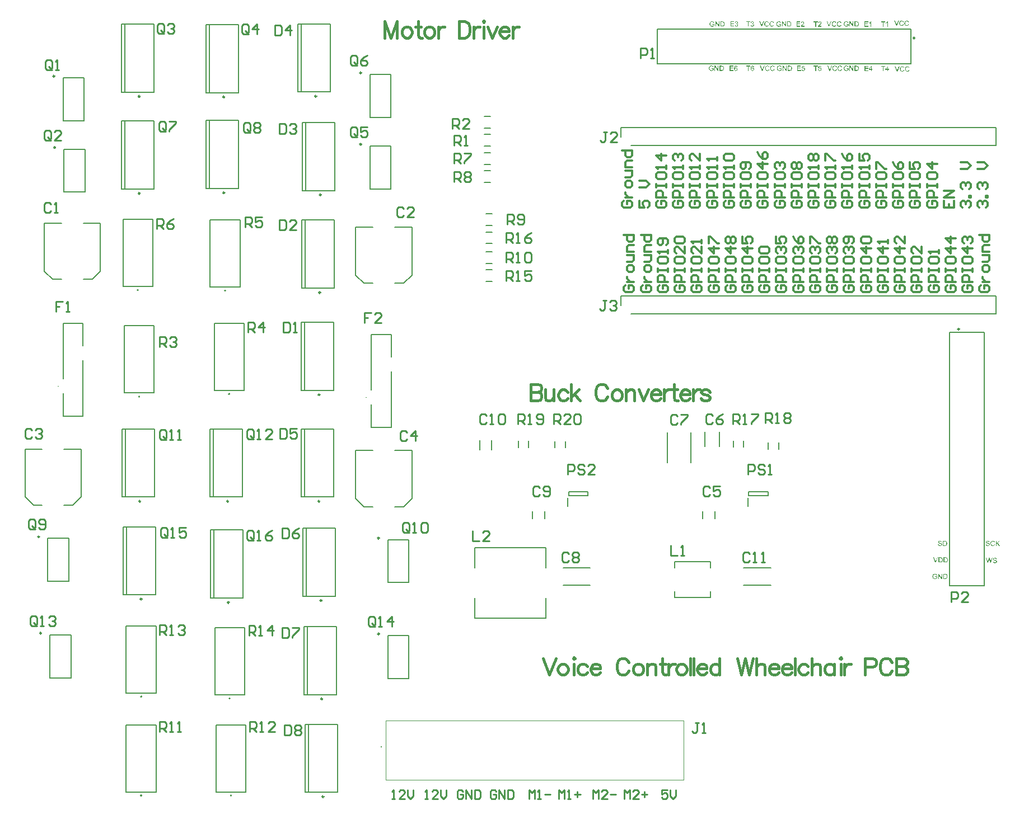
<source format=gto>
G04*
G04 #@! TF.GenerationSoftware,Altium Limited,Altium Designer,25.2.1 (25)*
G04*
G04 Layer_Color=65535*
%FSLAX44Y44*%
%MOMM*%
G71*
G04*
G04 #@! TF.SameCoordinates,E4EDD719-2FE0-4279-8059-04D131320F8D*
G04*
G04*
G04 #@! TF.FilePolarity,Positive*
G04*
G01*
G75*
%ADD10C,0.1000*%
%ADD11C,0.2000*%
%ADD12C,0.2500*%
%ADD13C,0.3050*%
%ADD14C,0.4000*%
%ADD15C,0.2540*%
G36*
X1062643Y1489926D02*
X1062716D01*
X1062803Y1489919D01*
X1062896Y1489913D01*
X1063002Y1489899D01*
X1063116Y1489886D01*
X1063235Y1489866D01*
X1063488Y1489819D01*
X1063748Y1489753D01*
X1064007Y1489660D01*
X1064014D01*
X1064034Y1489646D01*
X1064074Y1489633D01*
X1064120Y1489606D01*
X1064174Y1489580D01*
X1064240Y1489547D01*
X1064314Y1489507D01*
X1064393Y1489460D01*
X1064560Y1489354D01*
X1064733Y1489227D01*
X1064906Y1489074D01*
X1064986Y1488987D01*
X1065059Y1488901D01*
X1065066Y1488894D01*
X1065079Y1488881D01*
X1065092Y1488855D01*
X1065119Y1488815D01*
X1065152Y1488768D01*
X1065192Y1488708D01*
X1065232Y1488642D01*
X1065272Y1488568D01*
X1065318Y1488482D01*
X1065365Y1488382D01*
X1065418Y1488282D01*
X1065465Y1488169D01*
X1065511Y1488049D01*
X1065558Y1487923D01*
X1065598Y1487790D01*
X1065638Y1487650D01*
X1064726Y1487397D01*
Y1487404D01*
X1064719Y1487424D01*
X1064706Y1487450D01*
X1064693Y1487497D01*
X1064679Y1487543D01*
X1064660Y1487603D01*
X1064606Y1487730D01*
X1064546Y1487876D01*
X1064473Y1488029D01*
X1064387Y1488182D01*
X1064294Y1488315D01*
Y1488322D01*
X1064280Y1488329D01*
X1064247Y1488369D01*
X1064187Y1488435D01*
X1064107Y1488508D01*
X1064001Y1488595D01*
X1063881Y1488688D01*
X1063728Y1488775D01*
X1063561Y1488855D01*
X1063555D01*
X1063541Y1488861D01*
X1063515Y1488874D01*
X1063482Y1488888D01*
X1063435Y1488901D01*
X1063382Y1488921D01*
X1063322Y1488941D01*
X1063255Y1488961D01*
X1063176Y1488974D01*
X1063096Y1488994D01*
X1062916Y1489028D01*
X1062716Y1489054D01*
X1062503Y1489061D01*
X1062390D01*
X1062330Y1489054D01*
X1062257Y1489047D01*
X1062177Y1489041D01*
X1062091Y1489034D01*
X1061905Y1489008D01*
X1061705Y1488974D01*
X1061498Y1488921D01*
X1061299Y1488848D01*
X1061292D01*
X1061279Y1488841D01*
X1061252Y1488828D01*
X1061212Y1488808D01*
X1061172Y1488788D01*
X1061126Y1488761D01*
X1061006Y1488701D01*
X1060880Y1488615D01*
X1060740Y1488522D01*
X1060607Y1488415D01*
X1060480Y1488289D01*
Y1488282D01*
X1060467Y1488275D01*
X1060454Y1488255D01*
X1060427Y1488229D01*
X1060374Y1488156D01*
X1060307Y1488062D01*
X1060227Y1487949D01*
X1060148Y1487823D01*
X1060074Y1487683D01*
X1060001Y1487530D01*
Y1487523D01*
X1059988Y1487497D01*
X1059975Y1487457D01*
X1059955Y1487404D01*
X1059935Y1487337D01*
X1059908Y1487264D01*
X1059881Y1487171D01*
X1059855Y1487071D01*
X1059828Y1486958D01*
X1059801Y1486838D01*
X1059775Y1486712D01*
X1059755Y1486579D01*
X1059722Y1486292D01*
X1059715Y1486139D01*
X1059708Y1485986D01*
Y1485973D01*
Y1485940D01*
Y1485886D01*
X1059715Y1485813D01*
X1059722Y1485727D01*
X1059728Y1485627D01*
X1059735Y1485514D01*
X1059755Y1485387D01*
X1059768Y1485254D01*
X1059795Y1485114D01*
X1059855Y1484828D01*
X1059895Y1484682D01*
X1059948Y1484542D01*
X1060001Y1484402D01*
X1060061Y1484269D01*
X1060068Y1484263D01*
X1060081Y1484243D01*
X1060101Y1484203D01*
X1060128Y1484156D01*
X1060161Y1484103D01*
X1060208Y1484036D01*
X1060261Y1483963D01*
X1060321Y1483883D01*
X1060387Y1483804D01*
X1060467Y1483717D01*
X1060554Y1483637D01*
X1060640Y1483551D01*
X1060740Y1483471D01*
X1060846Y1483391D01*
X1060966Y1483318D01*
X1061086Y1483251D01*
X1061093Y1483244D01*
X1061119Y1483238D01*
X1061152Y1483218D01*
X1061206Y1483198D01*
X1061266Y1483171D01*
X1061339Y1483145D01*
X1061425Y1483118D01*
X1061518Y1483085D01*
X1061625Y1483051D01*
X1061738Y1483025D01*
X1061851Y1482998D01*
X1061978Y1482972D01*
X1062244Y1482932D01*
X1062384Y1482925D01*
X1062523Y1482918D01*
X1062590D01*
X1062636Y1482925D01*
X1062696D01*
X1062763Y1482932D01*
X1062843Y1482938D01*
X1062929Y1482952D01*
X1063023Y1482965D01*
X1063129Y1482978D01*
X1063342Y1483025D01*
X1063575Y1483085D01*
X1063808Y1483171D01*
X1063814D01*
X1063834Y1483185D01*
X1063868Y1483198D01*
X1063914Y1483218D01*
X1063967Y1483238D01*
X1064027Y1483264D01*
X1064167Y1483331D01*
X1064320Y1483418D01*
X1064480Y1483504D01*
X1064633Y1483604D01*
X1064699Y1483657D01*
X1064766Y1483710D01*
Y1485134D01*
X1062510D01*
Y1486039D01*
X1065758D01*
Y1483191D01*
X1065751Y1483185D01*
X1065724Y1483165D01*
X1065684Y1483138D01*
X1065631Y1483091D01*
X1065558Y1483045D01*
X1065478Y1482985D01*
X1065385Y1482925D01*
X1065285Y1482858D01*
X1065172Y1482785D01*
X1065045Y1482712D01*
X1064919Y1482639D01*
X1064786Y1482566D01*
X1064500Y1482426D01*
X1064353Y1482359D01*
X1064207Y1482299D01*
X1064200D01*
X1064174Y1482286D01*
X1064127Y1482273D01*
X1064067Y1482253D01*
X1064001Y1482233D01*
X1063914Y1482206D01*
X1063814Y1482180D01*
X1063708Y1482153D01*
X1063588Y1482120D01*
X1063462Y1482093D01*
X1063329Y1482067D01*
X1063182Y1482047D01*
X1062889Y1482013D01*
X1062736Y1482007D01*
X1062577Y1482000D01*
X1062523D01*
X1062470Y1482007D01*
X1062384D01*
X1062290Y1482013D01*
X1062171Y1482027D01*
X1062044Y1482040D01*
X1061898Y1482060D01*
X1061745Y1482086D01*
X1061585Y1482120D01*
X1061412Y1482153D01*
X1061239Y1482200D01*
X1061059Y1482260D01*
X1060880Y1482319D01*
X1060700Y1482393D01*
X1060527Y1482479D01*
X1060514Y1482486D01*
X1060487Y1482499D01*
X1060440Y1482532D01*
X1060374Y1482572D01*
X1060301Y1482619D01*
X1060208Y1482679D01*
X1060114Y1482752D01*
X1060008Y1482838D01*
X1059895Y1482932D01*
X1059782Y1483031D01*
X1059662Y1483151D01*
X1059549Y1483271D01*
X1059436Y1483411D01*
X1059322Y1483557D01*
X1059223Y1483710D01*
X1059129Y1483877D01*
X1059123Y1483890D01*
X1059109Y1483917D01*
X1059090Y1483970D01*
X1059056Y1484036D01*
X1059023Y1484123D01*
X1058983Y1484229D01*
X1058943Y1484342D01*
X1058896Y1484476D01*
X1058857Y1484622D01*
X1058810Y1484782D01*
X1058770Y1484948D01*
X1058737Y1485128D01*
X1058704Y1485314D01*
X1058683Y1485514D01*
X1058670Y1485720D01*
X1058664Y1485926D01*
Y1485940D01*
Y1485980D01*
Y1486033D01*
X1058670Y1486119D01*
X1058677Y1486212D01*
X1058690Y1486332D01*
X1058704Y1486465D01*
X1058724Y1486605D01*
X1058743Y1486765D01*
X1058777Y1486931D01*
X1058817Y1487104D01*
X1058863Y1487277D01*
X1058916Y1487464D01*
X1058976Y1487650D01*
X1059050Y1487830D01*
X1059129Y1488016D01*
X1059136Y1488029D01*
X1059149Y1488056D01*
X1059176Y1488109D01*
X1059216Y1488176D01*
X1059262Y1488255D01*
X1059322Y1488349D01*
X1059396Y1488448D01*
X1059475Y1488562D01*
X1059562Y1488675D01*
X1059662Y1488795D01*
X1059775Y1488914D01*
X1059895Y1489034D01*
X1060021Y1489154D01*
X1060161Y1489260D01*
X1060314Y1489367D01*
X1060474Y1489460D01*
X1060487Y1489467D01*
X1060514Y1489480D01*
X1060560Y1489507D01*
X1060627Y1489533D01*
X1060713Y1489566D01*
X1060813Y1489606D01*
X1060926Y1489653D01*
X1061059Y1489700D01*
X1061199Y1489740D01*
X1061359Y1489786D01*
X1061525Y1489826D01*
X1061698Y1489859D01*
X1061891Y1489886D01*
X1062084Y1489913D01*
X1062290Y1489926D01*
X1062503Y1489933D01*
X1062583D01*
X1062643Y1489926D01*
D02*
G37*
G36*
X1073291Y1482126D02*
X1072246D01*
X1068220Y1488149D01*
Y1482126D01*
X1067248D01*
Y1489799D01*
X1068286D01*
X1072319Y1483770D01*
Y1489799D01*
X1073291D01*
Y1482126D01*
D02*
G37*
G36*
X1077943Y1489793D02*
X1078036D01*
X1078142Y1489786D01*
X1078362Y1489773D01*
X1078588Y1489753D01*
X1078808Y1489726D01*
X1078907Y1489706D01*
X1079001Y1489686D01*
X1079007D01*
X1079027Y1489680D01*
X1079067Y1489673D01*
X1079114Y1489660D01*
X1079167Y1489640D01*
X1079234Y1489620D01*
X1079307Y1489593D01*
X1079387Y1489560D01*
X1079566Y1489487D01*
X1079753Y1489387D01*
X1079946Y1489274D01*
X1080125Y1489134D01*
X1080132Y1489127D01*
X1080152Y1489107D01*
X1080185Y1489081D01*
X1080225Y1489041D01*
X1080278Y1488994D01*
X1080332Y1488928D01*
X1080398Y1488861D01*
X1080465Y1488781D01*
X1080538Y1488688D01*
X1080611Y1488588D01*
X1080691Y1488482D01*
X1080764Y1488362D01*
X1080837Y1488242D01*
X1080904Y1488109D01*
X1080971Y1487969D01*
X1081030Y1487823D01*
X1081037Y1487816D01*
X1081044Y1487790D01*
X1081057Y1487743D01*
X1081077Y1487683D01*
X1081104Y1487603D01*
X1081130Y1487517D01*
X1081157Y1487410D01*
X1081183Y1487297D01*
X1081210Y1487164D01*
X1081237Y1487024D01*
X1081263Y1486878D01*
X1081290Y1486718D01*
X1081310Y1486552D01*
X1081323Y1486372D01*
X1081337Y1486186D01*
Y1485999D01*
Y1485993D01*
Y1485960D01*
Y1485913D01*
Y1485853D01*
X1081330Y1485780D01*
X1081323Y1485687D01*
X1081317Y1485587D01*
X1081310Y1485480D01*
X1081303Y1485361D01*
X1081283Y1485241D01*
X1081250Y1484975D01*
X1081197Y1484709D01*
X1081130Y1484449D01*
Y1484442D01*
X1081124Y1484422D01*
X1081110Y1484382D01*
X1081090Y1484336D01*
X1081070Y1484283D01*
X1081050Y1484216D01*
X1081017Y1484136D01*
X1080990Y1484056D01*
X1080911Y1483883D01*
X1080824Y1483697D01*
X1080718Y1483504D01*
X1080604Y1483331D01*
X1080598Y1483324D01*
X1080591Y1483311D01*
X1080571Y1483291D01*
X1080551Y1483258D01*
X1080485Y1483178D01*
X1080398Y1483078D01*
X1080292Y1482972D01*
X1080172Y1482852D01*
X1080045Y1482739D01*
X1079906Y1482639D01*
X1079899D01*
X1079886Y1482626D01*
X1079866Y1482612D01*
X1079839Y1482599D01*
X1079799Y1482579D01*
X1079759Y1482552D01*
X1079706Y1482526D01*
X1079646Y1482499D01*
X1079513Y1482433D01*
X1079360Y1482373D01*
X1079180Y1482306D01*
X1078987Y1482253D01*
X1078981D01*
X1078961Y1482246D01*
X1078934Y1482240D01*
X1078894Y1482233D01*
X1078841Y1482226D01*
X1078781Y1482213D01*
X1078715Y1482200D01*
X1078635Y1482193D01*
X1078548Y1482180D01*
X1078455Y1482166D01*
X1078348Y1482153D01*
X1078242Y1482146D01*
X1078009Y1482133D01*
X1077756Y1482126D01*
X1074994D01*
Y1489799D01*
X1077856D01*
X1077943Y1489793D01*
D02*
G37*
G36*
X1099371Y1489826D02*
X1099424D01*
X1099491Y1489819D01*
X1099564Y1489813D01*
X1099643Y1489799D01*
X1099823Y1489766D01*
X1100023Y1489720D01*
X1100222Y1489653D01*
X1100422Y1489560D01*
X1100429D01*
X1100449Y1489547D01*
X1100475Y1489533D01*
X1100509Y1489513D01*
X1100555Y1489487D01*
X1100602Y1489453D01*
X1100722Y1489367D01*
X1100848Y1489267D01*
X1100981Y1489141D01*
X1101114Y1488994D01*
X1101227Y1488828D01*
X1101234Y1488821D01*
X1101241Y1488808D01*
X1101254Y1488781D01*
X1101274Y1488748D01*
X1101294Y1488701D01*
X1101320Y1488655D01*
X1101347Y1488595D01*
X1101374Y1488528D01*
X1101420Y1488382D01*
X1101467Y1488216D01*
X1101500Y1488029D01*
X1101514Y1487936D01*
Y1487836D01*
Y1487830D01*
Y1487816D01*
Y1487790D01*
X1101507Y1487756D01*
Y1487710D01*
X1101500Y1487657D01*
X1101480Y1487537D01*
X1101447Y1487397D01*
X1101400Y1487244D01*
X1101334Y1487091D01*
X1101241Y1486931D01*
Y1486925D01*
X1101227Y1486911D01*
X1101214Y1486891D01*
X1101194Y1486865D01*
X1101127Y1486792D01*
X1101041Y1486698D01*
X1100935Y1486599D01*
X1100795Y1486485D01*
X1100635Y1486385D01*
X1100455Y1486286D01*
X1100462D01*
X1100489Y1486279D01*
X1100522Y1486266D01*
X1100568Y1486252D01*
X1100622Y1486232D01*
X1100688Y1486212D01*
X1100761Y1486179D01*
X1100841Y1486146D01*
X1101014Y1486059D01*
X1101101Y1486006D01*
X1101187Y1485946D01*
X1101274Y1485880D01*
X1101360Y1485800D01*
X1101440Y1485720D01*
X1101514Y1485634D01*
X1101520Y1485627D01*
X1101527Y1485614D01*
X1101547Y1485580D01*
X1101573Y1485547D01*
X1101600Y1485494D01*
X1101633Y1485441D01*
X1101667Y1485374D01*
X1101706Y1485294D01*
X1101740Y1485208D01*
X1101773Y1485114D01*
X1101806Y1485015D01*
X1101833Y1484901D01*
X1101860Y1484788D01*
X1101880Y1484662D01*
X1101886Y1484536D01*
X1101893Y1484396D01*
Y1484382D01*
Y1484349D01*
X1101886Y1484296D01*
X1101880Y1484229D01*
X1101873Y1484143D01*
X1101853Y1484043D01*
X1101833Y1483930D01*
X1101800Y1483804D01*
X1101760Y1483677D01*
X1101713Y1483537D01*
X1101653Y1483398D01*
X1101580Y1483251D01*
X1101494Y1483111D01*
X1101400Y1482965D01*
X1101287Y1482825D01*
X1101154Y1482692D01*
X1101148Y1482686D01*
X1101121Y1482666D01*
X1101081Y1482626D01*
X1101021Y1482586D01*
X1100948Y1482532D01*
X1100861Y1482473D01*
X1100761Y1482413D01*
X1100648Y1482346D01*
X1100522Y1482280D01*
X1100382Y1482220D01*
X1100229Y1482160D01*
X1100063Y1482106D01*
X1099890Y1482067D01*
X1099703Y1482033D01*
X1099510Y1482007D01*
X1099304Y1482000D01*
X1099258D01*
X1099204Y1482007D01*
X1099138D01*
X1099051Y1482020D01*
X1098951Y1482033D01*
X1098838Y1482053D01*
X1098718Y1482073D01*
X1098585Y1482106D01*
X1098452Y1482146D01*
X1098313Y1482193D01*
X1098173Y1482253D01*
X1098026Y1482319D01*
X1097893Y1482399D01*
X1097754Y1482493D01*
X1097627Y1482599D01*
X1097620Y1482606D01*
X1097600Y1482626D01*
X1097567Y1482659D01*
X1097521Y1482712D01*
X1097467Y1482772D01*
X1097414Y1482838D01*
X1097348Y1482925D01*
X1097281Y1483025D01*
X1097215Y1483131D01*
X1097148Y1483244D01*
X1097088Y1483378D01*
X1097028Y1483517D01*
X1096975Y1483664D01*
X1096928Y1483823D01*
X1096895Y1483990D01*
X1096869Y1484163D01*
X1097813Y1484289D01*
Y1484283D01*
X1097820Y1484256D01*
X1097833Y1484216D01*
X1097847Y1484156D01*
X1097860Y1484090D01*
X1097887Y1484016D01*
X1097913Y1483930D01*
X1097940Y1483843D01*
X1098020Y1483650D01*
X1098113Y1483464D01*
X1098166Y1483371D01*
X1098226Y1483284D01*
X1098293Y1483204D01*
X1098359Y1483131D01*
X1098366Y1483125D01*
X1098379Y1483118D01*
X1098399Y1483098D01*
X1098432Y1483078D01*
X1098466Y1483051D01*
X1098512Y1483018D01*
X1098565Y1482985D01*
X1098625Y1482958D01*
X1098765Y1482892D01*
X1098925Y1482832D01*
X1099111Y1482792D01*
X1099211Y1482785D01*
X1099311Y1482779D01*
X1099377D01*
X1099424Y1482785D01*
X1099477Y1482792D01*
X1099544Y1482805D01*
X1099617Y1482818D01*
X1099703Y1482838D01*
X1099790Y1482858D01*
X1099876Y1482892D01*
X1099970Y1482925D01*
X1100069Y1482972D01*
X1100163Y1483025D01*
X1100256Y1483085D01*
X1100349Y1483158D01*
X1100435Y1483238D01*
X1100442Y1483244D01*
X1100455Y1483258D01*
X1100475Y1483284D01*
X1100509Y1483318D01*
X1100542Y1483364D01*
X1100582Y1483418D01*
X1100622Y1483484D01*
X1100668Y1483551D01*
X1100708Y1483630D01*
X1100748Y1483717D01*
X1100788Y1483810D01*
X1100821Y1483910D01*
X1100855Y1484016D01*
X1100875Y1484129D01*
X1100888Y1484249D01*
X1100895Y1484376D01*
Y1484382D01*
Y1484402D01*
Y1484436D01*
X1100888Y1484482D01*
X1100881Y1484542D01*
X1100875Y1484602D01*
X1100861Y1484675D01*
X1100841Y1484755D01*
X1100788Y1484922D01*
X1100755Y1485015D01*
X1100715Y1485101D01*
X1100668Y1485194D01*
X1100609Y1485281D01*
X1100542Y1485367D01*
X1100469Y1485447D01*
X1100462Y1485454D01*
X1100449Y1485467D01*
X1100422Y1485487D01*
X1100396Y1485514D01*
X1100349Y1485547D01*
X1100302Y1485580D01*
X1100242Y1485620D01*
X1100176Y1485660D01*
X1100103Y1485693D01*
X1100016Y1485733D01*
X1099930Y1485767D01*
X1099837Y1485800D01*
X1099730Y1485827D01*
X1099624Y1485847D01*
X1099510Y1485860D01*
X1099391Y1485866D01*
X1099344D01*
X1099284Y1485860D01*
X1099211Y1485853D01*
X1099111Y1485840D01*
X1098998Y1485827D01*
X1098872Y1485800D01*
X1098725Y1485767D01*
X1098832Y1486592D01*
X1098845D01*
X1098885Y1486585D01*
X1098938Y1486579D01*
X1099045D01*
X1099084Y1486585D01*
X1099138D01*
X1099198Y1486599D01*
X1099271Y1486605D01*
X1099344Y1486618D01*
X1099510Y1486658D01*
X1099690Y1486712D01*
X1099876Y1486792D01*
X1099970Y1486838D01*
X1100063Y1486891D01*
X1100069Y1486898D01*
X1100083Y1486905D01*
X1100109Y1486925D01*
X1100136Y1486951D01*
X1100176Y1486985D01*
X1100216Y1487024D01*
X1100256Y1487071D01*
X1100302Y1487131D01*
X1100349Y1487197D01*
X1100389Y1487264D01*
X1100429Y1487344D01*
X1100469Y1487430D01*
X1100495Y1487530D01*
X1100522Y1487630D01*
X1100535Y1487743D01*
X1100542Y1487863D01*
Y1487870D01*
Y1487883D01*
Y1487910D01*
X1100535Y1487949D01*
X1100529Y1487989D01*
X1100522Y1488043D01*
X1100495Y1488162D01*
X1100455Y1488295D01*
X1100396Y1488442D01*
X1100356Y1488508D01*
X1100309Y1488582D01*
X1100249Y1488648D01*
X1100189Y1488715D01*
X1100183Y1488721D01*
X1100176Y1488728D01*
X1100156Y1488748D01*
X1100123Y1488768D01*
X1100089Y1488795D01*
X1100050Y1488821D01*
X1100003Y1488855D01*
X1099943Y1488888D01*
X1099817Y1488954D01*
X1099657Y1489008D01*
X1099484Y1489047D01*
X1099384Y1489054D01*
X1099284Y1489061D01*
X1099231D01*
X1099191Y1489054D01*
X1099144Y1489047D01*
X1099091Y1489041D01*
X1098965Y1489021D01*
X1098825Y1488974D01*
X1098672Y1488914D01*
X1098592Y1488874D01*
X1098519Y1488828D01*
X1098446Y1488775D01*
X1098372Y1488715D01*
X1098366Y1488708D01*
X1098359Y1488701D01*
X1098339Y1488681D01*
X1098313Y1488648D01*
X1098286Y1488615D01*
X1098253Y1488568D01*
X1098213Y1488515D01*
X1098179Y1488455D01*
X1098139Y1488389D01*
X1098100Y1488309D01*
X1098060Y1488222D01*
X1098020Y1488129D01*
X1097987Y1488029D01*
X1097953Y1487923D01*
X1097927Y1487803D01*
X1097907Y1487677D01*
X1096962Y1487843D01*
Y1487856D01*
X1096968Y1487883D01*
X1096982Y1487936D01*
X1096995Y1487996D01*
X1097021Y1488076D01*
X1097048Y1488169D01*
X1097081Y1488269D01*
X1097121Y1488382D01*
X1097168Y1488495D01*
X1097228Y1488615D01*
X1097288Y1488735D01*
X1097361Y1488861D01*
X1097441Y1488981D01*
X1097534Y1489094D01*
X1097634Y1489207D01*
X1097740Y1489307D01*
X1097747Y1489314D01*
X1097767Y1489327D01*
X1097800Y1489354D01*
X1097853Y1489387D01*
X1097913Y1489427D01*
X1097980Y1489473D01*
X1098066Y1489520D01*
X1098159Y1489573D01*
X1098266Y1489620D01*
X1098379Y1489666D01*
X1098506Y1489713D01*
X1098639Y1489753D01*
X1098785Y1489786D01*
X1098938Y1489813D01*
X1099098Y1489826D01*
X1099264Y1489833D01*
X1099324D01*
X1099371Y1489826D01*
D02*
G37*
G36*
X1095657Y1488901D02*
X1091125D01*
Y1486559D01*
X1095371D01*
Y1485654D01*
X1091125D01*
Y1483038D01*
X1095837D01*
Y1482133D01*
X1090107D01*
Y1489806D01*
X1095657D01*
Y1488901D01*
D02*
G37*
G36*
X1123364Y1489826D02*
X1123417D01*
X1123484Y1489819D01*
X1123557Y1489813D01*
X1123637Y1489799D01*
X1123817Y1489766D01*
X1124016Y1489720D01*
X1124216Y1489653D01*
X1124416Y1489560D01*
X1124422D01*
X1124442Y1489547D01*
X1124469Y1489533D01*
X1124502Y1489513D01*
X1124549Y1489487D01*
X1124595Y1489453D01*
X1124715Y1489367D01*
X1124841Y1489267D01*
X1124975Y1489141D01*
X1125108Y1488994D01*
X1125221Y1488828D01*
X1125227Y1488821D01*
X1125234Y1488808D01*
X1125247Y1488781D01*
X1125267Y1488748D01*
X1125287Y1488701D01*
X1125314Y1488655D01*
X1125340Y1488595D01*
X1125367Y1488528D01*
X1125414Y1488382D01*
X1125460Y1488216D01*
X1125494Y1488029D01*
X1125507Y1487936D01*
Y1487836D01*
Y1487830D01*
Y1487816D01*
Y1487790D01*
X1125500Y1487756D01*
Y1487710D01*
X1125494Y1487657D01*
X1125474Y1487537D01*
X1125440Y1487397D01*
X1125394Y1487244D01*
X1125327Y1487091D01*
X1125234Y1486931D01*
Y1486925D01*
X1125221Y1486911D01*
X1125207Y1486891D01*
X1125187Y1486865D01*
X1125121Y1486792D01*
X1125034Y1486698D01*
X1124928Y1486599D01*
X1124788Y1486485D01*
X1124628Y1486385D01*
X1124449Y1486286D01*
X1124455D01*
X1124482Y1486279D01*
X1124515Y1486266D01*
X1124562Y1486252D01*
X1124615Y1486232D01*
X1124682Y1486212D01*
X1124755Y1486179D01*
X1124835Y1486146D01*
X1125008Y1486059D01*
X1125094Y1486006D01*
X1125181Y1485946D01*
X1125267Y1485880D01*
X1125354Y1485800D01*
X1125434Y1485720D01*
X1125507Y1485634D01*
X1125514Y1485627D01*
X1125520Y1485614D01*
X1125540Y1485580D01*
X1125567Y1485547D01*
X1125593Y1485494D01*
X1125627Y1485441D01*
X1125660Y1485374D01*
X1125700Y1485294D01*
X1125733Y1485208D01*
X1125766Y1485114D01*
X1125800Y1485015D01*
X1125826Y1484901D01*
X1125853Y1484788D01*
X1125873Y1484662D01*
X1125880Y1484536D01*
X1125886Y1484396D01*
Y1484382D01*
Y1484349D01*
X1125880Y1484296D01*
X1125873Y1484229D01*
X1125866Y1484143D01*
X1125846Y1484043D01*
X1125826Y1483930D01*
X1125793Y1483804D01*
X1125753Y1483677D01*
X1125706Y1483537D01*
X1125647Y1483398D01*
X1125573Y1483251D01*
X1125487Y1483111D01*
X1125394Y1482965D01*
X1125281Y1482825D01*
X1125147Y1482692D01*
X1125141Y1482686D01*
X1125114Y1482666D01*
X1125074Y1482626D01*
X1125014Y1482586D01*
X1124941Y1482532D01*
X1124855Y1482473D01*
X1124755Y1482413D01*
X1124642Y1482346D01*
X1124515Y1482280D01*
X1124376Y1482220D01*
X1124222Y1482160D01*
X1124056Y1482106D01*
X1123883Y1482067D01*
X1123697Y1482033D01*
X1123504Y1482007D01*
X1123298Y1482000D01*
X1123251D01*
X1123198Y1482007D01*
X1123131D01*
X1123045Y1482020D01*
X1122945Y1482033D01*
X1122832Y1482053D01*
X1122712Y1482073D01*
X1122579Y1482106D01*
X1122446Y1482146D01*
X1122306Y1482193D01*
X1122166Y1482253D01*
X1122020Y1482319D01*
X1121887Y1482399D01*
X1121747Y1482493D01*
X1121620Y1482599D01*
X1121614Y1482606D01*
X1121594Y1482626D01*
X1121561Y1482659D01*
X1121514Y1482712D01*
X1121461Y1482772D01*
X1121407Y1482838D01*
X1121341Y1482925D01*
X1121274Y1483025D01*
X1121208Y1483131D01*
X1121141Y1483244D01*
X1121081Y1483378D01*
X1121021Y1483517D01*
X1120968Y1483664D01*
X1120922Y1483823D01*
X1120888Y1483990D01*
X1120862Y1484163D01*
X1121807Y1484289D01*
Y1484283D01*
X1121814Y1484256D01*
X1121827Y1484216D01*
X1121840Y1484156D01*
X1121853Y1484090D01*
X1121880Y1484016D01*
X1121907Y1483930D01*
X1121933Y1483843D01*
X1122013Y1483650D01*
X1122106Y1483464D01*
X1122160Y1483371D01*
X1122219Y1483284D01*
X1122286Y1483204D01*
X1122353Y1483131D01*
X1122359Y1483125D01*
X1122373Y1483118D01*
X1122392Y1483098D01*
X1122426Y1483078D01*
X1122459Y1483051D01*
X1122506Y1483018D01*
X1122559Y1482985D01*
X1122619Y1482958D01*
X1122758Y1482892D01*
X1122918Y1482832D01*
X1123104Y1482792D01*
X1123204Y1482785D01*
X1123304Y1482779D01*
X1123371D01*
X1123417Y1482785D01*
X1123471Y1482792D01*
X1123537Y1482805D01*
X1123610Y1482818D01*
X1123697Y1482838D01*
X1123783Y1482858D01*
X1123870Y1482892D01*
X1123963Y1482925D01*
X1124063Y1482972D01*
X1124156Y1483025D01*
X1124249Y1483085D01*
X1124342Y1483158D01*
X1124429Y1483238D01*
X1124435Y1483244D01*
X1124449Y1483258D01*
X1124469Y1483284D01*
X1124502Y1483318D01*
X1124535Y1483364D01*
X1124575Y1483418D01*
X1124615Y1483484D01*
X1124662Y1483551D01*
X1124702Y1483630D01*
X1124742Y1483717D01*
X1124781Y1483810D01*
X1124815Y1483910D01*
X1124848Y1484016D01*
X1124868Y1484129D01*
X1124881Y1484249D01*
X1124888Y1484376D01*
Y1484382D01*
Y1484402D01*
Y1484436D01*
X1124881Y1484482D01*
X1124875Y1484542D01*
X1124868Y1484602D01*
X1124855Y1484675D01*
X1124835Y1484755D01*
X1124781Y1484922D01*
X1124748Y1485015D01*
X1124708Y1485101D01*
X1124662Y1485194D01*
X1124602Y1485281D01*
X1124535Y1485367D01*
X1124462Y1485447D01*
X1124455Y1485454D01*
X1124442Y1485467D01*
X1124416Y1485487D01*
X1124389Y1485514D01*
X1124342Y1485547D01*
X1124296Y1485580D01*
X1124236Y1485620D01*
X1124169Y1485660D01*
X1124096Y1485693D01*
X1124009Y1485733D01*
X1123923Y1485767D01*
X1123830Y1485800D01*
X1123723Y1485827D01*
X1123617Y1485847D01*
X1123504Y1485860D01*
X1123384Y1485866D01*
X1123337D01*
X1123278Y1485860D01*
X1123204Y1485853D01*
X1123104Y1485840D01*
X1122991Y1485827D01*
X1122865Y1485800D01*
X1122719Y1485767D01*
X1122825Y1486592D01*
X1122838D01*
X1122878Y1486585D01*
X1122932Y1486579D01*
X1123038D01*
X1123078Y1486585D01*
X1123131D01*
X1123191Y1486599D01*
X1123264Y1486605D01*
X1123337Y1486618D01*
X1123504Y1486658D01*
X1123683Y1486712D01*
X1123870Y1486792D01*
X1123963Y1486838D01*
X1124056Y1486891D01*
X1124063Y1486898D01*
X1124076Y1486905D01*
X1124103Y1486925D01*
X1124129Y1486951D01*
X1124169Y1486985D01*
X1124209Y1487024D01*
X1124249Y1487071D01*
X1124296Y1487131D01*
X1124342Y1487197D01*
X1124382Y1487264D01*
X1124422Y1487344D01*
X1124462Y1487430D01*
X1124489Y1487530D01*
X1124515Y1487630D01*
X1124529Y1487743D01*
X1124535Y1487863D01*
Y1487870D01*
Y1487883D01*
Y1487910D01*
X1124529Y1487949D01*
X1124522Y1487989D01*
X1124515Y1488043D01*
X1124489Y1488162D01*
X1124449Y1488295D01*
X1124389Y1488442D01*
X1124349Y1488508D01*
X1124302Y1488582D01*
X1124242Y1488648D01*
X1124183Y1488715D01*
X1124176Y1488721D01*
X1124169Y1488728D01*
X1124149Y1488748D01*
X1124116Y1488768D01*
X1124083Y1488795D01*
X1124043Y1488821D01*
X1123996Y1488855D01*
X1123936Y1488888D01*
X1123810Y1488954D01*
X1123650Y1489008D01*
X1123477Y1489047D01*
X1123377Y1489054D01*
X1123278Y1489061D01*
X1123224D01*
X1123184Y1489054D01*
X1123138Y1489047D01*
X1123084Y1489041D01*
X1122958Y1489021D01*
X1122818Y1488974D01*
X1122665Y1488914D01*
X1122585Y1488874D01*
X1122512Y1488828D01*
X1122439Y1488775D01*
X1122366Y1488715D01*
X1122359Y1488708D01*
X1122353Y1488701D01*
X1122333Y1488681D01*
X1122306Y1488648D01*
X1122279Y1488615D01*
X1122246Y1488568D01*
X1122206Y1488515D01*
X1122173Y1488455D01*
X1122133Y1488389D01*
X1122093Y1488309D01*
X1122053Y1488222D01*
X1122013Y1488129D01*
X1121980Y1488029D01*
X1121946Y1487923D01*
X1121920Y1487803D01*
X1121900Y1487677D01*
X1120955Y1487843D01*
Y1487856D01*
X1120962Y1487883D01*
X1120975Y1487936D01*
X1120988Y1487996D01*
X1121015Y1488076D01*
X1121041Y1488169D01*
X1121075Y1488269D01*
X1121115Y1488382D01*
X1121161Y1488495D01*
X1121221Y1488615D01*
X1121281Y1488735D01*
X1121354Y1488861D01*
X1121434Y1488981D01*
X1121527Y1489094D01*
X1121627Y1489207D01*
X1121734Y1489307D01*
X1121740Y1489314D01*
X1121760Y1489327D01*
X1121794Y1489354D01*
X1121847Y1489387D01*
X1121907Y1489427D01*
X1121973Y1489473D01*
X1122060Y1489520D01*
X1122153Y1489573D01*
X1122259Y1489620D01*
X1122373Y1489666D01*
X1122499Y1489713D01*
X1122632Y1489753D01*
X1122778Y1489786D01*
X1122932Y1489813D01*
X1123091Y1489826D01*
X1123258Y1489833D01*
X1123317D01*
X1123364Y1489826D01*
D02*
G37*
G36*
X1120203Y1488901D02*
X1117661D01*
Y1482133D01*
X1116643D01*
Y1488901D01*
X1114114D01*
Y1489806D01*
X1120203D01*
Y1488901D01*
D02*
G37*
G36*
X1153029Y1489926D02*
X1153109D01*
X1153209Y1489913D01*
X1153322Y1489899D01*
X1153448Y1489886D01*
X1153588Y1489859D01*
X1153741Y1489826D01*
X1153894Y1489786D01*
X1154054Y1489740D01*
X1154220Y1489680D01*
X1154380Y1489613D01*
X1154546Y1489533D01*
X1154699Y1489447D01*
X1154853Y1489340D01*
X1154859Y1489334D01*
X1154886Y1489314D01*
X1154926Y1489280D01*
X1154979Y1489234D01*
X1155045Y1489174D01*
X1155119Y1489101D01*
X1155199Y1489014D01*
X1155285Y1488914D01*
X1155371Y1488801D01*
X1155465Y1488681D01*
X1155558Y1488542D01*
X1155644Y1488395D01*
X1155731Y1488236D01*
X1155811Y1488069D01*
X1155884Y1487883D01*
X1155950Y1487690D01*
X1154952Y1487457D01*
Y1487464D01*
X1154939Y1487497D01*
X1154926Y1487537D01*
X1154899Y1487597D01*
X1154872Y1487663D01*
X1154839Y1487743D01*
X1154799Y1487830D01*
X1154753Y1487923D01*
X1154640Y1488122D01*
X1154506Y1488322D01*
X1154433Y1488422D01*
X1154353Y1488515D01*
X1154267Y1488602D01*
X1154174Y1488675D01*
X1154167Y1488681D01*
X1154154Y1488695D01*
X1154120Y1488708D01*
X1154081Y1488735D01*
X1154034Y1488761D01*
X1153974Y1488795D01*
X1153901Y1488835D01*
X1153828Y1488868D01*
X1153734Y1488901D01*
X1153641Y1488941D01*
X1153535Y1488974D01*
X1153422Y1489001D01*
X1153302Y1489028D01*
X1153175Y1489047D01*
X1153036Y1489054D01*
X1152896Y1489061D01*
X1152809D01*
X1152749Y1489054D01*
X1152670Y1489047D01*
X1152583Y1489041D01*
X1152483Y1489028D01*
X1152377Y1489008D01*
X1152264Y1488987D01*
X1152144Y1488954D01*
X1152024Y1488921D01*
X1151898Y1488881D01*
X1151778Y1488835D01*
X1151652Y1488775D01*
X1151532Y1488708D01*
X1151419Y1488635D01*
X1151412Y1488628D01*
X1151392Y1488615D01*
X1151365Y1488588D01*
X1151325Y1488555D01*
X1151272Y1488515D01*
X1151219Y1488462D01*
X1151159Y1488402D01*
X1151093Y1488335D01*
X1151026Y1488255D01*
X1150953Y1488169D01*
X1150886Y1488076D01*
X1150820Y1487976D01*
X1150753Y1487870D01*
X1150693Y1487750D01*
X1150633Y1487630D01*
X1150587Y1487497D01*
Y1487490D01*
X1150573Y1487464D01*
X1150567Y1487424D01*
X1150547Y1487377D01*
X1150534Y1487310D01*
X1150514Y1487231D01*
X1150487Y1487144D01*
X1150467Y1487044D01*
X1150447Y1486938D01*
X1150420Y1486825D01*
X1150400Y1486705D01*
X1150387Y1486579D01*
X1150360Y1486306D01*
X1150347Y1486026D01*
Y1486013D01*
Y1485986D01*
Y1485933D01*
X1150354Y1485860D01*
Y1485780D01*
X1150360Y1485680D01*
X1150374Y1485567D01*
X1150380Y1485447D01*
X1150400Y1485314D01*
X1150414Y1485181D01*
X1150467Y1484895D01*
X1150534Y1484602D01*
X1150627Y1484316D01*
X1150633Y1484309D01*
X1150640Y1484283D01*
X1150660Y1484249D01*
X1150680Y1484196D01*
X1150713Y1484136D01*
X1150746Y1484070D01*
X1150793Y1483990D01*
X1150846Y1483910D01*
X1150906Y1483823D01*
X1150966Y1483730D01*
X1151039Y1483644D01*
X1151119Y1483551D01*
X1151206Y1483464D01*
X1151299Y1483384D01*
X1151405Y1483304D01*
X1151512Y1483231D01*
X1151518Y1483224D01*
X1151538Y1483218D01*
X1151572Y1483198D01*
X1151618Y1483178D01*
X1151672Y1483151D01*
X1151738Y1483118D01*
X1151818Y1483085D01*
X1151904Y1483051D01*
X1151998Y1483018D01*
X1152097Y1482985D01*
X1152204Y1482958D01*
X1152317Y1482925D01*
X1152557Y1482885D01*
X1152690Y1482878D01*
X1152816Y1482872D01*
X1152856D01*
X1152896Y1482878D01*
X1152956D01*
X1153029Y1482885D01*
X1153115Y1482898D01*
X1153215Y1482912D01*
X1153315Y1482932D01*
X1153428Y1482958D01*
X1153541Y1482992D01*
X1153661Y1483031D01*
X1153788Y1483078D01*
X1153907Y1483131D01*
X1154027Y1483198D01*
X1154147Y1483271D01*
X1154260Y1483358D01*
X1154267Y1483364D01*
X1154287Y1483378D01*
X1154313Y1483411D01*
X1154353Y1483451D01*
X1154407Y1483504D01*
X1154460Y1483564D01*
X1154520Y1483637D01*
X1154586Y1483724D01*
X1154653Y1483823D01*
X1154719Y1483930D01*
X1154786Y1484050D01*
X1154853Y1484183D01*
X1154912Y1484323D01*
X1154972Y1484476D01*
X1155019Y1484642D01*
X1155065Y1484815D01*
X1156084Y1484562D01*
Y1484556D01*
X1156077Y1484549D01*
Y1484529D01*
X1156070Y1484509D01*
X1156050Y1484442D01*
X1156024Y1484356D01*
X1155984Y1484249D01*
X1155937Y1484129D01*
X1155884Y1483996D01*
X1155817Y1483857D01*
X1155744Y1483704D01*
X1155664Y1483544D01*
X1155571Y1483384D01*
X1155465Y1483231D01*
X1155345Y1483071D01*
X1155219Y1482925D01*
X1155085Y1482785D01*
X1154932Y1482652D01*
X1154926Y1482646D01*
X1154892Y1482626D01*
X1154846Y1482592D01*
X1154786Y1482552D01*
X1154706Y1482499D01*
X1154606Y1482446D01*
X1154493Y1482386D01*
X1154367Y1482326D01*
X1154227Y1482266D01*
X1154074Y1482206D01*
X1153907Y1482153D01*
X1153728Y1482100D01*
X1153535Y1482060D01*
X1153335Y1482027D01*
X1153122Y1482007D01*
X1152903Y1482000D01*
X1152849D01*
X1152783Y1482007D01*
X1152696D01*
X1152590Y1482013D01*
X1152470Y1482027D01*
X1152337Y1482040D01*
X1152184Y1482060D01*
X1152031Y1482086D01*
X1151864Y1482120D01*
X1151698Y1482160D01*
X1151532Y1482213D01*
X1151359Y1482266D01*
X1151199Y1482333D01*
X1151039Y1482413D01*
X1150886Y1482499D01*
X1150880Y1482506D01*
X1150853Y1482526D01*
X1150813Y1482552D01*
X1150760Y1482592D01*
X1150693Y1482646D01*
X1150620Y1482712D01*
X1150534Y1482785D01*
X1150447Y1482872D01*
X1150354Y1482972D01*
X1150254Y1483078D01*
X1150154Y1483198D01*
X1150061Y1483331D01*
X1149961Y1483471D01*
X1149868Y1483624D01*
X1149781Y1483790D01*
X1149702Y1483963D01*
X1149695Y1483976D01*
X1149682Y1484010D01*
X1149662Y1484056D01*
X1149642Y1484129D01*
X1149609Y1484216D01*
X1149575Y1484323D01*
X1149542Y1484442D01*
X1149502Y1484582D01*
X1149462Y1484729D01*
X1149429Y1484888D01*
X1149396Y1485055D01*
X1149362Y1485234D01*
X1149342Y1485421D01*
X1149322Y1485614D01*
X1149309Y1485813D01*
X1149302Y1486019D01*
Y1486026D01*
Y1486033D01*
Y1486073D01*
Y1486139D01*
X1149309Y1486219D01*
X1149316Y1486326D01*
X1149329Y1486445D01*
X1149342Y1486579D01*
X1149362Y1486732D01*
X1149382Y1486891D01*
X1149416Y1487058D01*
X1149449Y1487231D01*
X1149495Y1487404D01*
X1149549Y1487583D01*
X1149609Y1487763D01*
X1149675Y1487936D01*
X1149755Y1488109D01*
X1149762Y1488122D01*
X1149775Y1488149D01*
X1149801Y1488196D01*
X1149841Y1488255D01*
X1149888Y1488329D01*
X1149948Y1488415D01*
X1150014Y1488508D01*
X1150088Y1488615D01*
X1150181Y1488721D01*
X1150274Y1488835D01*
X1150380Y1488948D01*
X1150500Y1489061D01*
X1150627Y1489167D01*
X1150760Y1489274D01*
X1150906Y1489373D01*
X1151059Y1489467D01*
X1151066Y1489473D01*
X1151099Y1489487D01*
X1151146Y1489507D01*
X1151206Y1489540D01*
X1151285Y1489573D01*
X1151379Y1489613D01*
X1151485Y1489660D01*
X1151612Y1489700D01*
X1151738Y1489746D01*
X1151884Y1489786D01*
X1152038Y1489826D01*
X1152197Y1489859D01*
X1152370Y1489893D01*
X1152543Y1489913D01*
X1152730Y1489926D01*
X1152916Y1489933D01*
X1152969D01*
X1153029Y1489926D01*
D02*
G37*
G36*
X1145290D02*
X1145369D01*
X1145469Y1489913D01*
X1145582Y1489899D01*
X1145709Y1489886D01*
X1145848Y1489859D01*
X1146002Y1489826D01*
X1146155Y1489786D01*
X1146314Y1489740D01*
X1146481Y1489680D01*
X1146640Y1489613D01*
X1146807Y1489533D01*
X1146960Y1489447D01*
X1147113Y1489340D01*
X1147120Y1489334D01*
X1147146Y1489314D01*
X1147186Y1489280D01*
X1147239Y1489234D01*
X1147306Y1489174D01*
X1147379Y1489101D01*
X1147459Y1489014D01*
X1147545Y1488914D01*
X1147632Y1488801D01*
X1147725Y1488681D01*
X1147818Y1488542D01*
X1147905Y1488395D01*
X1147991Y1488236D01*
X1148071Y1488069D01*
X1148144Y1487883D01*
X1148211Y1487690D01*
X1147213Y1487457D01*
Y1487464D01*
X1147199Y1487497D01*
X1147186Y1487537D01*
X1147160Y1487597D01*
X1147133Y1487663D01*
X1147100Y1487743D01*
X1147060Y1487830D01*
X1147013Y1487923D01*
X1146900Y1488122D01*
X1146767Y1488322D01*
X1146694Y1488422D01*
X1146614Y1488515D01*
X1146527Y1488602D01*
X1146434Y1488675D01*
X1146428Y1488681D01*
X1146414Y1488695D01*
X1146381Y1488708D01*
X1146341Y1488735D01*
X1146294Y1488761D01*
X1146235Y1488795D01*
X1146161Y1488835D01*
X1146088Y1488868D01*
X1145995Y1488901D01*
X1145902Y1488941D01*
X1145795Y1488974D01*
X1145682Y1489001D01*
X1145562Y1489028D01*
X1145436Y1489047D01*
X1145296Y1489054D01*
X1145156Y1489061D01*
X1145070D01*
X1145010Y1489054D01*
X1144930Y1489047D01*
X1144844Y1489041D01*
X1144744Y1489028D01*
X1144637Y1489008D01*
X1144524Y1488987D01*
X1144404Y1488954D01*
X1144285Y1488921D01*
X1144158Y1488881D01*
X1144038Y1488835D01*
X1143912Y1488775D01*
X1143792Y1488708D01*
X1143679Y1488635D01*
X1143672Y1488628D01*
X1143652Y1488615D01*
X1143626Y1488588D01*
X1143586Y1488555D01*
X1143533Y1488515D01*
X1143479Y1488462D01*
X1143419Y1488402D01*
X1143353Y1488335D01*
X1143286Y1488255D01*
X1143213Y1488169D01*
X1143147Y1488076D01*
X1143080Y1487976D01*
X1143014Y1487870D01*
X1142954Y1487750D01*
X1142894Y1487630D01*
X1142847Y1487497D01*
Y1487490D01*
X1142834Y1487464D01*
X1142827Y1487424D01*
X1142807Y1487377D01*
X1142794Y1487310D01*
X1142774Y1487231D01*
X1142747Y1487144D01*
X1142727Y1487044D01*
X1142707Y1486938D01*
X1142681Y1486825D01*
X1142661Y1486705D01*
X1142647Y1486579D01*
X1142621Y1486306D01*
X1142608Y1486026D01*
Y1486013D01*
Y1485986D01*
Y1485933D01*
X1142614Y1485860D01*
Y1485780D01*
X1142621Y1485680D01*
X1142634Y1485567D01*
X1142641Y1485447D01*
X1142661Y1485314D01*
X1142674Y1485181D01*
X1142727Y1484895D01*
X1142794Y1484602D01*
X1142887Y1484316D01*
X1142894Y1484309D01*
X1142900Y1484283D01*
X1142920Y1484249D01*
X1142940Y1484196D01*
X1142974Y1484136D01*
X1143007Y1484070D01*
X1143054Y1483990D01*
X1143107Y1483910D01*
X1143167Y1483823D01*
X1143226Y1483730D01*
X1143300Y1483644D01*
X1143380Y1483551D01*
X1143466Y1483464D01*
X1143559Y1483384D01*
X1143666Y1483304D01*
X1143772Y1483231D01*
X1143779Y1483224D01*
X1143799Y1483218D01*
X1143832Y1483198D01*
X1143879Y1483178D01*
X1143932Y1483151D01*
X1143998Y1483118D01*
X1144078Y1483085D01*
X1144165Y1483051D01*
X1144258Y1483018D01*
X1144358Y1482985D01*
X1144464Y1482958D01*
X1144577Y1482925D01*
X1144817Y1482885D01*
X1144950Y1482878D01*
X1145077Y1482872D01*
X1145117D01*
X1145156Y1482878D01*
X1145216D01*
X1145290Y1482885D01*
X1145376Y1482898D01*
X1145476Y1482912D01*
X1145576Y1482932D01*
X1145689Y1482958D01*
X1145802Y1482992D01*
X1145922Y1483031D01*
X1146048Y1483078D01*
X1146168Y1483131D01*
X1146288Y1483198D01*
X1146407Y1483271D01*
X1146521Y1483358D01*
X1146527Y1483364D01*
X1146547Y1483378D01*
X1146574Y1483411D01*
X1146614Y1483451D01*
X1146667Y1483504D01*
X1146720Y1483564D01*
X1146780Y1483637D01*
X1146847Y1483724D01*
X1146913Y1483823D01*
X1146980Y1483930D01*
X1147046Y1484050D01*
X1147113Y1484183D01*
X1147173Y1484323D01*
X1147233Y1484476D01*
X1147279Y1484642D01*
X1147326Y1484815D01*
X1148344Y1484562D01*
Y1484556D01*
X1148337Y1484549D01*
Y1484529D01*
X1148331Y1484509D01*
X1148311Y1484442D01*
X1148284Y1484356D01*
X1148244Y1484249D01*
X1148198Y1484129D01*
X1148144Y1483996D01*
X1148078Y1483857D01*
X1148005Y1483704D01*
X1147925Y1483544D01*
X1147832Y1483384D01*
X1147725Y1483231D01*
X1147605Y1483071D01*
X1147479Y1482925D01*
X1147346Y1482785D01*
X1147193Y1482652D01*
X1147186Y1482646D01*
X1147153Y1482626D01*
X1147106Y1482592D01*
X1147046Y1482552D01*
X1146966Y1482499D01*
X1146867Y1482446D01*
X1146754Y1482386D01*
X1146627Y1482326D01*
X1146487Y1482266D01*
X1146334Y1482206D01*
X1146168Y1482153D01*
X1145988Y1482100D01*
X1145795Y1482060D01*
X1145596Y1482027D01*
X1145383Y1482007D01*
X1145163Y1482000D01*
X1145110D01*
X1145043Y1482007D01*
X1144957D01*
X1144850Y1482013D01*
X1144731Y1482027D01*
X1144597Y1482040D01*
X1144444Y1482060D01*
X1144291Y1482086D01*
X1144125Y1482120D01*
X1143959Y1482160D01*
X1143792Y1482213D01*
X1143619Y1482266D01*
X1143459Y1482333D01*
X1143300Y1482413D01*
X1143147Y1482499D01*
X1143140Y1482506D01*
X1143113Y1482526D01*
X1143074Y1482552D01*
X1143020Y1482592D01*
X1142954Y1482646D01*
X1142880Y1482712D01*
X1142794Y1482785D01*
X1142707Y1482872D01*
X1142614Y1482972D01*
X1142514Y1483078D01*
X1142415Y1483198D01*
X1142321Y1483331D01*
X1142222Y1483471D01*
X1142129Y1483624D01*
X1142042Y1483790D01*
X1141962Y1483963D01*
X1141955Y1483976D01*
X1141942Y1484010D01*
X1141922Y1484056D01*
X1141902Y1484129D01*
X1141869Y1484216D01*
X1141836Y1484323D01*
X1141802Y1484442D01*
X1141762Y1484582D01*
X1141722Y1484729D01*
X1141689Y1484888D01*
X1141656Y1485055D01*
X1141623Y1485234D01*
X1141603Y1485421D01*
X1141583Y1485614D01*
X1141570Y1485813D01*
X1141563Y1486019D01*
Y1486026D01*
Y1486033D01*
Y1486073D01*
Y1486139D01*
X1141570Y1486219D01*
X1141576Y1486326D01*
X1141589Y1486445D01*
X1141603Y1486579D01*
X1141623Y1486732D01*
X1141643Y1486891D01*
X1141676Y1487058D01*
X1141709Y1487231D01*
X1141756Y1487404D01*
X1141809Y1487583D01*
X1141869Y1487763D01*
X1141936Y1487936D01*
X1142015Y1488109D01*
X1142022Y1488122D01*
X1142035Y1488149D01*
X1142062Y1488196D01*
X1142102Y1488255D01*
X1142148Y1488329D01*
X1142208Y1488415D01*
X1142275Y1488508D01*
X1142348Y1488615D01*
X1142441Y1488721D01*
X1142534Y1488835D01*
X1142641Y1488948D01*
X1142761Y1489061D01*
X1142887Y1489167D01*
X1143020Y1489274D01*
X1143167Y1489373D01*
X1143320Y1489467D01*
X1143326Y1489473D01*
X1143360Y1489487D01*
X1143406Y1489507D01*
X1143466Y1489540D01*
X1143546Y1489573D01*
X1143639Y1489613D01*
X1143746Y1489660D01*
X1143872Y1489700D01*
X1143998Y1489746D01*
X1144145Y1489786D01*
X1144298Y1489826D01*
X1144458Y1489859D01*
X1144631Y1489893D01*
X1144804Y1489913D01*
X1144990Y1489926D01*
X1145176Y1489933D01*
X1145230D01*
X1145290Y1489926D01*
D02*
G37*
G36*
X1137943Y1482126D02*
X1136891D01*
X1133916Y1489799D01*
X1135021D01*
X1137011Y1484223D01*
Y1484216D01*
X1137024Y1484196D01*
X1137038Y1484156D01*
X1137051Y1484110D01*
X1137071Y1484050D01*
X1137097Y1483976D01*
X1137124Y1483903D01*
X1137157Y1483817D01*
X1137184Y1483717D01*
X1137217Y1483624D01*
X1137284Y1483411D01*
X1137357Y1483185D01*
X1137417Y1482965D01*
Y1482972D01*
X1137423Y1482992D01*
X1137437Y1483025D01*
X1137450Y1483071D01*
X1137464Y1483131D01*
X1137483Y1483198D01*
X1137510Y1483271D01*
X1137537Y1483358D01*
X1137563Y1483451D01*
X1137597Y1483544D01*
X1137670Y1483757D01*
X1137743Y1483990D01*
X1137830Y1484223D01*
X1139906Y1489799D01*
X1140937D01*
X1137943Y1482126D01*
D02*
G37*
G36*
X1163643Y1489926D02*
X1163716D01*
X1163803Y1489919D01*
X1163896Y1489913D01*
X1164003Y1489899D01*
X1164116Y1489886D01*
X1164235Y1489866D01*
X1164488Y1489819D01*
X1164748Y1489753D01*
X1165007Y1489660D01*
X1165014D01*
X1165034Y1489646D01*
X1165074Y1489633D01*
X1165120Y1489606D01*
X1165174Y1489580D01*
X1165240Y1489547D01*
X1165313Y1489507D01*
X1165393Y1489460D01*
X1165560Y1489354D01*
X1165733Y1489227D01*
X1165906Y1489074D01*
X1165986Y1488987D01*
X1166059Y1488901D01*
X1166066Y1488894D01*
X1166079Y1488881D01*
X1166092Y1488855D01*
X1166119Y1488815D01*
X1166152Y1488768D01*
X1166192Y1488708D01*
X1166232Y1488642D01*
X1166272Y1488568D01*
X1166318Y1488482D01*
X1166365Y1488382D01*
X1166418Y1488282D01*
X1166465Y1488169D01*
X1166511Y1488049D01*
X1166558Y1487923D01*
X1166598Y1487790D01*
X1166638Y1487650D01*
X1165726Y1487397D01*
Y1487404D01*
X1165719Y1487424D01*
X1165706Y1487450D01*
X1165693Y1487497D01*
X1165679Y1487543D01*
X1165659Y1487603D01*
X1165606Y1487730D01*
X1165546Y1487876D01*
X1165473Y1488029D01*
X1165387Y1488182D01*
X1165294Y1488315D01*
Y1488322D01*
X1165280Y1488329D01*
X1165247Y1488369D01*
X1165187Y1488435D01*
X1165107Y1488508D01*
X1165001Y1488595D01*
X1164881Y1488688D01*
X1164728Y1488775D01*
X1164561Y1488855D01*
X1164555D01*
X1164541Y1488861D01*
X1164515Y1488874D01*
X1164482Y1488888D01*
X1164435Y1488901D01*
X1164382Y1488921D01*
X1164322Y1488941D01*
X1164255Y1488961D01*
X1164175Y1488974D01*
X1164096Y1488994D01*
X1163916Y1489028D01*
X1163716Y1489054D01*
X1163503Y1489061D01*
X1163390D01*
X1163330Y1489054D01*
X1163257Y1489047D01*
X1163177Y1489041D01*
X1163091Y1489034D01*
X1162905Y1489008D01*
X1162705Y1488974D01*
X1162498Y1488921D01*
X1162299Y1488848D01*
X1162292D01*
X1162279Y1488841D01*
X1162252Y1488828D01*
X1162212Y1488808D01*
X1162172Y1488788D01*
X1162126Y1488761D01*
X1162006Y1488701D01*
X1161880Y1488615D01*
X1161740Y1488522D01*
X1161607Y1488415D01*
X1161480Y1488289D01*
Y1488282D01*
X1161467Y1488275D01*
X1161454Y1488255D01*
X1161427Y1488229D01*
X1161374Y1488156D01*
X1161307Y1488062D01*
X1161227Y1487949D01*
X1161148Y1487823D01*
X1161074Y1487683D01*
X1161001Y1487530D01*
Y1487523D01*
X1160988Y1487497D01*
X1160975Y1487457D01*
X1160955Y1487404D01*
X1160935Y1487337D01*
X1160908Y1487264D01*
X1160881Y1487171D01*
X1160855Y1487071D01*
X1160828Y1486958D01*
X1160801Y1486838D01*
X1160775Y1486712D01*
X1160755Y1486579D01*
X1160722Y1486292D01*
X1160715Y1486139D01*
X1160708Y1485986D01*
Y1485973D01*
Y1485940D01*
Y1485886D01*
X1160715Y1485813D01*
X1160722Y1485727D01*
X1160728Y1485627D01*
X1160735Y1485514D01*
X1160755Y1485387D01*
X1160768Y1485254D01*
X1160795Y1485114D01*
X1160855Y1484828D01*
X1160895Y1484682D01*
X1160948Y1484542D01*
X1161001Y1484402D01*
X1161061Y1484269D01*
X1161068Y1484263D01*
X1161081Y1484243D01*
X1161101Y1484203D01*
X1161128Y1484156D01*
X1161161Y1484103D01*
X1161208Y1484036D01*
X1161261Y1483963D01*
X1161321Y1483883D01*
X1161387Y1483804D01*
X1161467Y1483717D01*
X1161553Y1483637D01*
X1161640Y1483551D01*
X1161740Y1483471D01*
X1161846Y1483391D01*
X1161966Y1483318D01*
X1162086Y1483251D01*
X1162093Y1483244D01*
X1162119Y1483238D01*
X1162152Y1483218D01*
X1162206Y1483198D01*
X1162266Y1483171D01*
X1162339Y1483145D01*
X1162425Y1483118D01*
X1162518Y1483085D01*
X1162625Y1483051D01*
X1162738Y1483025D01*
X1162851Y1482998D01*
X1162978Y1482972D01*
X1163244Y1482932D01*
X1163384Y1482925D01*
X1163523Y1482918D01*
X1163590D01*
X1163636Y1482925D01*
X1163696D01*
X1163763Y1482932D01*
X1163843Y1482938D01*
X1163929Y1482952D01*
X1164023Y1482965D01*
X1164129Y1482978D01*
X1164342Y1483025D01*
X1164575Y1483085D01*
X1164808Y1483171D01*
X1164814D01*
X1164834Y1483185D01*
X1164868Y1483198D01*
X1164914Y1483218D01*
X1164967Y1483238D01*
X1165027Y1483264D01*
X1165167Y1483331D01*
X1165320Y1483418D01*
X1165480Y1483504D01*
X1165633Y1483604D01*
X1165699Y1483657D01*
X1165766Y1483710D01*
Y1485134D01*
X1163510D01*
Y1486039D01*
X1166758D01*
Y1483191D01*
X1166751Y1483185D01*
X1166724Y1483165D01*
X1166684Y1483138D01*
X1166631Y1483091D01*
X1166558Y1483045D01*
X1166478Y1482985D01*
X1166385Y1482925D01*
X1166285Y1482858D01*
X1166172Y1482785D01*
X1166046Y1482712D01*
X1165919Y1482639D01*
X1165786Y1482566D01*
X1165500Y1482426D01*
X1165353Y1482359D01*
X1165207Y1482299D01*
X1165200D01*
X1165174Y1482286D01*
X1165127Y1482273D01*
X1165067Y1482253D01*
X1165001Y1482233D01*
X1164914Y1482206D01*
X1164814Y1482180D01*
X1164708Y1482153D01*
X1164588Y1482120D01*
X1164462Y1482093D01*
X1164329Y1482067D01*
X1164182Y1482047D01*
X1163889Y1482013D01*
X1163736Y1482007D01*
X1163577Y1482000D01*
X1163523D01*
X1163470Y1482007D01*
X1163384D01*
X1163290Y1482013D01*
X1163171Y1482027D01*
X1163044Y1482040D01*
X1162898Y1482060D01*
X1162745Y1482086D01*
X1162585Y1482120D01*
X1162412Y1482153D01*
X1162239Y1482200D01*
X1162059Y1482260D01*
X1161880Y1482319D01*
X1161700Y1482393D01*
X1161527Y1482479D01*
X1161514Y1482486D01*
X1161487Y1482499D01*
X1161440Y1482532D01*
X1161374Y1482572D01*
X1161301Y1482619D01*
X1161208Y1482679D01*
X1161114Y1482752D01*
X1161008Y1482838D01*
X1160895Y1482932D01*
X1160782Y1483031D01*
X1160662Y1483151D01*
X1160549Y1483271D01*
X1160435Y1483411D01*
X1160322Y1483557D01*
X1160223Y1483710D01*
X1160129Y1483877D01*
X1160123Y1483890D01*
X1160109Y1483917D01*
X1160089Y1483970D01*
X1160056Y1484036D01*
X1160023Y1484123D01*
X1159983Y1484229D01*
X1159943Y1484342D01*
X1159896Y1484476D01*
X1159857Y1484622D01*
X1159810Y1484782D01*
X1159770Y1484948D01*
X1159737Y1485128D01*
X1159704Y1485314D01*
X1159684Y1485514D01*
X1159670Y1485720D01*
X1159664Y1485926D01*
Y1485940D01*
Y1485980D01*
Y1486033D01*
X1159670Y1486119D01*
X1159677Y1486212D01*
X1159690Y1486332D01*
X1159704Y1486465D01*
X1159724Y1486605D01*
X1159743Y1486765D01*
X1159777Y1486931D01*
X1159817Y1487104D01*
X1159863Y1487277D01*
X1159917Y1487464D01*
X1159976Y1487650D01*
X1160050Y1487830D01*
X1160129Y1488016D01*
X1160136Y1488029D01*
X1160149Y1488056D01*
X1160176Y1488109D01*
X1160216Y1488176D01*
X1160263Y1488255D01*
X1160322Y1488349D01*
X1160396Y1488448D01*
X1160475Y1488562D01*
X1160562Y1488675D01*
X1160662Y1488795D01*
X1160775Y1488914D01*
X1160895Y1489034D01*
X1161021Y1489154D01*
X1161161Y1489260D01*
X1161314Y1489367D01*
X1161474Y1489460D01*
X1161487Y1489467D01*
X1161514Y1489480D01*
X1161560Y1489507D01*
X1161627Y1489533D01*
X1161713Y1489566D01*
X1161813Y1489606D01*
X1161926Y1489653D01*
X1162059Y1489700D01*
X1162199Y1489740D01*
X1162359Y1489786D01*
X1162525Y1489826D01*
X1162698Y1489859D01*
X1162891Y1489886D01*
X1163084Y1489913D01*
X1163290Y1489926D01*
X1163503Y1489933D01*
X1163583D01*
X1163643Y1489926D01*
D02*
G37*
G36*
X1174291Y1482126D02*
X1173246D01*
X1169220Y1488149D01*
Y1482126D01*
X1168248D01*
Y1489799D01*
X1169286D01*
X1173319Y1483770D01*
Y1489799D01*
X1174291D01*
Y1482126D01*
D02*
G37*
G36*
X1178942Y1489793D02*
X1179036D01*
X1179142Y1489786D01*
X1179362Y1489773D01*
X1179588Y1489753D01*
X1179808Y1489726D01*
X1179908Y1489706D01*
X1180001Y1489686D01*
X1180007D01*
X1180027Y1489680D01*
X1180067Y1489673D01*
X1180114Y1489660D01*
X1180167Y1489640D01*
X1180234Y1489620D01*
X1180307Y1489593D01*
X1180387Y1489560D01*
X1180566Y1489487D01*
X1180753Y1489387D01*
X1180946Y1489274D01*
X1181125Y1489134D01*
X1181132Y1489127D01*
X1181152Y1489107D01*
X1181185Y1489081D01*
X1181225Y1489041D01*
X1181278Y1488994D01*
X1181332Y1488928D01*
X1181398Y1488861D01*
X1181465Y1488781D01*
X1181538Y1488688D01*
X1181611Y1488588D01*
X1181691Y1488482D01*
X1181764Y1488362D01*
X1181837Y1488242D01*
X1181904Y1488109D01*
X1181971Y1487969D01*
X1182030Y1487823D01*
X1182037Y1487816D01*
X1182044Y1487790D01*
X1182057Y1487743D01*
X1182077Y1487683D01*
X1182104Y1487603D01*
X1182130Y1487517D01*
X1182157Y1487410D01*
X1182183Y1487297D01*
X1182210Y1487164D01*
X1182237Y1487024D01*
X1182263Y1486878D01*
X1182290Y1486718D01*
X1182310Y1486552D01*
X1182323Y1486372D01*
X1182337Y1486186D01*
Y1485999D01*
Y1485993D01*
Y1485960D01*
Y1485913D01*
Y1485853D01*
X1182330Y1485780D01*
X1182323Y1485687D01*
X1182317Y1485587D01*
X1182310Y1485480D01*
X1182303Y1485361D01*
X1182283Y1485241D01*
X1182250Y1484975D01*
X1182197Y1484709D01*
X1182130Y1484449D01*
Y1484442D01*
X1182123Y1484422D01*
X1182110Y1484382D01*
X1182090Y1484336D01*
X1182070Y1484283D01*
X1182050Y1484216D01*
X1182017Y1484136D01*
X1181990Y1484056D01*
X1181911Y1483883D01*
X1181824Y1483697D01*
X1181718Y1483504D01*
X1181604Y1483331D01*
X1181598Y1483324D01*
X1181591Y1483311D01*
X1181571Y1483291D01*
X1181551Y1483258D01*
X1181485Y1483178D01*
X1181398Y1483078D01*
X1181292Y1482972D01*
X1181172Y1482852D01*
X1181045Y1482739D01*
X1180906Y1482639D01*
X1180899D01*
X1180886Y1482626D01*
X1180866Y1482612D01*
X1180839Y1482599D01*
X1180799Y1482579D01*
X1180759Y1482552D01*
X1180706Y1482526D01*
X1180646Y1482499D01*
X1180513Y1482433D01*
X1180360Y1482373D01*
X1180180Y1482306D01*
X1179987Y1482253D01*
X1179981D01*
X1179961Y1482246D01*
X1179934Y1482240D01*
X1179894Y1482233D01*
X1179841Y1482226D01*
X1179781Y1482213D01*
X1179715Y1482200D01*
X1179635Y1482193D01*
X1179548Y1482180D01*
X1179455Y1482166D01*
X1179349Y1482153D01*
X1179242Y1482146D01*
X1179009Y1482133D01*
X1178756Y1482126D01*
X1175994D01*
Y1489799D01*
X1178856D01*
X1178942Y1489793D01*
D02*
G37*
G36*
X1199550Y1489693D02*
X1199624D01*
X1199717Y1489680D01*
X1199830Y1489666D01*
X1199950Y1489646D01*
X1200076Y1489626D01*
X1200216Y1489593D01*
X1200356Y1489553D01*
X1200502Y1489500D01*
X1200648Y1489440D01*
X1200795Y1489373D01*
X1200935Y1489287D01*
X1201068Y1489194D01*
X1201194Y1489087D01*
X1201201Y1489081D01*
X1201221Y1489061D01*
X1201254Y1489028D01*
X1201294Y1488981D01*
X1201347Y1488921D01*
X1201400Y1488848D01*
X1201454Y1488761D01*
X1201520Y1488668D01*
X1201580Y1488562D01*
X1201633Y1488448D01*
X1201693Y1488322D01*
X1201740Y1488189D01*
X1201780Y1488049D01*
X1201813Y1487896D01*
X1201833Y1487736D01*
X1201840Y1487570D01*
Y1487563D01*
Y1487550D01*
Y1487523D01*
Y1487490D01*
X1201833Y1487450D01*
Y1487397D01*
X1201813Y1487284D01*
X1201793Y1487144D01*
X1201760Y1486991D01*
X1201713Y1486825D01*
X1201647Y1486658D01*
Y1486652D01*
X1201640Y1486638D01*
X1201627Y1486612D01*
X1201613Y1486585D01*
X1201593Y1486539D01*
X1201567Y1486492D01*
X1201534Y1486439D01*
X1201500Y1486379D01*
X1201414Y1486239D01*
X1201307Y1486079D01*
X1201174Y1485906D01*
X1201021Y1485727D01*
X1201014Y1485720D01*
X1201001Y1485707D01*
X1200975Y1485674D01*
X1200941Y1485634D01*
X1200888Y1485587D01*
X1200828Y1485527D01*
X1200761Y1485454D01*
X1200682Y1485374D01*
X1200582Y1485281D01*
X1200475Y1485181D01*
X1200362Y1485068D01*
X1200229Y1484948D01*
X1200089Y1484822D01*
X1199930Y1484682D01*
X1199763Y1484536D01*
X1199577Y1484376D01*
X1199570Y1484369D01*
X1199537Y1484342D01*
X1199497Y1484309D01*
X1199437Y1484263D01*
X1199371Y1484203D01*
X1199297Y1484136D01*
X1199211Y1484063D01*
X1199124Y1483990D01*
X1198938Y1483830D01*
X1198758Y1483670D01*
X1198679Y1483597D01*
X1198599Y1483524D01*
X1198539Y1483464D01*
X1198486Y1483411D01*
X1198472Y1483398D01*
X1198446Y1483371D01*
X1198399Y1483318D01*
X1198346Y1483251D01*
X1198286Y1483178D01*
X1198219Y1483091D01*
X1198153Y1482998D01*
X1198093Y1482905D01*
X1201853D01*
Y1482000D01*
X1196782D01*
Y1482007D01*
Y1482013D01*
Y1482033D01*
Y1482060D01*
Y1482126D01*
X1196789Y1482206D01*
X1196802Y1482306D01*
X1196822Y1482419D01*
X1196849Y1482532D01*
X1196888Y1482652D01*
Y1482659D01*
X1196895Y1482679D01*
X1196908Y1482705D01*
X1196928Y1482739D01*
X1196948Y1482785D01*
X1196975Y1482845D01*
X1197002Y1482905D01*
X1197041Y1482972D01*
X1197121Y1483131D01*
X1197234Y1483298D01*
X1197361Y1483484D01*
X1197507Y1483670D01*
X1197514Y1483677D01*
X1197527Y1483690D01*
X1197554Y1483724D01*
X1197587Y1483757D01*
X1197634Y1483804D01*
X1197687Y1483863D01*
X1197747Y1483930D01*
X1197820Y1484003D01*
X1197907Y1484083D01*
X1197993Y1484169D01*
X1198100Y1484269D01*
X1198206Y1484369D01*
X1198326Y1484476D01*
X1198452Y1484589D01*
X1198592Y1484709D01*
X1198738Y1484828D01*
X1198745D01*
X1198752Y1484842D01*
X1198792Y1484875D01*
X1198858Y1484928D01*
X1198938Y1485001D01*
X1199045Y1485088D01*
X1199158Y1485188D01*
X1199284Y1485301D01*
X1199417Y1485421D01*
X1199557Y1485547D01*
X1199703Y1485680D01*
X1199843Y1485813D01*
X1199983Y1485953D01*
X1200109Y1486086D01*
X1200229Y1486219D01*
X1200336Y1486339D01*
X1200429Y1486459D01*
X1200435Y1486465D01*
X1200449Y1486485D01*
X1200469Y1486519D01*
X1200495Y1486559D01*
X1200529Y1486612D01*
X1200568Y1486678D01*
X1200609Y1486745D01*
X1200648Y1486825D01*
X1200728Y1486998D01*
X1200801Y1487191D01*
X1200828Y1487291D01*
X1200848Y1487390D01*
X1200861Y1487490D01*
X1200868Y1487590D01*
Y1487597D01*
Y1487617D01*
Y1487643D01*
X1200861Y1487683D01*
X1200855Y1487730D01*
X1200848Y1487790D01*
X1200835Y1487850D01*
X1200821Y1487916D01*
X1200768Y1488069D01*
X1200742Y1488142D01*
X1200702Y1488222D01*
X1200655Y1488302D01*
X1200602Y1488382D01*
X1200542Y1488462D01*
X1200469Y1488535D01*
X1200462Y1488542D01*
X1200449Y1488555D01*
X1200429Y1488568D01*
X1200396Y1488595D01*
X1200356Y1488622D01*
X1200309Y1488655D01*
X1200256Y1488695D01*
X1200189Y1488728D01*
X1200116Y1488761D01*
X1200036Y1488801D01*
X1199950Y1488835D01*
X1199856Y1488861D01*
X1199763Y1488888D01*
X1199657Y1488908D01*
X1199544Y1488914D01*
X1199424Y1488921D01*
X1199357D01*
X1199311Y1488914D01*
X1199258Y1488908D01*
X1199191Y1488901D01*
X1199111Y1488888D01*
X1199031Y1488868D01*
X1198858Y1488821D01*
X1198772Y1488788D01*
X1198679Y1488748D01*
X1198592Y1488701D01*
X1198506Y1488642D01*
X1198419Y1488582D01*
X1198339Y1488508D01*
X1198333Y1488502D01*
X1198319Y1488488D01*
X1198299Y1488468D01*
X1198279Y1488435D01*
X1198246Y1488389D01*
X1198213Y1488342D01*
X1198173Y1488282D01*
X1198139Y1488216D01*
X1198100Y1488136D01*
X1198060Y1488049D01*
X1198026Y1487956D01*
X1198000Y1487856D01*
X1197973Y1487750D01*
X1197953Y1487630D01*
X1197940Y1487510D01*
X1197933Y1487377D01*
X1196962Y1487477D01*
Y1487490D01*
X1196968Y1487523D01*
X1196975Y1487583D01*
X1196988Y1487657D01*
X1197002Y1487743D01*
X1197028Y1487850D01*
X1197055Y1487963D01*
X1197088Y1488089D01*
X1197135Y1488222D01*
X1197181Y1488355D01*
X1197241Y1488495D01*
X1197314Y1488628D01*
X1197394Y1488768D01*
X1197481Y1488894D01*
X1197587Y1489014D01*
X1197700Y1489127D01*
X1197707Y1489134D01*
X1197734Y1489154D01*
X1197767Y1489180D01*
X1197820Y1489214D01*
X1197887Y1489260D01*
X1197967Y1489307D01*
X1198060Y1489360D01*
X1198166Y1489413D01*
X1198279Y1489467D01*
X1198412Y1489520D01*
X1198559Y1489566D01*
X1198712Y1489613D01*
X1198878Y1489646D01*
X1199058Y1489673D01*
X1199244Y1489693D01*
X1199444Y1489700D01*
X1199491D01*
X1199550Y1489693D01*
D02*
G37*
G36*
X1195697Y1488768D02*
X1191165D01*
Y1486425D01*
X1195411D01*
Y1485520D01*
X1191165D01*
Y1482905D01*
X1195877D01*
Y1482000D01*
X1190147D01*
Y1489673D01*
X1195697D01*
Y1488768D01*
D02*
G37*
G36*
X1225544Y1489693D02*
X1225617D01*
X1225710Y1489680D01*
X1225823Y1489666D01*
X1225943Y1489646D01*
X1226069Y1489626D01*
X1226209Y1489593D01*
X1226349Y1489553D01*
X1226495Y1489500D01*
X1226642Y1489440D01*
X1226788Y1489373D01*
X1226928Y1489287D01*
X1227061Y1489194D01*
X1227187Y1489087D01*
X1227194Y1489081D01*
X1227214Y1489061D01*
X1227247Y1489028D01*
X1227287Y1488981D01*
X1227340Y1488921D01*
X1227394Y1488848D01*
X1227447Y1488761D01*
X1227514Y1488668D01*
X1227573Y1488562D01*
X1227627Y1488448D01*
X1227686Y1488322D01*
X1227733Y1488189D01*
X1227773Y1488049D01*
X1227806Y1487896D01*
X1227826Y1487736D01*
X1227833Y1487570D01*
Y1487563D01*
Y1487550D01*
Y1487523D01*
Y1487490D01*
X1227826Y1487450D01*
Y1487397D01*
X1227806Y1487284D01*
X1227786Y1487144D01*
X1227753Y1486991D01*
X1227707Y1486825D01*
X1227640Y1486658D01*
Y1486652D01*
X1227633Y1486638D01*
X1227620Y1486612D01*
X1227607Y1486585D01*
X1227587Y1486539D01*
X1227560Y1486492D01*
X1227527Y1486439D01*
X1227494Y1486379D01*
X1227407Y1486239D01*
X1227301Y1486079D01*
X1227168Y1485906D01*
X1227014Y1485727D01*
X1227008Y1485720D01*
X1226994Y1485707D01*
X1226968Y1485674D01*
X1226935Y1485634D01*
X1226881Y1485587D01*
X1226821Y1485527D01*
X1226755Y1485454D01*
X1226675Y1485374D01*
X1226575Y1485281D01*
X1226469Y1485181D01*
X1226356Y1485068D01*
X1226223Y1484948D01*
X1226083Y1484822D01*
X1225923Y1484682D01*
X1225757Y1484536D01*
X1225570Y1484376D01*
X1225564Y1484369D01*
X1225530Y1484342D01*
X1225490Y1484309D01*
X1225431Y1484263D01*
X1225364Y1484203D01*
X1225291Y1484136D01*
X1225204Y1484063D01*
X1225118Y1483990D01*
X1224931Y1483830D01*
X1224752Y1483670D01*
X1224672Y1483597D01*
X1224592Y1483524D01*
X1224532Y1483464D01*
X1224479Y1483411D01*
X1224466Y1483398D01*
X1224439Y1483371D01*
X1224392Y1483318D01*
X1224339Y1483251D01*
X1224279Y1483178D01*
X1224213Y1483091D01*
X1224146Y1482998D01*
X1224086Y1482905D01*
X1227846D01*
Y1482000D01*
X1222775D01*
Y1482007D01*
Y1482013D01*
Y1482033D01*
Y1482060D01*
Y1482126D01*
X1222782Y1482206D01*
X1222795Y1482306D01*
X1222815Y1482419D01*
X1222842Y1482532D01*
X1222882Y1482652D01*
Y1482659D01*
X1222888Y1482679D01*
X1222902Y1482705D01*
X1222922Y1482739D01*
X1222942Y1482785D01*
X1222968Y1482845D01*
X1222995Y1482905D01*
X1223035Y1482972D01*
X1223115Y1483131D01*
X1223228Y1483298D01*
X1223354Y1483484D01*
X1223501Y1483670D01*
X1223507Y1483677D01*
X1223521Y1483690D01*
X1223547Y1483724D01*
X1223580Y1483757D01*
X1223627Y1483804D01*
X1223680Y1483863D01*
X1223740Y1483930D01*
X1223813Y1484003D01*
X1223900Y1484083D01*
X1223987Y1484169D01*
X1224093Y1484269D01*
X1224199Y1484369D01*
X1224319Y1484476D01*
X1224446Y1484589D01*
X1224585Y1484709D01*
X1224732Y1484828D01*
X1224738D01*
X1224745Y1484842D01*
X1224785Y1484875D01*
X1224852Y1484928D01*
X1224931Y1485001D01*
X1225038Y1485088D01*
X1225151Y1485188D01*
X1225277Y1485301D01*
X1225411Y1485421D01*
X1225550Y1485547D01*
X1225697Y1485680D01*
X1225836Y1485813D01*
X1225976Y1485953D01*
X1226103Y1486086D01*
X1226223Y1486219D01*
X1226329Y1486339D01*
X1226422Y1486459D01*
X1226429Y1486465D01*
X1226442Y1486485D01*
X1226462Y1486519D01*
X1226489Y1486559D01*
X1226522Y1486612D01*
X1226562Y1486678D01*
X1226602Y1486745D01*
X1226642Y1486825D01*
X1226722Y1486998D01*
X1226795Y1487191D01*
X1226821Y1487291D01*
X1226841Y1487390D01*
X1226855Y1487490D01*
X1226861Y1487590D01*
Y1487597D01*
Y1487617D01*
Y1487643D01*
X1226855Y1487683D01*
X1226848Y1487730D01*
X1226841Y1487790D01*
X1226828Y1487850D01*
X1226815Y1487916D01*
X1226761Y1488069D01*
X1226735Y1488142D01*
X1226695Y1488222D01*
X1226648Y1488302D01*
X1226595Y1488382D01*
X1226535Y1488462D01*
X1226462Y1488535D01*
X1226455Y1488542D01*
X1226442Y1488555D01*
X1226422Y1488568D01*
X1226389Y1488595D01*
X1226349Y1488622D01*
X1226302Y1488655D01*
X1226249Y1488695D01*
X1226183Y1488728D01*
X1226109Y1488761D01*
X1226030Y1488801D01*
X1225943Y1488835D01*
X1225850Y1488861D01*
X1225757Y1488888D01*
X1225650Y1488908D01*
X1225537Y1488914D01*
X1225417Y1488921D01*
X1225351D01*
X1225304Y1488914D01*
X1225251Y1488908D01*
X1225184Y1488901D01*
X1225105Y1488888D01*
X1225025Y1488868D01*
X1224852Y1488821D01*
X1224765Y1488788D01*
X1224672Y1488748D01*
X1224585Y1488701D01*
X1224499Y1488642D01*
X1224412Y1488582D01*
X1224333Y1488508D01*
X1224326Y1488502D01*
X1224313Y1488488D01*
X1224293Y1488468D01*
X1224273Y1488435D01*
X1224239Y1488389D01*
X1224206Y1488342D01*
X1224166Y1488282D01*
X1224133Y1488216D01*
X1224093Y1488136D01*
X1224053Y1488049D01*
X1224020Y1487956D01*
X1223993Y1487856D01*
X1223967Y1487750D01*
X1223947Y1487630D01*
X1223933Y1487510D01*
X1223927Y1487377D01*
X1222955Y1487477D01*
Y1487490D01*
X1222962Y1487523D01*
X1222968Y1487583D01*
X1222982Y1487657D01*
X1222995Y1487743D01*
X1223021Y1487850D01*
X1223048Y1487963D01*
X1223081Y1488089D01*
X1223128Y1488222D01*
X1223175Y1488355D01*
X1223234Y1488495D01*
X1223308Y1488628D01*
X1223388Y1488768D01*
X1223474Y1488894D01*
X1223580Y1489014D01*
X1223694Y1489127D01*
X1223700Y1489134D01*
X1223727Y1489154D01*
X1223760Y1489180D01*
X1223813Y1489214D01*
X1223880Y1489260D01*
X1223960Y1489307D01*
X1224053Y1489360D01*
X1224159Y1489413D01*
X1224273Y1489467D01*
X1224406Y1489520D01*
X1224552Y1489566D01*
X1224705Y1489613D01*
X1224872Y1489646D01*
X1225051Y1489673D01*
X1225238Y1489693D01*
X1225437Y1489700D01*
X1225484D01*
X1225544Y1489693D01*
D02*
G37*
G36*
X1222243Y1488768D02*
X1219701D01*
Y1482000D01*
X1218683D01*
Y1488768D01*
X1216154D01*
Y1489673D01*
X1222243D01*
Y1488768D01*
D02*
G37*
G36*
X1255029Y1489926D02*
X1255109D01*
X1255209Y1489913D01*
X1255322Y1489899D01*
X1255448Y1489886D01*
X1255588Y1489859D01*
X1255741Y1489826D01*
X1255894Y1489786D01*
X1256054Y1489740D01*
X1256220Y1489680D01*
X1256380Y1489613D01*
X1256546Y1489533D01*
X1256699Y1489447D01*
X1256852Y1489340D01*
X1256859Y1489334D01*
X1256886Y1489314D01*
X1256926Y1489280D01*
X1256979Y1489234D01*
X1257045Y1489174D01*
X1257119Y1489101D01*
X1257198Y1489014D01*
X1257285Y1488914D01*
X1257372Y1488801D01*
X1257465Y1488681D01*
X1257558Y1488542D01*
X1257644Y1488395D01*
X1257731Y1488236D01*
X1257811Y1488069D01*
X1257884Y1487883D01*
X1257951Y1487690D01*
X1256952Y1487457D01*
Y1487464D01*
X1256939Y1487497D01*
X1256926Y1487537D01*
X1256899Y1487597D01*
X1256872Y1487663D01*
X1256839Y1487743D01*
X1256799Y1487830D01*
X1256753Y1487923D01*
X1256639Y1488122D01*
X1256506Y1488322D01*
X1256433Y1488422D01*
X1256353Y1488515D01*
X1256267Y1488602D01*
X1256174Y1488675D01*
X1256167Y1488681D01*
X1256154Y1488695D01*
X1256120Y1488708D01*
X1256080Y1488735D01*
X1256034Y1488761D01*
X1255974Y1488795D01*
X1255901Y1488835D01*
X1255828Y1488868D01*
X1255734Y1488901D01*
X1255641Y1488941D01*
X1255535Y1488974D01*
X1255422Y1489001D01*
X1255302Y1489028D01*
X1255175Y1489047D01*
X1255036Y1489054D01*
X1254896Y1489061D01*
X1254809D01*
X1254750Y1489054D01*
X1254670Y1489047D01*
X1254583Y1489041D01*
X1254483Y1489028D01*
X1254377Y1489008D01*
X1254264Y1488987D01*
X1254144Y1488954D01*
X1254024Y1488921D01*
X1253898Y1488881D01*
X1253778Y1488835D01*
X1253652Y1488775D01*
X1253532Y1488708D01*
X1253419Y1488635D01*
X1253412Y1488628D01*
X1253392Y1488615D01*
X1253365Y1488588D01*
X1253325Y1488555D01*
X1253272Y1488515D01*
X1253219Y1488462D01*
X1253159Y1488402D01*
X1253092Y1488335D01*
X1253026Y1488255D01*
X1252953Y1488169D01*
X1252886Y1488076D01*
X1252820Y1487976D01*
X1252753Y1487870D01*
X1252693Y1487750D01*
X1252633Y1487630D01*
X1252587Y1487497D01*
Y1487490D01*
X1252573Y1487464D01*
X1252567Y1487424D01*
X1252547Y1487377D01*
X1252533Y1487310D01*
X1252514Y1487231D01*
X1252487Y1487144D01*
X1252467Y1487044D01*
X1252447Y1486938D01*
X1252420Y1486825D01*
X1252400Y1486705D01*
X1252387Y1486579D01*
X1252361Y1486306D01*
X1252347Y1486026D01*
Y1486013D01*
Y1485986D01*
Y1485933D01*
X1252354Y1485860D01*
Y1485780D01*
X1252361Y1485680D01*
X1252374Y1485567D01*
X1252380Y1485447D01*
X1252400Y1485314D01*
X1252414Y1485181D01*
X1252467Y1484895D01*
X1252533Y1484602D01*
X1252627Y1484316D01*
X1252633Y1484309D01*
X1252640Y1484283D01*
X1252660Y1484249D01*
X1252680Y1484196D01*
X1252713Y1484136D01*
X1252746Y1484070D01*
X1252793Y1483990D01*
X1252846Y1483910D01*
X1252906Y1483823D01*
X1252966Y1483730D01*
X1253039Y1483644D01*
X1253119Y1483551D01*
X1253206Y1483464D01*
X1253299Y1483384D01*
X1253405Y1483304D01*
X1253512Y1483231D01*
X1253518Y1483224D01*
X1253538Y1483218D01*
X1253572Y1483198D01*
X1253618Y1483178D01*
X1253671Y1483151D01*
X1253738Y1483118D01*
X1253818Y1483085D01*
X1253904Y1483051D01*
X1253997Y1483018D01*
X1254097Y1482985D01*
X1254204Y1482958D01*
X1254317Y1482925D01*
X1254557Y1482885D01*
X1254690Y1482878D01*
X1254816Y1482872D01*
X1254856D01*
X1254896Y1482878D01*
X1254956D01*
X1255029Y1482885D01*
X1255116Y1482898D01*
X1255215Y1482912D01*
X1255315Y1482932D01*
X1255428Y1482958D01*
X1255542Y1482992D01*
X1255661Y1483031D01*
X1255788Y1483078D01*
X1255908Y1483131D01*
X1256027Y1483198D01*
X1256147Y1483271D01*
X1256260Y1483358D01*
X1256267Y1483364D01*
X1256287Y1483378D01*
X1256313Y1483411D01*
X1256353Y1483451D01*
X1256407Y1483504D01*
X1256460Y1483564D01*
X1256520Y1483637D01*
X1256586Y1483724D01*
X1256653Y1483823D01*
X1256719Y1483930D01*
X1256786Y1484050D01*
X1256852Y1484183D01*
X1256912Y1484323D01*
X1256972Y1484476D01*
X1257019Y1484642D01*
X1257065Y1484815D01*
X1258084Y1484562D01*
Y1484556D01*
X1258077Y1484549D01*
Y1484529D01*
X1258070Y1484509D01*
X1258050Y1484442D01*
X1258024Y1484356D01*
X1257984Y1484249D01*
X1257937Y1484129D01*
X1257884Y1483996D01*
X1257817Y1483857D01*
X1257744Y1483704D01*
X1257664Y1483544D01*
X1257571Y1483384D01*
X1257465Y1483231D01*
X1257345Y1483071D01*
X1257218Y1482925D01*
X1257085Y1482785D01*
X1256932Y1482652D01*
X1256926Y1482646D01*
X1256892Y1482626D01*
X1256846Y1482592D01*
X1256786Y1482552D01*
X1256706Y1482499D01*
X1256606Y1482446D01*
X1256493Y1482386D01*
X1256367Y1482326D01*
X1256227Y1482266D01*
X1256074Y1482206D01*
X1255908Y1482153D01*
X1255728Y1482100D01*
X1255535Y1482060D01*
X1255335Y1482027D01*
X1255122Y1482007D01*
X1254903Y1482000D01*
X1254849D01*
X1254783Y1482007D01*
X1254696D01*
X1254590Y1482013D01*
X1254470Y1482027D01*
X1254337Y1482040D01*
X1254184Y1482060D01*
X1254031Y1482086D01*
X1253864Y1482120D01*
X1253698Y1482160D01*
X1253532Y1482213D01*
X1253359Y1482266D01*
X1253199Y1482333D01*
X1253039Y1482413D01*
X1252886Y1482499D01*
X1252879Y1482506D01*
X1252853Y1482526D01*
X1252813Y1482552D01*
X1252760Y1482592D01*
X1252693Y1482646D01*
X1252620Y1482712D01*
X1252533Y1482785D01*
X1252447Y1482872D01*
X1252354Y1482972D01*
X1252254Y1483078D01*
X1252154Y1483198D01*
X1252061Y1483331D01*
X1251961Y1483471D01*
X1251868Y1483624D01*
X1251781Y1483790D01*
X1251702Y1483963D01*
X1251695Y1483976D01*
X1251682Y1484010D01*
X1251662Y1484056D01*
X1251642Y1484129D01*
X1251609Y1484216D01*
X1251575Y1484323D01*
X1251542Y1484442D01*
X1251502Y1484582D01*
X1251462Y1484729D01*
X1251429Y1484888D01*
X1251395Y1485055D01*
X1251362Y1485234D01*
X1251342Y1485421D01*
X1251322Y1485614D01*
X1251309Y1485813D01*
X1251302Y1486019D01*
Y1486026D01*
Y1486033D01*
Y1486073D01*
Y1486139D01*
X1251309Y1486219D01*
X1251316Y1486326D01*
X1251329Y1486445D01*
X1251342Y1486579D01*
X1251362Y1486732D01*
X1251382Y1486891D01*
X1251415Y1487058D01*
X1251449Y1487231D01*
X1251495Y1487404D01*
X1251549Y1487583D01*
X1251609Y1487763D01*
X1251675Y1487936D01*
X1251755Y1488109D01*
X1251761Y1488122D01*
X1251775Y1488149D01*
X1251802Y1488196D01*
X1251841Y1488255D01*
X1251888Y1488329D01*
X1251948Y1488415D01*
X1252014Y1488508D01*
X1252088Y1488615D01*
X1252181Y1488721D01*
X1252274Y1488835D01*
X1252380Y1488948D01*
X1252500Y1489061D01*
X1252627Y1489167D01*
X1252760Y1489274D01*
X1252906Y1489373D01*
X1253059Y1489467D01*
X1253066Y1489473D01*
X1253099Y1489487D01*
X1253146Y1489507D01*
X1253206Y1489540D01*
X1253286Y1489573D01*
X1253379Y1489613D01*
X1253485Y1489660D01*
X1253612Y1489700D01*
X1253738Y1489746D01*
X1253884Y1489786D01*
X1254037Y1489826D01*
X1254197Y1489859D01*
X1254370Y1489893D01*
X1254543Y1489913D01*
X1254730Y1489926D01*
X1254916Y1489933D01*
X1254969D01*
X1255029Y1489926D01*
D02*
G37*
G36*
X1247290D02*
X1247369D01*
X1247469Y1489913D01*
X1247582Y1489899D01*
X1247709Y1489886D01*
X1247849Y1489859D01*
X1248002Y1489826D01*
X1248155Y1489786D01*
X1248314Y1489740D01*
X1248481Y1489680D01*
X1248640Y1489613D01*
X1248807Y1489533D01*
X1248960Y1489447D01*
X1249113Y1489340D01*
X1249120Y1489334D01*
X1249146Y1489314D01*
X1249186Y1489280D01*
X1249239Y1489234D01*
X1249306Y1489174D01*
X1249379Y1489101D01*
X1249459Y1489014D01*
X1249546Y1488914D01*
X1249632Y1488801D01*
X1249725Y1488681D01*
X1249818Y1488542D01*
X1249905Y1488395D01*
X1249991Y1488236D01*
X1250071Y1488069D01*
X1250144Y1487883D01*
X1250211Y1487690D01*
X1249213Y1487457D01*
Y1487464D01*
X1249199Y1487497D01*
X1249186Y1487537D01*
X1249159Y1487597D01*
X1249133Y1487663D01*
X1249100Y1487743D01*
X1249060Y1487830D01*
X1249013Y1487923D01*
X1248900Y1488122D01*
X1248767Y1488322D01*
X1248694Y1488422D01*
X1248614Y1488515D01*
X1248527Y1488602D01*
X1248434Y1488675D01*
X1248428Y1488681D01*
X1248414Y1488695D01*
X1248381Y1488708D01*
X1248341Y1488735D01*
X1248294Y1488761D01*
X1248234Y1488795D01*
X1248161Y1488835D01*
X1248088Y1488868D01*
X1247995Y1488901D01*
X1247902Y1488941D01*
X1247795Y1488974D01*
X1247682Y1489001D01*
X1247562Y1489028D01*
X1247436Y1489047D01*
X1247296Y1489054D01*
X1247156Y1489061D01*
X1247070D01*
X1247010Y1489054D01*
X1246930Y1489047D01*
X1246844Y1489041D01*
X1246744Y1489028D01*
X1246637Y1489008D01*
X1246524Y1488987D01*
X1246404Y1488954D01*
X1246285Y1488921D01*
X1246158Y1488881D01*
X1246038Y1488835D01*
X1245912Y1488775D01*
X1245792Y1488708D01*
X1245679Y1488635D01*
X1245672Y1488628D01*
X1245652Y1488615D01*
X1245626Y1488588D01*
X1245586Y1488555D01*
X1245533Y1488515D01*
X1245479Y1488462D01*
X1245419Y1488402D01*
X1245353Y1488335D01*
X1245286Y1488255D01*
X1245213Y1488169D01*
X1245147Y1488076D01*
X1245080Y1487976D01*
X1245014Y1487870D01*
X1244954Y1487750D01*
X1244894Y1487630D01*
X1244847Y1487497D01*
Y1487490D01*
X1244834Y1487464D01*
X1244827Y1487424D01*
X1244807Y1487377D01*
X1244794Y1487310D01*
X1244774Y1487231D01*
X1244747Y1487144D01*
X1244727Y1487044D01*
X1244707Y1486938D01*
X1244681Y1486825D01*
X1244661Y1486705D01*
X1244648Y1486579D01*
X1244621Y1486306D01*
X1244608Y1486026D01*
Y1486013D01*
Y1485986D01*
Y1485933D01*
X1244614Y1485860D01*
Y1485780D01*
X1244621Y1485680D01*
X1244634Y1485567D01*
X1244641Y1485447D01*
X1244661Y1485314D01*
X1244674Y1485181D01*
X1244727Y1484895D01*
X1244794Y1484602D01*
X1244887Y1484316D01*
X1244894Y1484309D01*
X1244900Y1484283D01*
X1244920Y1484249D01*
X1244940Y1484196D01*
X1244974Y1484136D01*
X1245007Y1484070D01*
X1245053Y1483990D01*
X1245107Y1483910D01*
X1245167Y1483823D01*
X1245227Y1483730D01*
X1245300Y1483644D01*
X1245380Y1483551D01*
X1245466Y1483464D01*
X1245559Y1483384D01*
X1245666Y1483304D01*
X1245772Y1483231D01*
X1245779Y1483224D01*
X1245799Y1483218D01*
X1245832Y1483198D01*
X1245879Y1483178D01*
X1245932Y1483151D01*
X1245999Y1483118D01*
X1246078Y1483085D01*
X1246165Y1483051D01*
X1246258Y1483018D01*
X1246358Y1482985D01*
X1246464Y1482958D01*
X1246577Y1482925D01*
X1246817Y1482885D01*
X1246950Y1482878D01*
X1247077Y1482872D01*
X1247116D01*
X1247156Y1482878D01*
X1247216D01*
X1247290Y1482885D01*
X1247376Y1482898D01*
X1247476Y1482912D01*
X1247576Y1482932D01*
X1247689Y1482958D01*
X1247802Y1482992D01*
X1247922Y1483031D01*
X1248048Y1483078D01*
X1248168Y1483131D01*
X1248288Y1483198D01*
X1248408Y1483271D01*
X1248521Y1483358D01*
X1248527Y1483364D01*
X1248547Y1483378D01*
X1248574Y1483411D01*
X1248614Y1483451D01*
X1248667Y1483504D01*
X1248720Y1483564D01*
X1248780Y1483637D01*
X1248847Y1483724D01*
X1248913Y1483823D01*
X1248980Y1483930D01*
X1249046Y1484050D01*
X1249113Y1484183D01*
X1249173Y1484323D01*
X1249233Y1484476D01*
X1249279Y1484642D01*
X1249326Y1484815D01*
X1250344Y1484562D01*
Y1484556D01*
X1250337Y1484549D01*
Y1484529D01*
X1250331Y1484509D01*
X1250311Y1484442D01*
X1250284Y1484356D01*
X1250244Y1484249D01*
X1250198Y1484129D01*
X1250144Y1483996D01*
X1250078Y1483857D01*
X1250005Y1483704D01*
X1249925Y1483544D01*
X1249832Y1483384D01*
X1249725Y1483231D01*
X1249605Y1483071D01*
X1249479Y1482925D01*
X1249346Y1482785D01*
X1249193Y1482652D01*
X1249186Y1482646D01*
X1249153Y1482626D01*
X1249106Y1482592D01*
X1249046Y1482552D01*
X1248967Y1482499D01*
X1248867Y1482446D01*
X1248754Y1482386D01*
X1248627Y1482326D01*
X1248487Y1482266D01*
X1248334Y1482206D01*
X1248168Y1482153D01*
X1247988Y1482100D01*
X1247795Y1482060D01*
X1247596Y1482027D01*
X1247383Y1482007D01*
X1247163Y1482000D01*
X1247110D01*
X1247043Y1482007D01*
X1246957D01*
X1246850Y1482013D01*
X1246730Y1482027D01*
X1246597Y1482040D01*
X1246444Y1482060D01*
X1246291Y1482086D01*
X1246125Y1482120D01*
X1245958Y1482160D01*
X1245792Y1482213D01*
X1245619Y1482266D01*
X1245459Y1482333D01*
X1245300Y1482413D01*
X1245147Y1482499D01*
X1245140Y1482506D01*
X1245113Y1482526D01*
X1245073Y1482552D01*
X1245020Y1482592D01*
X1244954Y1482646D01*
X1244881Y1482712D01*
X1244794Y1482785D01*
X1244707Y1482872D01*
X1244614Y1482972D01*
X1244514Y1483078D01*
X1244415Y1483198D01*
X1244322Y1483331D01*
X1244222Y1483471D01*
X1244128Y1483624D01*
X1244042Y1483790D01*
X1243962Y1483963D01*
X1243955Y1483976D01*
X1243942Y1484010D01*
X1243922Y1484056D01*
X1243902Y1484129D01*
X1243869Y1484216D01*
X1243836Y1484323D01*
X1243802Y1484442D01*
X1243763Y1484582D01*
X1243723Y1484729D01*
X1243689Y1484888D01*
X1243656Y1485055D01*
X1243623Y1485234D01*
X1243603Y1485421D01*
X1243583Y1485614D01*
X1243569Y1485813D01*
X1243563Y1486019D01*
Y1486026D01*
Y1486033D01*
Y1486073D01*
Y1486139D01*
X1243569Y1486219D01*
X1243576Y1486326D01*
X1243589Y1486445D01*
X1243603Y1486579D01*
X1243623Y1486732D01*
X1243643Y1486891D01*
X1243676Y1487058D01*
X1243709Y1487231D01*
X1243756Y1487404D01*
X1243809Y1487583D01*
X1243869Y1487763D01*
X1243935Y1487936D01*
X1244015Y1488109D01*
X1244022Y1488122D01*
X1244035Y1488149D01*
X1244062Y1488196D01*
X1244102Y1488255D01*
X1244148Y1488329D01*
X1244208Y1488415D01*
X1244275Y1488508D01*
X1244348Y1488615D01*
X1244441Y1488721D01*
X1244534Y1488835D01*
X1244641Y1488948D01*
X1244761Y1489061D01*
X1244887Y1489167D01*
X1245020Y1489274D01*
X1245167Y1489373D01*
X1245320Y1489467D01*
X1245326Y1489473D01*
X1245360Y1489487D01*
X1245406Y1489507D01*
X1245466Y1489540D01*
X1245546Y1489573D01*
X1245639Y1489613D01*
X1245746Y1489660D01*
X1245872Y1489700D01*
X1245999Y1489746D01*
X1246145Y1489786D01*
X1246298Y1489826D01*
X1246458Y1489859D01*
X1246631Y1489893D01*
X1246804Y1489913D01*
X1246990Y1489926D01*
X1247176Y1489933D01*
X1247230D01*
X1247290Y1489926D01*
D02*
G37*
G36*
X1239943Y1482126D02*
X1238891D01*
X1235917Y1489799D01*
X1237021D01*
X1239011Y1484223D01*
Y1484216D01*
X1239024Y1484196D01*
X1239038Y1484156D01*
X1239051Y1484110D01*
X1239071Y1484050D01*
X1239097Y1483976D01*
X1239124Y1483903D01*
X1239157Y1483817D01*
X1239184Y1483717D01*
X1239217Y1483624D01*
X1239284Y1483411D01*
X1239357Y1483185D01*
X1239417Y1482965D01*
Y1482972D01*
X1239424Y1482992D01*
X1239437Y1483025D01*
X1239450Y1483071D01*
X1239464Y1483131D01*
X1239483Y1483198D01*
X1239510Y1483271D01*
X1239537Y1483358D01*
X1239563Y1483451D01*
X1239597Y1483544D01*
X1239670Y1483757D01*
X1239743Y1483990D01*
X1239829Y1484223D01*
X1241906Y1489799D01*
X1242937D01*
X1239943Y1482126D01*
D02*
G37*
G36*
X1265643Y1489926D02*
X1265716D01*
X1265803Y1489919D01*
X1265896Y1489913D01*
X1266003Y1489899D01*
X1266116Y1489886D01*
X1266235Y1489866D01*
X1266488Y1489819D01*
X1266748Y1489753D01*
X1267007Y1489660D01*
X1267014D01*
X1267034Y1489646D01*
X1267074Y1489633D01*
X1267121Y1489606D01*
X1267174Y1489580D01*
X1267240Y1489547D01*
X1267314Y1489507D01*
X1267393Y1489460D01*
X1267560Y1489354D01*
X1267733Y1489227D01*
X1267906Y1489074D01*
X1267986Y1488987D01*
X1268059Y1488901D01*
X1268065Y1488894D01*
X1268079Y1488881D01*
X1268092Y1488855D01*
X1268119Y1488815D01*
X1268152Y1488768D01*
X1268192Y1488708D01*
X1268232Y1488642D01*
X1268272Y1488568D01*
X1268318Y1488482D01*
X1268365Y1488382D01*
X1268418Y1488282D01*
X1268465Y1488169D01*
X1268511Y1488049D01*
X1268558Y1487923D01*
X1268598Y1487790D01*
X1268638Y1487650D01*
X1267726Y1487397D01*
Y1487404D01*
X1267719Y1487424D01*
X1267706Y1487450D01*
X1267693Y1487497D01*
X1267680Y1487543D01*
X1267660Y1487603D01*
X1267606Y1487730D01*
X1267546Y1487876D01*
X1267473Y1488029D01*
X1267387Y1488182D01*
X1267293Y1488315D01*
Y1488322D01*
X1267280Y1488329D01*
X1267247Y1488369D01*
X1267187Y1488435D01*
X1267107Y1488508D01*
X1267001Y1488595D01*
X1266881Y1488688D01*
X1266728Y1488775D01*
X1266562Y1488855D01*
X1266555D01*
X1266542Y1488861D01*
X1266515Y1488874D01*
X1266482Y1488888D01*
X1266435Y1488901D01*
X1266382Y1488921D01*
X1266322Y1488941D01*
X1266255Y1488961D01*
X1266176Y1488974D01*
X1266096Y1488994D01*
X1265916Y1489028D01*
X1265716Y1489054D01*
X1265503Y1489061D01*
X1265390D01*
X1265330Y1489054D01*
X1265257Y1489047D01*
X1265177Y1489041D01*
X1265091Y1489034D01*
X1264904Y1489008D01*
X1264705Y1488974D01*
X1264499Y1488921D01*
X1264299Y1488848D01*
X1264292D01*
X1264279Y1488841D01*
X1264252Y1488828D01*
X1264212Y1488808D01*
X1264172Y1488788D01*
X1264126Y1488761D01*
X1264006Y1488701D01*
X1263880Y1488615D01*
X1263740Y1488522D01*
X1263607Y1488415D01*
X1263480Y1488289D01*
Y1488282D01*
X1263467Y1488275D01*
X1263454Y1488255D01*
X1263427Y1488229D01*
X1263374Y1488156D01*
X1263307Y1488062D01*
X1263227Y1487949D01*
X1263148Y1487823D01*
X1263074Y1487683D01*
X1263001Y1487530D01*
Y1487523D01*
X1262988Y1487497D01*
X1262974Y1487457D01*
X1262955Y1487404D01*
X1262935Y1487337D01*
X1262908Y1487264D01*
X1262881Y1487171D01*
X1262855Y1487071D01*
X1262828Y1486958D01*
X1262802Y1486838D01*
X1262775Y1486712D01*
X1262755Y1486579D01*
X1262722Y1486292D01*
X1262715Y1486139D01*
X1262708Y1485986D01*
Y1485973D01*
Y1485940D01*
Y1485886D01*
X1262715Y1485813D01*
X1262722Y1485727D01*
X1262728Y1485627D01*
X1262735Y1485514D01*
X1262755Y1485387D01*
X1262768Y1485254D01*
X1262795Y1485114D01*
X1262855Y1484828D01*
X1262895Y1484682D01*
X1262948Y1484542D01*
X1263001Y1484402D01*
X1263061Y1484269D01*
X1263068Y1484263D01*
X1263081Y1484243D01*
X1263101Y1484203D01*
X1263128Y1484156D01*
X1263161Y1484103D01*
X1263207Y1484036D01*
X1263261Y1483963D01*
X1263321Y1483883D01*
X1263387Y1483804D01*
X1263467Y1483717D01*
X1263553Y1483637D01*
X1263640Y1483551D01*
X1263740Y1483471D01*
X1263846Y1483391D01*
X1263966Y1483318D01*
X1264086Y1483251D01*
X1264092Y1483244D01*
X1264119Y1483238D01*
X1264152Y1483218D01*
X1264206Y1483198D01*
X1264266Y1483171D01*
X1264339Y1483145D01*
X1264425Y1483118D01*
X1264519Y1483085D01*
X1264625Y1483051D01*
X1264738Y1483025D01*
X1264851Y1482998D01*
X1264978Y1482972D01*
X1265244Y1482932D01*
X1265384Y1482925D01*
X1265523Y1482918D01*
X1265590D01*
X1265637Y1482925D01*
X1265696D01*
X1265763Y1482932D01*
X1265843Y1482938D01*
X1265929Y1482952D01*
X1266022Y1482965D01*
X1266129Y1482978D01*
X1266342Y1483025D01*
X1266575Y1483085D01*
X1266808Y1483171D01*
X1266814D01*
X1266834Y1483185D01*
X1266868Y1483198D01*
X1266914Y1483218D01*
X1266967Y1483238D01*
X1267027Y1483264D01*
X1267167Y1483331D01*
X1267320Y1483418D01*
X1267480Y1483504D01*
X1267633Y1483604D01*
X1267699Y1483657D01*
X1267766Y1483710D01*
Y1485134D01*
X1265510D01*
Y1486039D01*
X1268758D01*
Y1483191D01*
X1268751Y1483185D01*
X1268724Y1483165D01*
X1268684Y1483138D01*
X1268631Y1483091D01*
X1268558Y1483045D01*
X1268478Y1482985D01*
X1268385Y1482925D01*
X1268285Y1482858D01*
X1268172Y1482785D01*
X1268046Y1482712D01*
X1267919Y1482639D01*
X1267786Y1482566D01*
X1267500Y1482426D01*
X1267353Y1482359D01*
X1267207Y1482299D01*
X1267200D01*
X1267174Y1482286D01*
X1267127Y1482273D01*
X1267067Y1482253D01*
X1267001Y1482233D01*
X1266914Y1482206D01*
X1266814Y1482180D01*
X1266708Y1482153D01*
X1266588Y1482120D01*
X1266462Y1482093D01*
X1266329Y1482067D01*
X1266182Y1482047D01*
X1265889Y1482013D01*
X1265736Y1482007D01*
X1265577Y1482000D01*
X1265523D01*
X1265470Y1482007D01*
X1265384D01*
X1265290Y1482013D01*
X1265171Y1482027D01*
X1265044Y1482040D01*
X1264898Y1482060D01*
X1264745Y1482086D01*
X1264585Y1482120D01*
X1264412Y1482153D01*
X1264239Y1482200D01*
X1264059Y1482260D01*
X1263880Y1482319D01*
X1263700Y1482393D01*
X1263527Y1482479D01*
X1263514Y1482486D01*
X1263487Y1482499D01*
X1263440Y1482532D01*
X1263374Y1482572D01*
X1263301Y1482619D01*
X1263207Y1482679D01*
X1263114Y1482752D01*
X1263008Y1482838D01*
X1262895Y1482932D01*
X1262782Y1483031D01*
X1262662Y1483151D01*
X1262549Y1483271D01*
X1262436Y1483411D01*
X1262322Y1483557D01*
X1262223Y1483710D01*
X1262129Y1483877D01*
X1262123Y1483890D01*
X1262109Y1483917D01*
X1262089Y1483970D01*
X1262056Y1484036D01*
X1262023Y1484123D01*
X1261983Y1484229D01*
X1261943Y1484342D01*
X1261897Y1484476D01*
X1261857Y1484622D01*
X1261810Y1484782D01*
X1261770Y1484948D01*
X1261737Y1485128D01*
X1261703Y1485314D01*
X1261684Y1485514D01*
X1261670Y1485720D01*
X1261664Y1485926D01*
Y1485940D01*
Y1485980D01*
Y1486033D01*
X1261670Y1486119D01*
X1261677Y1486212D01*
X1261690Y1486332D01*
X1261703Y1486465D01*
X1261723Y1486605D01*
X1261743Y1486765D01*
X1261777Y1486931D01*
X1261817Y1487104D01*
X1261863Y1487277D01*
X1261916Y1487464D01*
X1261976Y1487650D01*
X1262049Y1487830D01*
X1262129Y1488016D01*
X1262136Y1488029D01*
X1262149Y1488056D01*
X1262176Y1488109D01*
X1262216Y1488176D01*
X1262262Y1488255D01*
X1262322Y1488349D01*
X1262396Y1488448D01*
X1262475Y1488562D01*
X1262562Y1488675D01*
X1262662Y1488795D01*
X1262775Y1488914D01*
X1262895Y1489034D01*
X1263021Y1489154D01*
X1263161Y1489260D01*
X1263314Y1489367D01*
X1263474Y1489460D01*
X1263487Y1489467D01*
X1263514Y1489480D01*
X1263560Y1489507D01*
X1263627Y1489533D01*
X1263713Y1489566D01*
X1263813Y1489606D01*
X1263926Y1489653D01*
X1264059Y1489700D01*
X1264199Y1489740D01*
X1264359Y1489786D01*
X1264525Y1489826D01*
X1264698Y1489859D01*
X1264891Y1489886D01*
X1265084Y1489913D01*
X1265290Y1489926D01*
X1265503Y1489933D01*
X1265583D01*
X1265643Y1489926D01*
D02*
G37*
G36*
X1276291Y1482126D02*
X1275246D01*
X1271220Y1488149D01*
Y1482126D01*
X1270248D01*
Y1489799D01*
X1271286D01*
X1275319Y1483770D01*
Y1489799D01*
X1276291D01*
Y1482126D01*
D02*
G37*
G36*
X1280943Y1489793D02*
X1281036D01*
X1281142Y1489786D01*
X1281362Y1489773D01*
X1281588Y1489753D01*
X1281808Y1489726D01*
X1281907Y1489706D01*
X1282001Y1489686D01*
X1282007D01*
X1282027Y1489680D01*
X1282067Y1489673D01*
X1282114Y1489660D01*
X1282167Y1489640D01*
X1282233Y1489620D01*
X1282307Y1489593D01*
X1282387Y1489560D01*
X1282566Y1489487D01*
X1282753Y1489387D01*
X1282946Y1489274D01*
X1283125Y1489134D01*
X1283132Y1489127D01*
X1283152Y1489107D01*
X1283185Y1489081D01*
X1283225Y1489041D01*
X1283278Y1488994D01*
X1283332Y1488928D01*
X1283398Y1488861D01*
X1283465Y1488781D01*
X1283538Y1488688D01*
X1283611Y1488588D01*
X1283691Y1488482D01*
X1283764Y1488362D01*
X1283837Y1488242D01*
X1283904Y1488109D01*
X1283970Y1487969D01*
X1284030Y1487823D01*
X1284037Y1487816D01*
X1284044Y1487790D01*
X1284057Y1487743D01*
X1284077Y1487683D01*
X1284104Y1487603D01*
X1284130Y1487517D01*
X1284157Y1487410D01*
X1284183Y1487297D01*
X1284210Y1487164D01*
X1284237Y1487024D01*
X1284263Y1486878D01*
X1284290Y1486718D01*
X1284310Y1486552D01*
X1284323Y1486372D01*
X1284336Y1486186D01*
Y1485999D01*
Y1485993D01*
Y1485960D01*
Y1485913D01*
Y1485853D01*
X1284330Y1485780D01*
X1284323Y1485687D01*
X1284317Y1485587D01*
X1284310Y1485480D01*
X1284303Y1485361D01*
X1284283Y1485241D01*
X1284250Y1484975D01*
X1284197Y1484709D01*
X1284130Y1484449D01*
Y1484442D01*
X1284124Y1484422D01*
X1284110Y1484382D01*
X1284090Y1484336D01*
X1284070Y1484283D01*
X1284050Y1484216D01*
X1284017Y1484136D01*
X1283990Y1484056D01*
X1283911Y1483883D01*
X1283824Y1483697D01*
X1283717Y1483504D01*
X1283604Y1483331D01*
X1283598Y1483324D01*
X1283591Y1483311D01*
X1283571Y1483291D01*
X1283551Y1483258D01*
X1283485Y1483178D01*
X1283398Y1483078D01*
X1283292Y1482972D01*
X1283172Y1482852D01*
X1283045Y1482739D01*
X1282906Y1482639D01*
X1282899D01*
X1282886Y1482626D01*
X1282866Y1482612D01*
X1282839Y1482599D01*
X1282799Y1482579D01*
X1282759Y1482552D01*
X1282706Y1482526D01*
X1282646Y1482499D01*
X1282513Y1482433D01*
X1282360Y1482373D01*
X1282180Y1482306D01*
X1281987Y1482253D01*
X1281981D01*
X1281961Y1482246D01*
X1281934Y1482240D01*
X1281894Y1482233D01*
X1281841Y1482226D01*
X1281781Y1482213D01*
X1281714Y1482200D01*
X1281635Y1482193D01*
X1281548Y1482180D01*
X1281455Y1482166D01*
X1281348Y1482153D01*
X1281242Y1482146D01*
X1281009Y1482133D01*
X1280756Y1482126D01*
X1277994D01*
Y1489799D01*
X1280856D01*
X1280943Y1489793D01*
D02*
G37*
G36*
X1303151Y1482000D02*
X1302206D01*
Y1487996D01*
X1302199Y1487989D01*
X1302193Y1487983D01*
X1302173Y1487963D01*
X1302146Y1487943D01*
X1302106Y1487910D01*
X1302066Y1487876D01*
X1302020Y1487836D01*
X1301966Y1487790D01*
X1301833Y1487697D01*
X1301680Y1487583D01*
X1301507Y1487464D01*
X1301307Y1487344D01*
X1301301Y1487337D01*
X1301281Y1487330D01*
X1301254Y1487310D01*
X1301214Y1487291D01*
X1301168Y1487264D01*
X1301114Y1487237D01*
X1301048Y1487197D01*
X1300981Y1487164D01*
X1300828Y1487084D01*
X1300662Y1487004D01*
X1300489Y1486925D01*
X1300323Y1486858D01*
Y1487770D01*
X1300329Y1487776D01*
X1300356Y1487790D01*
X1300402Y1487810D01*
X1300456Y1487836D01*
X1300522Y1487870D01*
X1300602Y1487916D01*
X1300688Y1487963D01*
X1300788Y1488023D01*
X1300895Y1488082D01*
X1301001Y1488156D01*
X1301234Y1488309D01*
X1301474Y1488482D01*
X1301700Y1488668D01*
X1301707Y1488675D01*
X1301727Y1488695D01*
X1301753Y1488721D01*
X1301800Y1488761D01*
X1301846Y1488808D01*
X1301900Y1488861D01*
X1301960Y1488928D01*
X1302026Y1488994D01*
X1302166Y1489154D01*
X1302306Y1489327D01*
X1302432Y1489513D01*
X1302492Y1489606D01*
X1302539Y1489700D01*
X1303151D01*
Y1482000D01*
D02*
G37*
G36*
X1298399Y1488768D02*
X1293867D01*
Y1486425D01*
X1298113D01*
Y1485520D01*
X1293867D01*
Y1482905D01*
X1298579D01*
Y1482000D01*
X1292849D01*
Y1489673D01*
X1298399D01*
Y1488768D01*
D02*
G37*
G36*
X1328144Y1482000D02*
X1327199D01*
Y1487996D01*
X1327193Y1487989D01*
X1327186Y1487983D01*
X1327166Y1487963D01*
X1327139Y1487943D01*
X1327099Y1487910D01*
X1327059Y1487876D01*
X1327013Y1487836D01*
X1326960Y1487790D01*
X1326826Y1487697D01*
X1326673Y1487583D01*
X1326500Y1487464D01*
X1326301Y1487344D01*
X1326294Y1487337D01*
X1326274Y1487330D01*
X1326248Y1487310D01*
X1326208Y1487291D01*
X1326161Y1487264D01*
X1326108Y1487237D01*
X1326041Y1487197D01*
X1325975Y1487164D01*
X1325822Y1487084D01*
X1325655Y1487004D01*
X1325482Y1486925D01*
X1325316Y1486858D01*
Y1487770D01*
X1325323Y1487776D01*
X1325349Y1487790D01*
X1325396Y1487810D01*
X1325449Y1487836D01*
X1325515Y1487870D01*
X1325595Y1487916D01*
X1325682Y1487963D01*
X1325782Y1488023D01*
X1325888Y1488082D01*
X1325995Y1488156D01*
X1326228Y1488309D01*
X1326467Y1488482D01*
X1326693Y1488668D01*
X1326700Y1488675D01*
X1326720Y1488695D01*
X1326747Y1488721D01*
X1326793Y1488761D01*
X1326840Y1488808D01*
X1326893Y1488861D01*
X1326953Y1488928D01*
X1327020Y1488994D01*
X1327159Y1489154D01*
X1327299Y1489327D01*
X1327425Y1489513D01*
X1327485Y1489606D01*
X1327532Y1489700D01*
X1328144D01*
Y1482000D01*
D02*
G37*
G36*
X1323945Y1488768D02*
X1321403D01*
Y1482000D01*
X1320385D01*
Y1488768D01*
X1317856D01*
Y1489673D01*
X1323945D01*
Y1488768D01*
D02*
G37*
G36*
X1357029Y1490926D02*
X1357109D01*
X1357209Y1490913D01*
X1357322Y1490899D01*
X1357448Y1490886D01*
X1357588Y1490859D01*
X1357741Y1490826D01*
X1357894Y1490786D01*
X1358054Y1490739D01*
X1358220Y1490680D01*
X1358380Y1490613D01*
X1358546Y1490533D01*
X1358699Y1490447D01*
X1358852Y1490340D01*
X1358859Y1490334D01*
X1358886Y1490314D01*
X1358926Y1490280D01*
X1358979Y1490234D01*
X1359045Y1490174D01*
X1359119Y1490101D01*
X1359198Y1490014D01*
X1359285Y1489914D01*
X1359371Y1489801D01*
X1359465Y1489681D01*
X1359558Y1489542D01*
X1359644Y1489395D01*
X1359731Y1489236D01*
X1359811Y1489069D01*
X1359884Y1488883D01*
X1359951Y1488690D01*
X1358952Y1488457D01*
Y1488464D01*
X1358939Y1488497D01*
X1358926Y1488537D01*
X1358899Y1488597D01*
X1358872Y1488663D01*
X1358839Y1488743D01*
X1358799Y1488830D01*
X1358753Y1488923D01*
X1358640Y1489122D01*
X1358506Y1489322D01*
X1358433Y1489422D01*
X1358353Y1489515D01*
X1358267Y1489602D01*
X1358174Y1489675D01*
X1358167Y1489681D01*
X1358154Y1489695D01*
X1358120Y1489708D01*
X1358080Y1489735D01*
X1358034Y1489761D01*
X1357974Y1489795D01*
X1357901Y1489834D01*
X1357828Y1489868D01*
X1357734Y1489901D01*
X1357641Y1489941D01*
X1357535Y1489974D01*
X1357422Y1490001D01*
X1357302Y1490027D01*
X1357175Y1490047D01*
X1357036Y1490054D01*
X1356896Y1490061D01*
X1356809D01*
X1356750Y1490054D01*
X1356670Y1490047D01*
X1356583Y1490041D01*
X1356483Y1490027D01*
X1356377Y1490007D01*
X1356264Y1489987D01*
X1356144Y1489954D01*
X1356024Y1489921D01*
X1355898Y1489881D01*
X1355778Y1489834D01*
X1355652Y1489775D01*
X1355532Y1489708D01*
X1355419Y1489635D01*
X1355412Y1489628D01*
X1355392Y1489615D01*
X1355365Y1489588D01*
X1355325Y1489555D01*
X1355272Y1489515D01*
X1355219Y1489462D01*
X1355159Y1489402D01*
X1355092Y1489335D01*
X1355026Y1489256D01*
X1354953Y1489169D01*
X1354886Y1489076D01*
X1354820Y1488976D01*
X1354753Y1488869D01*
X1354693Y1488750D01*
X1354633Y1488630D01*
X1354587Y1488497D01*
Y1488490D01*
X1354573Y1488464D01*
X1354567Y1488424D01*
X1354547Y1488377D01*
X1354534Y1488311D01*
X1354514Y1488231D01*
X1354487Y1488144D01*
X1354467Y1488044D01*
X1354447Y1487938D01*
X1354420Y1487825D01*
X1354400Y1487705D01*
X1354387Y1487578D01*
X1354360Y1487306D01*
X1354347Y1487026D01*
Y1487013D01*
Y1486986D01*
Y1486933D01*
X1354354Y1486860D01*
Y1486780D01*
X1354360Y1486680D01*
X1354374Y1486567D01*
X1354380Y1486447D01*
X1354400Y1486314D01*
X1354414Y1486181D01*
X1354467Y1485895D01*
X1354534Y1485602D01*
X1354627Y1485316D01*
X1354633Y1485309D01*
X1354640Y1485283D01*
X1354660Y1485249D01*
X1354680Y1485196D01*
X1354713Y1485136D01*
X1354746Y1485070D01*
X1354793Y1484990D01*
X1354846Y1484910D01*
X1354906Y1484823D01*
X1354966Y1484730D01*
X1355039Y1484644D01*
X1355119Y1484551D01*
X1355206Y1484464D01*
X1355299Y1484384D01*
X1355405Y1484304D01*
X1355512Y1484231D01*
X1355518Y1484225D01*
X1355538Y1484218D01*
X1355572Y1484198D01*
X1355618Y1484178D01*
X1355671Y1484151D01*
X1355738Y1484118D01*
X1355818Y1484085D01*
X1355904Y1484052D01*
X1355997Y1484018D01*
X1356097Y1483985D01*
X1356204Y1483958D01*
X1356317Y1483925D01*
X1356557Y1483885D01*
X1356690Y1483878D01*
X1356816Y1483872D01*
X1356856D01*
X1356896Y1483878D01*
X1356956D01*
X1357029Y1483885D01*
X1357115Y1483898D01*
X1357215Y1483912D01*
X1357315Y1483932D01*
X1357428Y1483958D01*
X1357541Y1483992D01*
X1357661Y1484032D01*
X1357788Y1484078D01*
X1357907Y1484131D01*
X1358027Y1484198D01*
X1358147Y1484271D01*
X1358260Y1484358D01*
X1358267Y1484364D01*
X1358287Y1484377D01*
X1358313Y1484411D01*
X1358353Y1484451D01*
X1358407Y1484504D01*
X1358460Y1484564D01*
X1358520Y1484637D01*
X1358586Y1484724D01*
X1358653Y1484823D01*
X1358719Y1484930D01*
X1358786Y1485050D01*
X1358852Y1485183D01*
X1358912Y1485323D01*
X1358972Y1485476D01*
X1359019Y1485642D01*
X1359065Y1485815D01*
X1360084Y1485562D01*
Y1485555D01*
X1360077Y1485549D01*
Y1485529D01*
X1360070Y1485509D01*
X1360050Y1485442D01*
X1360024Y1485356D01*
X1359984Y1485249D01*
X1359937Y1485130D01*
X1359884Y1484996D01*
X1359817Y1484857D01*
X1359744Y1484704D01*
X1359664Y1484544D01*
X1359571Y1484384D01*
X1359465Y1484231D01*
X1359345Y1484071D01*
X1359218Y1483925D01*
X1359085Y1483785D01*
X1358932Y1483652D01*
X1358926Y1483645D01*
X1358892Y1483626D01*
X1358846Y1483592D01*
X1358786Y1483552D01*
X1358706Y1483499D01*
X1358606Y1483446D01*
X1358493Y1483386D01*
X1358367Y1483326D01*
X1358227Y1483266D01*
X1358074Y1483206D01*
X1357907Y1483153D01*
X1357728Y1483100D01*
X1357535Y1483060D01*
X1357335Y1483027D01*
X1357122Y1483007D01*
X1356903Y1483000D01*
X1356849D01*
X1356783Y1483007D01*
X1356696D01*
X1356590Y1483013D01*
X1356470Y1483027D01*
X1356337Y1483040D01*
X1356184Y1483060D01*
X1356031Y1483087D01*
X1355864Y1483120D01*
X1355698Y1483160D01*
X1355532Y1483213D01*
X1355359Y1483266D01*
X1355199Y1483333D01*
X1355039Y1483413D01*
X1354886Y1483499D01*
X1354879Y1483506D01*
X1354853Y1483526D01*
X1354813Y1483552D01*
X1354760Y1483592D01*
X1354693Y1483645D01*
X1354620Y1483712D01*
X1354534Y1483785D01*
X1354447Y1483872D01*
X1354354Y1483972D01*
X1354254Y1484078D01*
X1354154Y1484198D01*
X1354061Y1484331D01*
X1353961Y1484471D01*
X1353868Y1484624D01*
X1353781Y1484790D01*
X1353702Y1484963D01*
X1353695Y1484977D01*
X1353682Y1485010D01*
X1353662Y1485056D01*
X1353642Y1485130D01*
X1353608Y1485216D01*
X1353575Y1485323D01*
X1353542Y1485442D01*
X1353502Y1485582D01*
X1353462Y1485728D01*
X1353429Y1485888D01*
X1353396Y1486055D01*
X1353362Y1486234D01*
X1353342Y1486421D01*
X1353322Y1486614D01*
X1353309Y1486813D01*
X1353302Y1487020D01*
Y1487026D01*
Y1487033D01*
Y1487073D01*
Y1487139D01*
X1353309Y1487219D01*
X1353316Y1487326D01*
X1353329Y1487445D01*
X1353342Y1487578D01*
X1353362Y1487732D01*
X1353382Y1487891D01*
X1353416Y1488058D01*
X1353449Y1488231D01*
X1353495Y1488404D01*
X1353549Y1488583D01*
X1353608Y1488763D01*
X1353675Y1488936D01*
X1353755Y1489109D01*
X1353761Y1489122D01*
X1353775Y1489149D01*
X1353801Y1489196D01*
X1353841Y1489256D01*
X1353888Y1489329D01*
X1353948Y1489415D01*
X1354014Y1489508D01*
X1354088Y1489615D01*
X1354181Y1489721D01*
X1354274Y1489834D01*
X1354380Y1489948D01*
X1354500Y1490061D01*
X1354627Y1490167D01*
X1354760Y1490274D01*
X1354906Y1490374D01*
X1355059Y1490467D01*
X1355066Y1490473D01*
X1355099Y1490487D01*
X1355146Y1490507D01*
X1355206Y1490540D01*
X1355285Y1490573D01*
X1355379Y1490613D01*
X1355485Y1490660D01*
X1355612Y1490700D01*
X1355738Y1490746D01*
X1355884Y1490786D01*
X1356037Y1490826D01*
X1356197Y1490859D01*
X1356370Y1490893D01*
X1356543Y1490913D01*
X1356729Y1490926D01*
X1356916Y1490932D01*
X1356969D01*
X1357029Y1490926D01*
D02*
G37*
G36*
X1349290D02*
X1349369D01*
X1349469Y1490913D01*
X1349582Y1490899D01*
X1349709Y1490886D01*
X1349848Y1490859D01*
X1350002Y1490826D01*
X1350155Y1490786D01*
X1350314Y1490739D01*
X1350481Y1490680D01*
X1350640Y1490613D01*
X1350807Y1490533D01*
X1350960Y1490447D01*
X1351113Y1490340D01*
X1351120Y1490334D01*
X1351146Y1490314D01*
X1351186Y1490280D01*
X1351239Y1490234D01*
X1351306Y1490174D01*
X1351379Y1490101D01*
X1351459Y1490014D01*
X1351546Y1489914D01*
X1351632Y1489801D01*
X1351725Y1489681D01*
X1351818Y1489542D01*
X1351905Y1489395D01*
X1351991Y1489236D01*
X1352071Y1489069D01*
X1352144Y1488883D01*
X1352211Y1488690D01*
X1351213Y1488457D01*
Y1488464D01*
X1351199Y1488497D01*
X1351186Y1488537D01*
X1351160Y1488597D01*
X1351133Y1488663D01*
X1351100Y1488743D01*
X1351060Y1488830D01*
X1351013Y1488923D01*
X1350900Y1489122D01*
X1350767Y1489322D01*
X1350694Y1489422D01*
X1350614Y1489515D01*
X1350527Y1489602D01*
X1350434Y1489675D01*
X1350427Y1489681D01*
X1350414Y1489695D01*
X1350381Y1489708D01*
X1350341Y1489735D01*
X1350294Y1489761D01*
X1350235Y1489795D01*
X1350161Y1489834D01*
X1350088Y1489868D01*
X1349995Y1489901D01*
X1349902Y1489941D01*
X1349795Y1489974D01*
X1349682Y1490001D01*
X1349562Y1490027D01*
X1349436Y1490047D01*
X1349296Y1490054D01*
X1349156Y1490061D01*
X1349070D01*
X1349010Y1490054D01*
X1348930Y1490047D01*
X1348844Y1490041D01*
X1348744Y1490027D01*
X1348637Y1490007D01*
X1348524Y1489987D01*
X1348404Y1489954D01*
X1348285Y1489921D01*
X1348158Y1489881D01*
X1348038Y1489834D01*
X1347912Y1489775D01*
X1347792Y1489708D01*
X1347679Y1489635D01*
X1347672Y1489628D01*
X1347652Y1489615D01*
X1347626Y1489588D01*
X1347586Y1489555D01*
X1347533Y1489515D01*
X1347479Y1489462D01*
X1347419Y1489402D01*
X1347353Y1489335D01*
X1347286Y1489256D01*
X1347213Y1489169D01*
X1347147Y1489076D01*
X1347080Y1488976D01*
X1347014Y1488869D01*
X1346954Y1488750D01*
X1346894Y1488630D01*
X1346847Y1488497D01*
Y1488490D01*
X1346834Y1488464D01*
X1346827Y1488424D01*
X1346807Y1488377D01*
X1346794Y1488311D01*
X1346774Y1488231D01*
X1346747Y1488144D01*
X1346727Y1488044D01*
X1346707Y1487938D01*
X1346681Y1487825D01*
X1346661Y1487705D01*
X1346647Y1487578D01*
X1346621Y1487306D01*
X1346608Y1487026D01*
Y1487013D01*
Y1486986D01*
Y1486933D01*
X1346614Y1486860D01*
Y1486780D01*
X1346621Y1486680D01*
X1346634Y1486567D01*
X1346641Y1486447D01*
X1346661Y1486314D01*
X1346674Y1486181D01*
X1346727Y1485895D01*
X1346794Y1485602D01*
X1346887Y1485316D01*
X1346894Y1485309D01*
X1346900Y1485283D01*
X1346920Y1485249D01*
X1346940Y1485196D01*
X1346974Y1485136D01*
X1347007Y1485070D01*
X1347054Y1484990D01*
X1347107Y1484910D01*
X1347167Y1484823D01*
X1347227Y1484730D01*
X1347300Y1484644D01*
X1347380Y1484551D01*
X1347466Y1484464D01*
X1347559Y1484384D01*
X1347666Y1484304D01*
X1347772Y1484231D01*
X1347779Y1484225D01*
X1347799Y1484218D01*
X1347832Y1484198D01*
X1347879Y1484178D01*
X1347932Y1484151D01*
X1347998Y1484118D01*
X1348078Y1484085D01*
X1348165Y1484052D01*
X1348258Y1484018D01*
X1348358Y1483985D01*
X1348464Y1483958D01*
X1348577Y1483925D01*
X1348817Y1483885D01*
X1348950Y1483878D01*
X1349077Y1483872D01*
X1349117D01*
X1349156Y1483878D01*
X1349216D01*
X1349290Y1483885D01*
X1349376Y1483898D01*
X1349476Y1483912D01*
X1349576Y1483932D01*
X1349689Y1483958D01*
X1349802Y1483992D01*
X1349922Y1484032D01*
X1350048Y1484078D01*
X1350168Y1484131D01*
X1350288Y1484198D01*
X1350408Y1484271D01*
X1350521Y1484358D01*
X1350527Y1484364D01*
X1350547Y1484377D01*
X1350574Y1484411D01*
X1350614Y1484451D01*
X1350667Y1484504D01*
X1350720Y1484564D01*
X1350780Y1484637D01*
X1350847Y1484724D01*
X1350913Y1484823D01*
X1350980Y1484930D01*
X1351046Y1485050D01*
X1351113Y1485183D01*
X1351173Y1485323D01*
X1351233Y1485476D01*
X1351279Y1485642D01*
X1351326Y1485815D01*
X1352344Y1485562D01*
Y1485555D01*
X1352337Y1485549D01*
Y1485529D01*
X1352331Y1485509D01*
X1352311Y1485442D01*
X1352284Y1485356D01*
X1352244Y1485249D01*
X1352198Y1485130D01*
X1352144Y1484996D01*
X1352078Y1484857D01*
X1352005Y1484704D01*
X1351925Y1484544D01*
X1351832Y1484384D01*
X1351725Y1484231D01*
X1351605Y1484071D01*
X1351479Y1483925D01*
X1351346Y1483785D01*
X1351193Y1483652D01*
X1351186Y1483645D01*
X1351153Y1483626D01*
X1351106Y1483592D01*
X1351046Y1483552D01*
X1350966Y1483499D01*
X1350867Y1483446D01*
X1350753Y1483386D01*
X1350627Y1483326D01*
X1350487Y1483266D01*
X1350334Y1483206D01*
X1350168Y1483153D01*
X1349988Y1483100D01*
X1349795Y1483060D01*
X1349596Y1483027D01*
X1349383Y1483007D01*
X1349163Y1483000D01*
X1349110D01*
X1349043Y1483007D01*
X1348957D01*
X1348850Y1483013D01*
X1348730Y1483027D01*
X1348597Y1483040D01*
X1348444Y1483060D01*
X1348291Y1483087D01*
X1348125Y1483120D01*
X1347959Y1483160D01*
X1347792Y1483213D01*
X1347619Y1483266D01*
X1347459Y1483333D01*
X1347300Y1483413D01*
X1347147Y1483499D01*
X1347140Y1483506D01*
X1347113Y1483526D01*
X1347073Y1483552D01*
X1347020Y1483592D01*
X1346954Y1483645D01*
X1346880Y1483712D01*
X1346794Y1483785D01*
X1346707Y1483872D01*
X1346614Y1483972D01*
X1346514Y1484078D01*
X1346415Y1484198D01*
X1346321Y1484331D01*
X1346222Y1484471D01*
X1346128Y1484624D01*
X1346042Y1484790D01*
X1345962Y1484963D01*
X1345955Y1484977D01*
X1345942Y1485010D01*
X1345922Y1485056D01*
X1345902Y1485130D01*
X1345869Y1485216D01*
X1345836Y1485323D01*
X1345802Y1485442D01*
X1345762Y1485582D01*
X1345723Y1485728D01*
X1345689Y1485888D01*
X1345656Y1486055D01*
X1345623Y1486234D01*
X1345603Y1486421D01*
X1345583Y1486614D01*
X1345569Y1486813D01*
X1345563Y1487020D01*
Y1487026D01*
Y1487033D01*
Y1487073D01*
Y1487139D01*
X1345569Y1487219D01*
X1345576Y1487326D01*
X1345589Y1487445D01*
X1345603Y1487578D01*
X1345623Y1487732D01*
X1345643Y1487891D01*
X1345676Y1488058D01*
X1345709Y1488231D01*
X1345756Y1488404D01*
X1345809Y1488583D01*
X1345869Y1488763D01*
X1345936Y1488936D01*
X1346015Y1489109D01*
X1346022Y1489122D01*
X1346035Y1489149D01*
X1346062Y1489196D01*
X1346102Y1489256D01*
X1346148Y1489329D01*
X1346208Y1489415D01*
X1346275Y1489508D01*
X1346348Y1489615D01*
X1346441Y1489721D01*
X1346534Y1489834D01*
X1346641Y1489948D01*
X1346761Y1490061D01*
X1346887Y1490167D01*
X1347020Y1490274D01*
X1347167Y1490374D01*
X1347320Y1490467D01*
X1347326Y1490473D01*
X1347360Y1490487D01*
X1347406Y1490507D01*
X1347466Y1490540D01*
X1347546Y1490573D01*
X1347639Y1490613D01*
X1347746Y1490660D01*
X1347872Y1490700D01*
X1347998Y1490746D01*
X1348145Y1490786D01*
X1348298Y1490826D01*
X1348458Y1490859D01*
X1348631Y1490893D01*
X1348804Y1490913D01*
X1348990Y1490926D01*
X1349176Y1490932D01*
X1349230D01*
X1349290Y1490926D01*
D02*
G37*
G36*
X1341943Y1483126D02*
X1340891D01*
X1337916Y1490799D01*
X1339021D01*
X1341011Y1485223D01*
Y1485216D01*
X1341024Y1485196D01*
X1341037Y1485156D01*
X1341051Y1485110D01*
X1341071Y1485050D01*
X1341097Y1484977D01*
X1341124Y1484903D01*
X1341157Y1484817D01*
X1341184Y1484717D01*
X1341217Y1484624D01*
X1341284Y1484411D01*
X1341357Y1484185D01*
X1341417Y1483965D01*
Y1483972D01*
X1341423Y1483992D01*
X1341437Y1484025D01*
X1341450Y1484071D01*
X1341463Y1484131D01*
X1341483Y1484198D01*
X1341510Y1484271D01*
X1341537Y1484358D01*
X1341563Y1484451D01*
X1341597Y1484544D01*
X1341670Y1484757D01*
X1341743Y1484990D01*
X1341829Y1485223D01*
X1343906Y1490799D01*
X1344937D01*
X1341943Y1483126D01*
D02*
G37*
G36*
X1358029Y1421926D02*
X1358109D01*
X1358209Y1421913D01*
X1358322Y1421899D01*
X1358448Y1421886D01*
X1358588Y1421859D01*
X1358741Y1421826D01*
X1358894Y1421786D01*
X1359054Y1421740D01*
X1359220Y1421680D01*
X1359380Y1421613D01*
X1359546Y1421533D01*
X1359699Y1421447D01*
X1359852Y1421340D01*
X1359859Y1421334D01*
X1359886Y1421314D01*
X1359926Y1421280D01*
X1359979Y1421234D01*
X1360045Y1421174D01*
X1360119Y1421101D01*
X1360199Y1421014D01*
X1360285Y1420914D01*
X1360372Y1420801D01*
X1360465Y1420681D01*
X1360558Y1420542D01*
X1360644Y1420395D01*
X1360731Y1420235D01*
X1360811Y1420069D01*
X1360884Y1419883D01*
X1360950Y1419690D01*
X1359952Y1419457D01*
Y1419464D01*
X1359939Y1419497D01*
X1359926Y1419537D01*
X1359899Y1419597D01*
X1359872Y1419663D01*
X1359839Y1419743D01*
X1359799Y1419830D01*
X1359753Y1419923D01*
X1359639Y1420122D01*
X1359506Y1420322D01*
X1359433Y1420422D01*
X1359353Y1420515D01*
X1359267Y1420602D01*
X1359174Y1420675D01*
X1359167Y1420681D01*
X1359154Y1420695D01*
X1359120Y1420708D01*
X1359081Y1420735D01*
X1359034Y1420761D01*
X1358974Y1420795D01*
X1358901Y1420835D01*
X1358828Y1420868D01*
X1358734Y1420901D01*
X1358641Y1420941D01*
X1358535Y1420974D01*
X1358422Y1421001D01*
X1358302Y1421028D01*
X1358175Y1421047D01*
X1358036Y1421054D01*
X1357896Y1421061D01*
X1357809D01*
X1357749Y1421054D01*
X1357670Y1421047D01*
X1357583Y1421041D01*
X1357483Y1421028D01*
X1357377Y1421008D01*
X1357264Y1420988D01*
X1357144Y1420954D01*
X1357024Y1420921D01*
X1356898Y1420881D01*
X1356778Y1420835D01*
X1356651Y1420775D01*
X1356532Y1420708D01*
X1356419Y1420635D01*
X1356412Y1420628D01*
X1356392Y1420615D01*
X1356365Y1420588D01*
X1356325Y1420555D01*
X1356272Y1420515D01*
X1356219Y1420462D01*
X1356159Y1420402D01*
X1356093Y1420335D01*
X1356026Y1420255D01*
X1355953Y1420169D01*
X1355886Y1420076D01*
X1355820Y1419976D01*
X1355753Y1419870D01*
X1355693Y1419750D01*
X1355633Y1419630D01*
X1355587Y1419497D01*
Y1419490D01*
X1355573Y1419464D01*
X1355567Y1419424D01*
X1355547Y1419377D01*
X1355533Y1419310D01*
X1355513Y1419231D01*
X1355487Y1419144D01*
X1355467Y1419044D01*
X1355447Y1418938D01*
X1355420Y1418825D01*
X1355400Y1418705D01*
X1355387Y1418578D01*
X1355361Y1418306D01*
X1355347Y1418026D01*
Y1418013D01*
Y1417986D01*
Y1417933D01*
X1355354Y1417860D01*
Y1417780D01*
X1355361Y1417680D01*
X1355374Y1417567D01*
X1355380Y1417447D01*
X1355400Y1417314D01*
X1355414Y1417181D01*
X1355467Y1416895D01*
X1355533Y1416602D01*
X1355627Y1416316D01*
X1355633Y1416309D01*
X1355640Y1416283D01*
X1355660Y1416249D01*
X1355680Y1416196D01*
X1355713Y1416136D01*
X1355746Y1416070D01*
X1355793Y1415990D01*
X1355846Y1415910D01*
X1355906Y1415823D01*
X1355966Y1415730D01*
X1356039Y1415644D01*
X1356119Y1415551D01*
X1356206Y1415464D01*
X1356299Y1415384D01*
X1356405Y1415304D01*
X1356512Y1415231D01*
X1356518Y1415224D01*
X1356538Y1415218D01*
X1356572Y1415198D01*
X1356618Y1415178D01*
X1356671Y1415151D01*
X1356738Y1415118D01*
X1356818Y1415085D01*
X1356904Y1415051D01*
X1356998Y1415018D01*
X1357097Y1414985D01*
X1357204Y1414958D01*
X1357317Y1414925D01*
X1357556Y1414885D01*
X1357690Y1414878D01*
X1357816Y1414872D01*
X1357856D01*
X1357896Y1414878D01*
X1357956D01*
X1358029Y1414885D01*
X1358116Y1414898D01*
X1358215Y1414912D01*
X1358315Y1414932D01*
X1358428Y1414958D01*
X1358542Y1414992D01*
X1358661Y1415031D01*
X1358788Y1415078D01*
X1358907Y1415131D01*
X1359027Y1415198D01*
X1359147Y1415271D01*
X1359260Y1415358D01*
X1359267Y1415364D01*
X1359287Y1415378D01*
X1359313Y1415411D01*
X1359353Y1415451D01*
X1359407Y1415504D01*
X1359460Y1415564D01*
X1359520Y1415637D01*
X1359586Y1415724D01*
X1359653Y1415823D01*
X1359719Y1415930D01*
X1359786Y1416050D01*
X1359852Y1416183D01*
X1359912Y1416322D01*
X1359972Y1416476D01*
X1360019Y1416642D01*
X1360065Y1416815D01*
X1361084Y1416562D01*
Y1416555D01*
X1361077Y1416549D01*
Y1416529D01*
X1361070Y1416509D01*
X1361050Y1416442D01*
X1361024Y1416356D01*
X1360984Y1416249D01*
X1360937Y1416129D01*
X1360884Y1415996D01*
X1360817Y1415857D01*
X1360744Y1415704D01*
X1360664Y1415544D01*
X1360571Y1415384D01*
X1360465Y1415231D01*
X1360345Y1415071D01*
X1360219Y1414925D01*
X1360085Y1414785D01*
X1359932Y1414652D01*
X1359926Y1414646D01*
X1359892Y1414626D01*
X1359846Y1414592D01*
X1359786Y1414552D01*
X1359706Y1414499D01*
X1359606Y1414446D01*
X1359493Y1414386D01*
X1359367Y1414326D01*
X1359227Y1414266D01*
X1359074Y1414206D01*
X1358907Y1414153D01*
X1358728Y1414100D01*
X1358535Y1414060D01*
X1358335Y1414027D01*
X1358122Y1414007D01*
X1357903Y1414000D01*
X1357849D01*
X1357783Y1414007D01*
X1357696D01*
X1357590Y1414013D01*
X1357470Y1414027D01*
X1357337Y1414040D01*
X1357184Y1414060D01*
X1357031Y1414086D01*
X1356864Y1414120D01*
X1356698Y1414160D01*
X1356532Y1414213D01*
X1356359Y1414266D01*
X1356199Y1414333D01*
X1356039Y1414413D01*
X1355886Y1414499D01*
X1355880Y1414506D01*
X1355853Y1414526D01*
X1355813Y1414552D01*
X1355760Y1414592D01*
X1355693Y1414646D01*
X1355620Y1414712D01*
X1355533Y1414785D01*
X1355447Y1414872D01*
X1355354Y1414972D01*
X1355254Y1415078D01*
X1355154Y1415198D01*
X1355061Y1415331D01*
X1354961Y1415471D01*
X1354868Y1415624D01*
X1354781Y1415790D01*
X1354702Y1415963D01*
X1354695Y1415977D01*
X1354682Y1416010D01*
X1354662Y1416056D01*
X1354642Y1416129D01*
X1354608Y1416216D01*
X1354575Y1416322D01*
X1354542Y1416442D01*
X1354502Y1416582D01*
X1354462Y1416729D01*
X1354429Y1416888D01*
X1354395Y1417054D01*
X1354362Y1417234D01*
X1354342Y1417421D01*
X1354322Y1417614D01*
X1354309Y1417813D01*
X1354302Y1418020D01*
Y1418026D01*
Y1418033D01*
Y1418073D01*
Y1418139D01*
X1354309Y1418219D01*
X1354316Y1418326D01*
X1354329Y1418445D01*
X1354342Y1418578D01*
X1354362Y1418732D01*
X1354382Y1418891D01*
X1354415Y1419058D01*
X1354449Y1419231D01*
X1354495Y1419404D01*
X1354549Y1419583D01*
X1354608Y1419763D01*
X1354675Y1419936D01*
X1354755Y1420109D01*
X1354762Y1420122D01*
X1354775Y1420149D01*
X1354801Y1420196D01*
X1354841Y1420255D01*
X1354888Y1420329D01*
X1354948Y1420415D01*
X1355014Y1420508D01*
X1355088Y1420615D01*
X1355181Y1420721D01*
X1355274Y1420835D01*
X1355380Y1420948D01*
X1355500Y1421061D01*
X1355627Y1421167D01*
X1355760Y1421274D01*
X1355906Y1421373D01*
X1356059Y1421467D01*
X1356066Y1421473D01*
X1356099Y1421487D01*
X1356146Y1421507D01*
X1356206Y1421540D01*
X1356286Y1421573D01*
X1356379Y1421613D01*
X1356485Y1421660D01*
X1356612Y1421700D01*
X1356738Y1421746D01*
X1356884Y1421786D01*
X1357038Y1421826D01*
X1357197Y1421859D01*
X1357370Y1421893D01*
X1357543Y1421913D01*
X1357730Y1421926D01*
X1357916Y1421933D01*
X1357969D01*
X1358029Y1421926D01*
D02*
G37*
G36*
X1350289D02*
X1350369D01*
X1350469Y1421913D01*
X1350582Y1421899D01*
X1350709Y1421886D01*
X1350849Y1421859D01*
X1351002Y1421826D01*
X1351155Y1421786D01*
X1351314Y1421740D01*
X1351481Y1421680D01*
X1351640Y1421613D01*
X1351807Y1421533D01*
X1351960Y1421447D01*
X1352113Y1421340D01*
X1352120Y1421334D01*
X1352146Y1421314D01*
X1352186Y1421280D01*
X1352239Y1421234D01*
X1352306Y1421174D01*
X1352379Y1421101D01*
X1352459Y1421014D01*
X1352545Y1420914D01*
X1352632Y1420801D01*
X1352725Y1420681D01*
X1352818Y1420542D01*
X1352905Y1420395D01*
X1352991Y1420235D01*
X1353071Y1420069D01*
X1353144Y1419883D01*
X1353211Y1419690D01*
X1352213Y1419457D01*
Y1419464D01*
X1352199Y1419497D01*
X1352186Y1419537D01*
X1352159Y1419597D01*
X1352133Y1419663D01*
X1352100Y1419743D01*
X1352060Y1419830D01*
X1352013Y1419923D01*
X1351900Y1420122D01*
X1351767Y1420322D01*
X1351694Y1420422D01*
X1351614Y1420515D01*
X1351527Y1420602D01*
X1351434Y1420675D01*
X1351427Y1420681D01*
X1351414Y1420695D01*
X1351381Y1420708D01*
X1351341Y1420735D01*
X1351294Y1420761D01*
X1351234Y1420795D01*
X1351161Y1420835D01*
X1351088Y1420868D01*
X1350995Y1420901D01*
X1350902Y1420941D01*
X1350795Y1420974D01*
X1350682Y1421001D01*
X1350562Y1421028D01*
X1350436Y1421047D01*
X1350296Y1421054D01*
X1350156Y1421061D01*
X1350070D01*
X1350010Y1421054D01*
X1349930Y1421047D01*
X1349844Y1421041D01*
X1349744Y1421028D01*
X1349637Y1421008D01*
X1349524Y1420988D01*
X1349404Y1420954D01*
X1349285Y1420921D01*
X1349158Y1420881D01*
X1349038Y1420835D01*
X1348912Y1420775D01*
X1348792Y1420708D01*
X1348679Y1420635D01*
X1348672Y1420628D01*
X1348652Y1420615D01*
X1348626Y1420588D01*
X1348586Y1420555D01*
X1348533Y1420515D01*
X1348479Y1420462D01*
X1348419Y1420402D01*
X1348353Y1420335D01*
X1348286Y1420255D01*
X1348213Y1420169D01*
X1348147Y1420076D01*
X1348080Y1419976D01*
X1348014Y1419870D01*
X1347954Y1419750D01*
X1347894Y1419630D01*
X1347847Y1419497D01*
Y1419490D01*
X1347834Y1419464D01*
X1347827Y1419424D01*
X1347807Y1419377D01*
X1347794Y1419310D01*
X1347774Y1419231D01*
X1347747Y1419144D01*
X1347727Y1419044D01*
X1347707Y1418938D01*
X1347681Y1418825D01*
X1347661Y1418705D01*
X1347648Y1418578D01*
X1347621Y1418306D01*
X1347608Y1418026D01*
Y1418013D01*
Y1417986D01*
Y1417933D01*
X1347614Y1417860D01*
Y1417780D01*
X1347621Y1417680D01*
X1347634Y1417567D01*
X1347641Y1417447D01*
X1347661Y1417314D01*
X1347674Y1417181D01*
X1347727Y1416895D01*
X1347794Y1416602D01*
X1347887Y1416316D01*
X1347894Y1416309D01*
X1347900Y1416283D01*
X1347920Y1416249D01*
X1347940Y1416196D01*
X1347974Y1416136D01*
X1348007Y1416070D01*
X1348053Y1415990D01*
X1348107Y1415910D01*
X1348167Y1415823D01*
X1348226Y1415730D01*
X1348300Y1415644D01*
X1348380Y1415551D01*
X1348466Y1415464D01*
X1348559Y1415384D01*
X1348666Y1415304D01*
X1348772Y1415231D01*
X1348779Y1415224D01*
X1348799Y1415218D01*
X1348832Y1415198D01*
X1348879Y1415178D01*
X1348932Y1415151D01*
X1348999Y1415118D01*
X1349078Y1415085D01*
X1349165Y1415051D01*
X1349258Y1415018D01*
X1349358Y1414985D01*
X1349464Y1414958D01*
X1349577Y1414925D01*
X1349817Y1414885D01*
X1349950Y1414878D01*
X1350076Y1414872D01*
X1350116D01*
X1350156Y1414878D01*
X1350216D01*
X1350289Y1414885D01*
X1350376Y1414898D01*
X1350476Y1414912D01*
X1350576Y1414932D01*
X1350689Y1414958D01*
X1350802Y1414992D01*
X1350922Y1415031D01*
X1351048Y1415078D01*
X1351168Y1415131D01*
X1351288Y1415198D01*
X1351407Y1415271D01*
X1351521Y1415358D01*
X1351527Y1415364D01*
X1351547Y1415378D01*
X1351574Y1415411D01*
X1351614Y1415451D01*
X1351667Y1415504D01*
X1351720Y1415564D01*
X1351780Y1415637D01*
X1351847Y1415724D01*
X1351913Y1415823D01*
X1351980Y1415930D01*
X1352046Y1416050D01*
X1352113Y1416183D01*
X1352173Y1416322D01*
X1352233Y1416476D01*
X1352279Y1416642D01*
X1352326Y1416815D01*
X1353344Y1416562D01*
Y1416555D01*
X1353337Y1416549D01*
Y1416529D01*
X1353331Y1416509D01*
X1353311Y1416442D01*
X1353284Y1416356D01*
X1353244Y1416249D01*
X1353198Y1416129D01*
X1353144Y1415996D01*
X1353078Y1415857D01*
X1353005Y1415704D01*
X1352925Y1415544D01*
X1352832Y1415384D01*
X1352725Y1415231D01*
X1352605Y1415071D01*
X1352479Y1414925D01*
X1352346Y1414785D01*
X1352193Y1414652D01*
X1352186Y1414646D01*
X1352153Y1414626D01*
X1352106Y1414592D01*
X1352046Y1414552D01*
X1351967Y1414499D01*
X1351867Y1414446D01*
X1351754Y1414386D01*
X1351627Y1414326D01*
X1351487Y1414266D01*
X1351334Y1414206D01*
X1351168Y1414153D01*
X1350988Y1414100D01*
X1350795Y1414060D01*
X1350596Y1414027D01*
X1350383Y1414007D01*
X1350163Y1414000D01*
X1350110D01*
X1350043Y1414007D01*
X1349957D01*
X1349850Y1414013D01*
X1349731Y1414027D01*
X1349597Y1414040D01*
X1349444Y1414060D01*
X1349291Y1414086D01*
X1349125Y1414120D01*
X1348958Y1414160D01*
X1348792Y1414213D01*
X1348619Y1414266D01*
X1348459Y1414333D01*
X1348300Y1414413D01*
X1348147Y1414499D01*
X1348140Y1414506D01*
X1348113Y1414526D01*
X1348073Y1414552D01*
X1348020Y1414592D01*
X1347954Y1414646D01*
X1347881Y1414712D01*
X1347794Y1414785D01*
X1347707Y1414872D01*
X1347614Y1414972D01*
X1347514Y1415078D01*
X1347415Y1415198D01*
X1347321Y1415331D01*
X1347222Y1415471D01*
X1347128Y1415624D01*
X1347042Y1415790D01*
X1346962Y1415963D01*
X1346955Y1415977D01*
X1346942Y1416010D01*
X1346922Y1416056D01*
X1346902Y1416129D01*
X1346869Y1416216D01*
X1346836Y1416322D01*
X1346802Y1416442D01*
X1346763Y1416582D01*
X1346723Y1416729D01*
X1346689Y1416888D01*
X1346656Y1417054D01*
X1346623Y1417234D01*
X1346603Y1417421D01*
X1346583Y1417614D01*
X1346570Y1417813D01*
X1346563Y1418020D01*
Y1418026D01*
Y1418033D01*
Y1418073D01*
Y1418139D01*
X1346570Y1418219D01*
X1346576Y1418326D01*
X1346589Y1418445D01*
X1346603Y1418578D01*
X1346623Y1418732D01*
X1346643Y1418891D01*
X1346676Y1419058D01*
X1346709Y1419231D01*
X1346756Y1419404D01*
X1346809Y1419583D01*
X1346869Y1419763D01*
X1346935Y1419936D01*
X1347015Y1420109D01*
X1347022Y1420122D01*
X1347035Y1420149D01*
X1347062Y1420196D01*
X1347102Y1420255D01*
X1347148Y1420329D01*
X1347208Y1420415D01*
X1347275Y1420508D01*
X1347348Y1420615D01*
X1347441Y1420721D01*
X1347534Y1420835D01*
X1347641Y1420948D01*
X1347761Y1421061D01*
X1347887Y1421167D01*
X1348020Y1421274D01*
X1348167Y1421373D01*
X1348320Y1421467D01*
X1348326Y1421473D01*
X1348360Y1421487D01*
X1348406Y1421507D01*
X1348466Y1421540D01*
X1348546Y1421573D01*
X1348639Y1421613D01*
X1348746Y1421660D01*
X1348872Y1421700D01*
X1348999Y1421746D01*
X1349145Y1421786D01*
X1349298Y1421826D01*
X1349458Y1421859D01*
X1349631Y1421893D01*
X1349804Y1421913D01*
X1349990Y1421926D01*
X1350176Y1421933D01*
X1350230D01*
X1350289Y1421926D01*
D02*
G37*
G36*
X1342943Y1414126D02*
X1341891D01*
X1338916Y1421799D01*
X1340021D01*
X1342011Y1416223D01*
Y1416216D01*
X1342024Y1416196D01*
X1342038Y1416156D01*
X1342051Y1416110D01*
X1342071Y1416050D01*
X1342097Y1415977D01*
X1342124Y1415903D01*
X1342157Y1415817D01*
X1342184Y1415717D01*
X1342217Y1415624D01*
X1342284Y1415411D01*
X1342357Y1415184D01*
X1342417Y1414965D01*
Y1414972D01*
X1342424Y1414992D01*
X1342437Y1415025D01*
X1342450Y1415071D01*
X1342464Y1415131D01*
X1342483Y1415198D01*
X1342510Y1415271D01*
X1342537Y1415358D01*
X1342563Y1415451D01*
X1342597Y1415544D01*
X1342670Y1415757D01*
X1342743Y1415990D01*
X1342829Y1416223D01*
X1344906Y1421799D01*
X1345937D01*
X1342943Y1414126D01*
D02*
G37*
G36*
X1328831Y1417702D02*
X1329870D01*
Y1416837D01*
X1328831D01*
Y1415000D01*
X1327886D01*
Y1416837D01*
X1324559D01*
Y1417702D01*
X1328059Y1422673D01*
X1328831D01*
Y1417702D01*
D02*
G37*
G36*
X1324220Y1421768D02*
X1321678D01*
Y1415000D01*
X1320659D01*
Y1421768D01*
X1318130D01*
Y1422673D01*
X1324220D01*
Y1421768D01*
D02*
G37*
G36*
X1303838Y1417702D02*
X1304876D01*
Y1416837D01*
X1303838D01*
Y1415000D01*
X1302893D01*
Y1416837D01*
X1299566D01*
Y1417702D01*
X1303066Y1422673D01*
X1303838D01*
Y1417702D01*
D02*
G37*
G36*
X1298674Y1421768D02*
X1294142D01*
Y1419425D01*
X1298388D01*
Y1418520D01*
X1294142D01*
Y1415905D01*
X1298854D01*
Y1415000D01*
X1293124D01*
Y1422673D01*
X1298674D01*
Y1421768D01*
D02*
G37*
G36*
X1265643Y1422926D02*
X1265716D01*
X1265803Y1422919D01*
X1265896Y1422912D01*
X1266003Y1422899D01*
X1266116Y1422886D01*
X1266235Y1422866D01*
X1266488Y1422819D01*
X1266748Y1422753D01*
X1267007Y1422660D01*
X1267014D01*
X1267034Y1422646D01*
X1267074Y1422633D01*
X1267121Y1422606D01*
X1267174Y1422580D01*
X1267240Y1422547D01*
X1267314Y1422507D01*
X1267393Y1422460D01*
X1267560Y1422354D01*
X1267733Y1422227D01*
X1267906Y1422074D01*
X1267986Y1421987D01*
X1268059Y1421901D01*
X1268065Y1421894D01*
X1268079Y1421881D01*
X1268092Y1421854D01*
X1268119Y1421815D01*
X1268152Y1421768D01*
X1268192Y1421708D01*
X1268232Y1421642D01*
X1268272Y1421568D01*
X1268318Y1421482D01*
X1268365Y1421382D01*
X1268418Y1421282D01*
X1268465Y1421169D01*
X1268511Y1421049D01*
X1268558Y1420923D01*
X1268598Y1420790D01*
X1268638Y1420650D01*
X1267726Y1420397D01*
Y1420404D01*
X1267719Y1420424D01*
X1267706Y1420450D01*
X1267693Y1420497D01*
X1267680Y1420543D01*
X1267660Y1420603D01*
X1267606Y1420730D01*
X1267546Y1420876D01*
X1267473Y1421029D01*
X1267387Y1421182D01*
X1267293Y1421315D01*
Y1421322D01*
X1267280Y1421329D01*
X1267247Y1421369D01*
X1267187Y1421435D01*
X1267107Y1421508D01*
X1267001Y1421595D01*
X1266881Y1421688D01*
X1266728Y1421775D01*
X1266562Y1421854D01*
X1266555D01*
X1266542Y1421861D01*
X1266515Y1421874D01*
X1266482Y1421888D01*
X1266435Y1421901D01*
X1266382Y1421921D01*
X1266322Y1421941D01*
X1266255Y1421961D01*
X1266176Y1421974D01*
X1266096Y1421994D01*
X1265916Y1422027D01*
X1265716Y1422054D01*
X1265503Y1422061D01*
X1265390D01*
X1265330Y1422054D01*
X1265257Y1422047D01*
X1265177Y1422041D01*
X1265091Y1422034D01*
X1264904Y1422007D01*
X1264705Y1421974D01*
X1264499Y1421921D01*
X1264299Y1421848D01*
X1264292D01*
X1264279Y1421841D01*
X1264252Y1421828D01*
X1264212Y1421808D01*
X1264172Y1421788D01*
X1264126Y1421761D01*
X1264006Y1421701D01*
X1263880Y1421615D01*
X1263740Y1421522D01*
X1263607Y1421415D01*
X1263480Y1421289D01*
Y1421282D01*
X1263467Y1421275D01*
X1263454Y1421255D01*
X1263427Y1421229D01*
X1263374Y1421156D01*
X1263307Y1421062D01*
X1263227Y1420949D01*
X1263148Y1420823D01*
X1263074Y1420683D01*
X1263001Y1420530D01*
Y1420524D01*
X1262988Y1420497D01*
X1262974Y1420457D01*
X1262955Y1420404D01*
X1262935Y1420337D01*
X1262908Y1420264D01*
X1262881Y1420171D01*
X1262855Y1420071D01*
X1262828Y1419958D01*
X1262802Y1419838D01*
X1262775Y1419712D01*
X1262755Y1419579D01*
X1262722Y1419292D01*
X1262715Y1419139D01*
X1262708Y1418986D01*
Y1418973D01*
Y1418940D01*
Y1418886D01*
X1262715Y1418813D01*
X1262722Y1418727D01*
X1262728Y1418627D01*
X1262735Y1418514D01*
X1262755Y1418387D01*
X1262768Y1418254D01*
X1262795Y1418114D01*
X1262855Y1417828D01*
X1262895Y1417682D01*
X1262948Y1417542D01*
X1263001Y1417402D01*
X1263061Y1417269D01*
X1263068Y1417263D01*
X1263081Y1417243D01*
X1263101Y1417203D01*
X1263128Y1417156D01*
X1263161Y1417103D01*
X1263207Y1417036D01*
X1263261Y1416963D01*
X1263321Y1416883D01*
X1263387Y1416803D01*
X1263467Y1416717D01*
X1263553Y1416637D01*
X1263640Y1416551D01*
X1263740Y1416471D01*
X1263846Y1416391D01*
X1263966Y1416318D01*
X1264086Y1416251D01*
X1264092Y1416244D01*
X1264119Y1416238D01*
X1264152Y1416218D01*
X1264206Y1416198D01*
X1264266Y1416171D01*
X1264339Y1416145D01*
X1264425Y1416118D01*
X1264519Y1416085D01*
X1264625Y1416051D01*
X1264738Y1416025D01*
X1264851Y1415998D01*
X1264978Y1415972D01*
X1265244Y1415932D01*
X1265384Y1415925D01*
X1265523Y1415918D01*
X1265590D01*
X1265637Y1415925D01*
X1265696D01*
X1265763Y1415932D01*
X1265843Y1415938D01*
X1265929Y1415952D01*
X1266022Y1415965D01*
X1266129Y1415978D01*
X1266342Y1416025D01*
X1266575Y1416085D01*
X1266808Y1416171D01*
X1266814D01*
X1266834Y1416185D01*
X1266868Y1416198D01*
X1266914Y1416218D01*
X1266967Y1416238D01*
X1267027Y1416264D01*
X1267167Y1416331D01*
X1267320Y1416418D01*
X1267480Y1416504D01*
X1267633Y1416604D01*
X1267699Y1416657D01*
X1267766Y1416710D01*
Y1418134D01*
X1265510D01*
Y1419039D01*
X1268758D01*
Y1416191D01*
X1268751Y1416185D01*
X1268724Y1416165D01*
X1268684Y1416138D01*
X1268631Y1416091D01*
X1268558Y1416045D01*
X1268478Y1415985D01*
X1268385Y1415925D01*
X1268285Y1415858D01*
X1268172Y1415785D01*
X1268046Y1415712D01*
X1267919Y1415639D01*
X1267786Y1415566D01*
X1267500Y1415426D01*
X1267353Y1415359D01*
X1267207Y1415300D01*
X1267200D01*
X1267174Y1415286D01*
X1267127Y1415273D01*
X1267067Y1415253D01*
X1267001Y1415233D01*
X1266914Y1415206D01*
X1266814Y1415180D01*
X1266708Y1415153D01*
X1266588Y1415120D01*
X1266462Y1415093D01*
X1266329Y1415067D01*
X1266182Y1415047D01*
X1265889Y1415013D01*
X1265736Y1415007D01*
X1265577Y1415000D01*
X1265523D01*
X1265470Y1415007D01*
X1265384D01*
X1265290Y1415013D01*
X1265171Y1415027D01*
X1265044Y1415040D01*
X1264898Y1415060D01*
X1264745Y1415087D01*
X1264585Y1415120D01*
X1264412Y1415153D01*
X1264239Y1415200D01*
X1264059Y1415260D01*
X1263880Y1415319D01*
X1263700Y1415393D01*
X1263527Y1415479D01*
X1263514Y1415486D01*
X1263487Y1415499D01*
X1263440Y1415532D01*
X1263374Y1415572D01*
X1263301Y1415619D01*
X1263207Y1415679D01*
X1263114Y1415752D01*
X1263008Y1415838D01*
X1262895Y1415932D01*
X1262782Y1416031D01*
X1262662Y1416151D01*
X1262549Y1416271D01*
X1262436Y1416411D01*
X1262322Y1416557D01*
X1262223Y1416710D01*
X1262129Y1416877D01*
X1262123Y1416890D01*
X1262109Y1416917D01*
X1262089Y1416970D01*
X1262056Y1417036D01*
X1262023Y1417123D01*
X1261983Y1417229D01*
X1261943Y1417343D01*
X1261897Y1417476D01*
X1261857Y1417622D01*
X1261810Y1417782D01*
X1261770Y1417948D01*
X1261737Y1418128D01*
X1261703Y1418314D01*
X1261684Y1418514D01*
X1261670Y1418720D01*
X1261664Y1418926D01*
Y1418940D01*
Y1418980D01*
Y1419033D01*
X1261670Y1419119D01*
X1261677Y1419212D01*
X1261690Y1419332D01*
X1261703Y1419465D01*
X1261723Y1419605D01*
X1261743Y1419765D01*
X1261777Y1419931D01*
X1261817Y1420104D01*
X1261863Y1420277D01*
X1261916Y1420464D01*
X1261976Y1420650D01*
X1262049Y1420830D01*
X1262129Y1421016D01*
X1262136Y1421029D01*
X1262149Y1421056D01*
X1262176Y1421109D01*
X1262216Y1421176D01*
X1262262Y1421255D01*
X1262322Y1421349D01*
X1262396Y1421449D01*
X1262475Y1421562D01*
X1262562Y1421675D01*
X1262662Y1421794D01*
X1262775Y1421914D01*
X1262895Y1422034D01*
X1263021Y1422154D01*
X1263161Y1422260D01*
X1263314Y1422367D01*
X1263474Y1422460D01*
X1263487Y1422467D01*
X1263514Y1422480D01*
X1263560Y1422507D01*
X1263627Y1422533D01*
X1263713Y1422567D01*
X1263813Y1422606D01*
X1263926Y1422653D01*
X1264059Y1422700D01*
X1264199Y1422740D01*
X1264359Y1422786D01*
X1264525Y1422826D01*
X1264698Y1422859D01*
X1264891Y1422886D01*
X1265084Y1422912D01*
X1265290Y1422926D01*
X1265503Y1422932D01*
X1265583D01*
X1265643Y1422926D01*
D02*
G37*
G36*
X1276291Y1415126D02*
X1275246D01*
X1271220Y1421149D01*
Y1415126D01*
X1270248D01*
Y1422799D01*
X1271286D01*
X1275319Y1416770D01*
Y1422799D01*
X1276291D01*
Y1415126D01*
D02*
G37*
G36*
X1280943Y1422793D02*
X1281036D01*
X1281142Y1422786D01*
X1281362Y1422773D01*
X1281588Y1422753D01*
X1281808Y1422726D01*
X1281907Y1422706D01*
X1282001Y1422686D01*
X1282007D01*
X1282027Y1422680D01*
X1282067Y1422673D01*
X1282114Y1422660D01*
X1282167Y1422640D01*
X1282233Y1422620D01*
X1282307Y1422593D01*
X1282387Y1422560D01*
X1282566Y1422487D01*
X1282753Y1422387D01*
X1282946Y1422274D01*
X1283125Y1422134D01*
X1283132Y1422127D01*
X1283152Y1422107D01*
X1283185Y1422081D01*
X1283225Y1422041D01*
X1283278Y1421994D01*
X1283332Y1421928D01*
X1283398Y1421861D01*
X1283465Y1421781D01*
X1283538Y1421688D01*
X1283611Y1421588D01*
X1283691Y1421482D01*
X1283764Y1421362D01*
X1283837Y1421242D01*
X1283904Y1421109D01*
X1283970Y1420969D01*
X1284030Y1420823D01*
X1284037Y1420816D01*
X1284044Y1420790D01*
X1284057Y1420743D01*
X1284077Y1420683D01*
X1284104Y1420603D01*
X1284130Y1420517D01*
X1284157Y1420410D01*
X1284183Y1420297D01*
X1284210Y1420164D01*
X1284237Y1420024D01*
X1284263Y1419878D01*
X1284290Y1419718D01*
X1284310Y1419552D01*
X1284323Y1419372D01*
X1284336Y1419186D01*
Y1418999D01*
Y1418993D01*
Y1418960D01*
Y1418913D01*
Y1418853D01*
X1284330Y1418780D01*
X1284323Y1418687D01*
X1284317Y1418587D01*
X1284310Y1418480D01*
X1284303Y1418361D01*
X1284283Y1418241D01*
X1284250Y1417975D01*
X1284197Y1417708D01*
X1284130Y1417449D01*
Y1417442D01*
X1284124Y1417422D01*
X1284110Y1417382D01*
X1284090Y1417336D01*
X1284070Y1417283D01*
X1284050Y1417216D01*
X1284017Y1417136D01*
X1283990Y1417056D01*
X1283911Y1416883D01*
X1283824Y1416697D01*
X1283717Y1416504D01*
X1283604Y1416331D01*
X1283598Y1416324D01*
X1283591Y1416311D01*
X1283571Y1416291D01*
X1283551Y1416258D01*
X1283485Y1416178D01*
X1283398Y1416078D01*
X1283292Y1415972D01*
X1283172Y1415852D01*
X1283045Y1415739D01*
X1282906Y1415639D01*
X1282899D01*
X1282886Y1415625D01*
X1282866Y1415612D01*
X1282839Y1415599D01*
X1282799Y1415579D01*
X1282759Y1415552D01*
X1282706Y1415526D01*
X1282646Y1415499D01*
X1282513Y1415433D01*
X1282360Y1415373D01*
X1282180Y1415306D01*
X1281987Y1415253D01*
X1281981D01*
X1281961Y1415246D01*
X1281934Y1415240D01*
X1281894Y1415233D01*
X1281841Y1415226D01*
X1281781Y1415213D01*
X1281714Y1415200D01*
X1281635Y1415193D01*
X1281548Y1415180D01*
X1281455Y1415166D01*
X1281348Y1415153D01*
X1281242Y1415146D01*
X1281009Y1415133D01*
X1280756Y1415126D01*
X1277994D01*
Y1422799D01*
X1280856D01*
X1280943Y1422793D01*
D02*
G37*
G36*
X1256029Y1422926D02*
X1256109D01*
X1256209Y1422912D01*
X1256322Y1422899D01*
X1256448Y1422886D01*
X1256588Y1422859D01*
X1256741Y1422826D01*
X1256894Y1422786D01*
X1257054Y1422740D01*
X1257220Y1422680D01*
X1257380Y1422613D01*
X1257546Y1422533D01*
X1257699Y1422447D01*
X1257852Y1422340D01*
X1257859Y1422334D01*
X1257886Y1422314D01*
X1257926Y1422280D01*
X1257979Y1422234D01*
X1258045Y1422174D01*
X1258119Y1422101D01*
X1258198Y1422014D01*
X1258285Y1421914D01*
X1258372Y1421801D01*
X1258465Y1421681D01*
X1258558Y1421542D01*
X1258644Y1421395D01*
X1258731Y1421236D01*
X1258811Y1421069D01*
X1258884Y1420883D01*
X1258951Y1420690D01*
X1257952Y1420457D01*
Y1420464D01*
X1257939Y1420497D01*
X1257926Y1420537D01*
X1257899Y1420597D01*
X1257872Y1420663D01*
X1257839Y1420743D01*
X1257799Y1420830D01*
X1257753Y1420923D01*
X1257639Y1421122D01*
X1257506Y1421322D01*
X1257433Y1421422D01*
X1257353Y1421515D01*
X1257267Y1421602D01*
X1257174Y1421675D01*
X1257167Y1421681D01*
X1257154Y1421695D01*
X1257120Y1421708D01*
X1257081Y1421735D01*
X1257034Y1421761D01*
X1256974Y1421794D01*
X1256901Y1421835D01*
X1256828Y1421868D01*
X1256734Y1421901D01*
X1256641Y1421941D01*
X1256535Y1421974D01*
X1256422Y1422001D01*
X1256302Y1422027D01*
X1256175Y1422047D01*
X1256036Y1422054D01*
X1255896Y1422061D01*
X1255809D01*
X1255750Y1422054D01*
X1255670Y1422047D01*
X1255583Y1422041D01*
X1255483Y1422027D01*
X1255377Y1422007D01*
X1255264Y1421987D01*
X1255144Y1421954D01*
X1255024Y1421921D01*
X1254898Y1421881D01*
X1254778Y1421835D01*
X1254651Y1421775D01*
X1254532Y1421708D01*
X1254418Y1421635D01*
X1254412Y1421628D01*
X1254392Y1421615D01*
X1254365Y1421588D01*
X1254325Y1421555D01*
X1254272Y1421515D01*
X1254219Y1421462D01*
X1254159Y1421402D01*
X1254092Y1421335D01*
X1254026Y1421255D01*
X1253953Y1421169D01*
X1253886Y1421076D01*
X1253820Y1420976D01*
X1253753Y1420869D01*
X1253693Y1420750D01*
X1253633Y1420630D01*
X1253587Y1420497D01*
Y1420490D01*
X1253573Y1420464D01*
X1253567Y1420424D01*
X1253547Y1420377D01*
X1253533Y1420311D01*
X1253513Y1420231D01*
X1253487Y1420144D01*
X1253467Y1420044D01*
X1253447Y1419938D01*
X1253420Y1419825D01*
X1253400Y1419705D01*
X1253387Y1419579D01*
X1253360Y1419306D01*
X1253347Y1419026D01*
Y1419013D01*
Y1418986D01*
Y1418933D01*
X1253354Y1418860D01*
Y1418780D01*
X1253360Y1418680D01*
X1253374Y1418567D01*
X1253380Y1418447D01*
X1253400Y1418314D01*
X1253414Y1418181D01*
X1253467Y1417895D01*
X1253533Y1417602D01*
X1253627Y1417316D01*
X1253633Y1417309D01*
X1253640Y1417283D01*
X1253660Y1417249D01*
X1253680Y1417196D01*
X1253713Y1417136D01*
X1253746Y1417070D01*
X1253793Y1416990D01*
X1253846Y1416910D01*
X1253906Y1416823D01*
X1253966Y1416730D01*
X1254039Y1416644D01*
X1254119Y1416551D01*
X1254206Y1416464D01*
X1254299Y1416384D01*
X1254405Y1416304D01*
X1254512Y1416231D01*
X1254518Y1416225D01*
X1254538Y1416218D01*
X1254572Y1416198D01*
X1254618Y1416178D01*
X1254671Y1416151D01*
X1254738Y1416118D01*
X1254818Y1416085D01*
X1254904Y1416051D01*
X1254997Y1416018D01*
X1255097Y1415985D01*
X1255204Y1415958D01*
X1255317Y1415925D01*
X1255556Y1415885D01*
X1255690Y1415878D01*
X1255816Y1415872D01*
X1255856D01*
X1255896Y1415878D01*
X1255956D01*
X1256029Y1415885D01*
X1256115Y1415898D01*
X1256215Y1415912D01*
X1256315Y1415932D01*
X1256428Y1415958D01*
X1256541Y1415992D01*
X1256661Y1416031D01*
X1256788Y1416078D01*
X1256907Y1416131D01*
X1257027Y1416198D01*
X1257147Y1416271D01*
X1257260Y1416358D01*
X1257267Y1416364D01*
X1257287Y1416378D01*
X1257313Y1416411D01*
X1257353Y1416451D01*
X1257407Y1416504D01*
X1257460Y1416564D01*
X1257520Y1416637D01*
X1257586Y1416724D01*
X1257653Y1416823D01*
X1257719Y1416930D01*
X1257786Y1417050D01*
X1257852Y1417183D01*
X1257912Y1417323D01*
X1257972Y1417476D01*
X1258019Y1417642D01*
X1258065Y1417815D01*
X1259084Y1417562D01*
Y1417555D01*
X1259077Y1417549D01*
Y1417529D01*
X1259070Y1417509D01*
X1259050Y1417442D01*
X1259024Y1417356D01*
X1258984Y1417249D01*
X1258937Y1417130D01*
X1258884Y1416996D01*
X1258817Y1416857D01*
X1258744Y1416704D01*
X1258664Y1416544D01*
X1258571Y1416384D01*
X1258465Y1416231D01*
X1258345Y1416071D01*
X1258218Y1415925D01*
X1258085Y1415785D01*
X1257932Y1415652D01*
X1257926Y1415645D01*
X1257892Y1415625D01*
X1257846Y1415592D01*
X1257786Y1415552D01*
X1257706Y1415499D01*
X1257606Y1415446D01*
X1257493Y1415386D01*
X1257367Y1415326D01*
X1257227Y1415266D01*
X1257074Y1415206D01*
X1256907Y1415153D01*
X1256728Y1415100D01*
X1256535Y1415060D01*
X1256335Y1415027D01*
X1256122Y1415007D01*
X1255903Y1415000D01*
X1255849D01*
X1255783Y1415007D01*
X1255696D01*
X1255590Y1415013D01*
X1255470Y1415027D01*
X1255337Y1415040D01*
X1255184Y1415060D01*
X1255031Y1415087D01*
X1254864Y1415120D01*
X1254698Y1415160D01*
X1254532Y1415213D01*
X1254359Y1415266D01*
X1254199Y1415333D01*
X1254039Y1415413D01*
X1253886Y1415499D01*
X1253879Y1415506D01*
X1253853Y1415526D01*
X1253813Y1415552D01*
X1253760Y1415592D01*
X1253693Y1415645D01*
X1253620Y1415712D01*
X1253533Y1415785D01*
X1253447Y1415872D01*
X1253354Y1415972D01*
X1253254Y1416078D01*
X1253154Y1416198D01*
X1253061Y1416331D01*
X1252961Y1416471D01*
X1252868Y1416624D01*
X1252782Y1416790D01*
X1252702Y1416963D01*
X1252695Y1416976D01*
X1252682Y1417010D01*
X1252662Y1417056D01*
X1252642Y1417130D01*
X1252608Y1417216D01*
X1252575Y1417323D01*
X1252542Y1417442D01*
X1252502Y1417582D01*
X1252462Y1417728D01*
X1252429Y1417888D01*
X1252395Y1418055D01*
X1252362Y1418234D01*
X1252342Y1418421D01*
X1252322Y1418613D01*
X1252309Y1418813D01*
X1252302Y1419019D01*
Y1419026D01*
Y1419033D01*
Y1419073D01*
Y1419139D01*
X1252309Y1419219D01*
X1252316Y1419326D01*
X1252329Y1419445D01*
X1252342Y1419579D01*
X1252362Y1419732D01*
X1252382Y1419891D01*
X1252415Y1420058D01*
X1252449Y1420231D01*
X1252495Y1420404D01*
X1252549Y1420583D01*
X1252608Y1420763D01*
X1252675Y1420936D01*
X1252755Y1421109D01*
X1252762Y1421122D01*
X1252775Y1421149D01*
X1252801Y1421196D01*
X1252841Y1421255D01*
X1252888Y1421329D01*
X1252948Y1421415D01*
X1253014Y1421508D01*
X1253088Y1421615D01*
X1253181Y1421721D01*
X1253274Y1421835D01*
X1253380Y1421948D01*
X1253500Y1422061D01*
X1253627Y1422167D01*
X1253760Y1422274D01*
X1253906Y1422374D01*
X1254059Y1422467D01*
X1254066Y1422473D01*
X1254099Y1422487D01*
X1254146Y1422507D01*
X1254206Y1422540D01*
X1254286Y1422573D01*
X1254379Y1422613D01*
X1254485Y1422660D01*
X1254612Y1422700D01*
X1254738Y1422746D01*
X1254884Y1422786D01*
X1255037Y1422826D01*
X1255197Y1422859D01*
X1255370Y1422893D01*
X1255543Y1422912D01*
X1255730Y1422926D01*
X1255916Y1422932D01*
X1255969D01*
X1256029Y1422926D01*
D02*
G37*
G36*
X1248289D02*
X1248369D01*
X1248469Y1422912D01*
X1248582Y1422899D01*
X1248709Y1422886D01*
X1248848Y1422859D01*
X1249001Y1422826D01*
X1249155Y1422786D01*
X1249314Y1422740D01*
X1249481Y1422680D01*
X1249640Y1422613D01*
X1249807Y1422533D01*
X1249960Y1422447D01*
X1250113Y1422340D01*
X1250119Y1422334D01*
X1250146Y1422314D01*
X1250186Y1422280D01*
X1250239Y1422234D01*
X1250306Y1422174D01*
X1250379Y1422101D01*
X1250459Y1422014D01*
X1250546Y1421914D01*
X1250632Y1421801D01*
X1250725Y1421681D01*
X1250818Y1421542D01*
X1250905Y1421395D01*
X1250991Y1421236D01*
X1251071Y1421069D01*
X1251144Y1420883D01*
X1251211Y1420690D01*
X1250213Y1420457D01*
Y1420464D01*
X1250199Y1420497D01*
X1250186Y1420537D01*
X1250160Y1420597D01*
X1250133Y1420663D01*
X1250100Y1420743D01*
X1250060Y1420830D01*
X1250013Y1420923D01*
X1249900Y1421122D01*
X1249767Y1421322D01*
X1249694Y1421422D01*
X1249614Y1421515D01*
X1249527Y1421602D01*
X1249434Y1421675D01*
X1249427Y1421681D01*
X1249414Y1421695D01*
X1249381Y1421708D01*
X1249341Y1421735D01*
X1249294Y1421761D01*
X1249234Y1421794D01*
X1249161Y1421835D01*
X1249088Y1421868D01*
X1248995Y1421901D01*
X1248902Y1421941D01*
X1248795Y1421974D01*
X1248682Y1422001D01*
X1248562Y1422027D01*
X1248436Y1422047D01*
X1248296Y1422054D01*
X1248156Y1422061D01*
X1248070D01*
X1248010Y1422054D01*
X1247930Y1422047D01*
X1247844Y1422041D01*
X1247744Y1422027D01*
X1247637Y1422007D01*
X1247524Y1421987D01*
X1247404Y1421954D01*
X1247285Y1421921D01*
X1247158Y1421881D01*
X1247038Y1421835D01*
X1246912Y1421775D01*
X1246792Y1421708D01*
X1246679Y1421635D01*
X1246672Y1421628D01*
X1246652Y1421615D01*
X1246626Y1421588D01*
X1246586Y1421555D01*
X1246533Y1421515D01*
X1246479Y1421462D01*
X1246420Y1421402D01*
X1246353Y1421335D01*
X1246286Y1421255D01*
X1246213Y1421169D01*
X1246147Y1421076D01*
X1246080Y1420976D01*
X1246013Y1420869D01*
X1245954Y1420750D01*
X1245894Y1420630D01*
X1245847Y1420497D01*
Y1420490D01*
X1245834Y1420464D01*
X1245827Y1420424D01*
X1245807Y1420377D01*
X1245794Y1420311D01*
X1245774Y1420231D01*
X1245747Y1420144D01*
X1245727Y1420044D01*
X1245707Y1419938D01*
X1245681Y1419825D01*
X1245661Y1419705D01*
X1245648Y1419579D01*
X1245621Y1419306D01*
X1245608Y1419026D01*
Y1419013D01*
Y1418986D01*
Y1418933D01*
X1245614Y1418860D01*
Y1418780D01*
X1245621Y1418680D01*
X1245634Y1418567D01*
X1245641Y1418447D01*
X1245661Y1418314D01*
X1245674Y1418181D01*
X1245727Y1417895D01*
X1245794Y1417602D01*
X1245887Y1417316D01*
X1245894Y1417309D01*
X1245900Y1417283D01*
X1245920Y1417249D01*
X1245940Y1417196D01*
X1245974Y1417136D01*
X1246007Y1417070D01*
X1246053Y1416990D01*
X1246107Y1416910D01*
X1246167Y1416823D01*
X1246227Y1416730D01*
X1246300Y1416644D01*
X1246379Y1416551D01*
X1246466Y1416464D01*
X1246559Y1416384D01*
X1246666Y1416304D01*
X1246772Y1416231D01*
X1246779Y1416225D01*
X1246799Y1416218D01*
X1246832Y1416198D01*
X1246879Y1416178D01*
X1246932Y1416151D01*
X1246998Y1416118D01*
X1247078Y1416085D01*
X1247165Y1416051D01*
X1247258Y1416018D01*
X1247358Y1415985D01*
X1247464Y1415958D01*
X1247577Y1415925D01*
X1247817Y1415885D01*
X1247950Y1415878D01*
X1248076Y1415872D01*
X1248117D01*
X1248156Y1415878D01*
X1248216D01*
X1248289Y1415885D01*
X1248376Y1415898D01*
X1248476Y1415912D01*
X1248576Y1415932D01*
X1248689Y1415958D01*
X1248802Y1415992D01*
X1248922Y1416031D01*
X1249048Y1416078D01*
X1249168Y1416131D01*
X1249288Y1416198D01*
X1249408Y1416271D01*
X1249521Y1416358D01*
X1249527Y1416364D01*
X1249547Y1416378D01*
X1249574Y1416411D01*
X1249614Y1416451D01*
X1249667Y1416504D01*
X1249720Y1416564D01*
X1249780Y1416637D01*
X1249847Y1416724D01*
X1249913Y1416823D01*
X1249980Y1416930D01*
X1250046Y1417050D01*
X1250113Y1417183D01*
X1250173Y1417323D01*
X1250233Y1417476D01*
X1250279Y1417642D01*
X1250326Y1417815D01*
X1251344Y1417562D01*
Y1417555D01*
X1251337Y1417549D01*
Y1417529D01*
X1251331Y1417509D01*
X1251311Y1417442D01*
X1251284Y1417356D01*
X1251244Y1417249D01*
X1251198Y1417130D01*
X1251144Y1416996D01*
X1251078Y1416857D01*
X1251005Y1416704D01*
X1250925Y1416544D01*
X1250832Y1416384D01*
X1250725Y1416231D01*
X1250605Y1416071D01*
X1250479Y1415925D01*
X1250346Y1415785D01*
X1250193Y1415652D01*
X1250186Y1415645D01*
X1250153Y1415625D01*
X1250106Y1415592D01*
X1250046Y1415552D01*
X1249967Y1415499D01*
X1249867Y1415446D01*
X1249753Y1415386D01*
X1249627Y1415326D01*
X1249487Y1415266D01*
X1249334Y1415206D01*
X1249168Y1415153D01*
X1248988Y1415100D01*
X1248795Y1415060D01*
X1248596Y1415027D01*
X1248383Y1415007D01*
X1248163Y1415000D01*
X1248110D01*
X1248043Y1415007D01*
X1247957D01*
X1247850Y1415013D01*
X1247730Y1415027D01*
X1247597Y1415040D01*
X1247444Y1415060D01*
X1247291Y1415087D01*
X1247125Y1415120D01*
X1246958Y1415160D01*
X1246792Y1415213D01*
X1246619Y1415266D01*
X1246459Y1415333D01*
X1246300Y1415413D01*
X1246147Y1415499D01*
X1246140Y1415506D01*
X1246113Y1415526D01*
X1246073Y1415552D01*
X1246020Y1415592D01*
X1245954Y1415645D01*
X1245880Y1415712D01*
X1245794Y1415785D01*
X1245707Y1415872D01*
X1245614Y1415972D01*
X1245514Y1416078D01*
X1245415Y1416198D01*
X1245321Y1416331D01*
X1245222Y1416471D01*
X1245128Y1416624D01*
X1245042Y1416790D01*
X1244962Y1416963D01*
X1244955Y1416976D01*
X1244942Y1417010D01*
X1244922Y1417056D01*
X1244902Y1417130D01*
X1244869Y1417216D01*
X1244836Y1417323D01*
X1244802Y1417442D01*
X1244762Y1417582D01*
X1244723Y1417728D01*
X1244689Y1417888D01*
X1244656Y1418055D01*
X1244623Y1418234D01*
X1244603Y1418421D01*
X1244583Y1418613D01*
X1244569Y1418813D01*
X1244563Y1419019D01*
Y1419026D01*
Y1419033D01*
Y1419073D01*
Y1419139D01*
X1244569Y1419219D01*
X1244576Y1419326D01*
X1244589Y1419445D01*
X1244603Y1419579D01*
X1244623Y1419732D01*
X1244643Y1419891D01*
X1244676Y1420058D01*
X1244709Y1420231D01*
X1244756Y1420404D01*
X1244809Y1420583D01*
X1244869Y1420763D01*
X1244936Y1420936D01*
X1245015Y1421109D01*
X1245022Y1421122D01*
X1245035Y1421149D01*
X1245062Y1421196D01*
X1245102Y1421255D01*
X1245148Y1421329D01*
X1245208Y1421415D01*
X1245275Y1421508D01*
X1245348Y1421615D01*
X1245441Y1421721D01*
X1245534Y1421835D01*
X1245641Y1421948D01*
X1245761Y1422061D01*
X1245887Y1422167D01*
X1246020Y1422274D01*
X1246167Y1422374D01*
X1246320Y1422467D01*
X1246326Y1422473D01*
X1246360Y1422487D01*
X1246406Y1422507D01*
X1246466Y1422540D01*
X1246546Y1422573D01*
X1246639Y1422613D01*
X1246746Y1422660D01*
X1246872Y1422700D01*
X1246998Y1422746D01*
X1247145Y1422786D01*
X1247298Y1422826D01*
X1247458Y1422859D01*
X1247631Y1422893D01*
X1247804Y1422912D01*
X1247990Y1422926D01*
X1248176Y1422932D01*
X1248230D01*
X1248289Y1422926D01*
D02*
G37*
G36*
X1240943Y1415126D02*
X1239891D01*
X1236916Y1422799D01*
X1238021D01*
X1240011Y1417223D01*
Y1417216D01*
X1240024Y1417196D01*
X1240038Y1417156D01*
X1240051Y1417110D01*
X1240071Y1417050D01*
X1240097Y1416976D01*
X1240124Y1416903D01*
X1240157Y1416817D01*
X1240184Y1416717D01*
X1240217Y1416624D01*
X1240284Y1416411D01*
X1240357Y1416185D01*
X1240417Y1415965D01*
Y1415972D01*
X1240424Y1415992D01*
X1240437Y1416025D01*
X1240450Y1416071D01*
X1240463Y1416131D01*
X1240483Y1416198D01*
X1240510Y1416271D01*
X1240537Y1416358D01*
X1240563Y1416451D01*
X1240596Y1416544D01*
X1240670Y1416757D01*
X1240743Y1416990D01*
X1240829Y1417223D01*
X1242906Y1422799D01*
X1243937D01*
X1240943Y1415126D01*
D02*
G37*
G36*
X1227553Y1421801D02*
X1224486D01*
X1224073Y1419732D01*
X1224080Y1419738D01*
X1224106Y1419751D01*
X1224139Y1419778D01*
X1224193Y1419805D01*
X1224259Y1419845D01*
X1224333Y1419885D01*
X1224419Y1419931D01*
X1224512Y1419978D01*
X1224619Y1420018D01*
X1224732Y1420064D01*
X1224852Y1420104D01*
X1224978Y1420144D01*
X1225111Y1420171D01*
X1225244Y1420197D01*
X1225384Y1420211D01*
X1225524Y1420217D01*
X1225570D01*
X1225623Y1420211D01*
X1225690Y1420204D01*
X1225777Y1420197D01*
X1225876Y1420177D01*
X1225990Y1420157D01*
X1226116Y1420131D01*
X1226242Y1420091D01*
X1226382Y1420044D01*
X1226522Y1419991D01*
X1226662Y1419924D01*
X1226808Y1419845D01*
X1226948Y1419751D01*
X1227088Y1419645D01*
X1227221Y1419519D01*
X1227227Y1419512D01*
X1227254Y1419485D01*
X1227287Y1419445D01*
X1227327Y1419392D01*
X1227380Y1419326D01*
X1227440Y1419239D01*
X1227500Y1419146D01*
X1227567Y1419033D01*
X1227633Y1418913D01*
X1227693Y1418773D01*
X1227753Y1418627D01*
X1227806Y1418467D01*
X1227846Y1418301D01*
X1227886Y1418121D01*
X1227906Y1417928D01*
X1227913Y1417728D01*
Y1417715D01*
Y1417682D01*
X1227906Y1417629D01*
Y1417555D01*
X1227893Y1417462D01*
X1227879Y1417362D01*
X1227859Y1417243D01*
X1227840Y1417116D01*
X1227806Y1416976D01*
X1227766Y1416830D01*
X1227713Y1416684D01*
X1227653Y1416531D01*
X1227587Y1416378D01*
X1227500Y1416225D01*
X1227407Y1416071D01*
X1227300Y1415925D01*
X1227294Y1415912D01*
X1227267Y1415885D01*
X1227227Y1415838D01*
X1227167Y1415779D01*
X1227094Y1415712D01*
X1227001Y1415632D01*
X1226895Y1415546D01*
X1226775Y1415466D01*
X1226642Y1415379D01*
X1226489Y1415293D01*
X1226322Y1415213D01*
X1226143Y1415146D01*
X1225950Y1415087D01*
X1225743Y1415040D01*
X1225524Y1415013D01*
X1225291Y1415000D01*
X1225244D01*
X1225191Y1415007D01*
X1225118D01*
X1225031Y1415020D01*
X1224925Y1415033D01*
X1224812Y1415047D01*
X1224685Y1415073D01*
X1224552Y1415107D01*
X1224412Y1415146D01*
X1224273Y1415193D01*
X1224126Y1415246D01*
X1223987Y1415313D01*
X1223847Y1415393D01*
X1223707Y1415486D01*
X1223580Y1415586D01*
X1223574Y1415592D01*
X1223554Y1415612D01*
X1223521Y1415645D01*
X1223474Y1415692D01*
X1223427Y1415752D01*
X1223368Y1415825D01*
X1223308Y1415905D01*
X1223241Y1415998D01*
X1223175Y1416105D01*
X1223108Y1416225D01*
X1223042Y1416351D01*
X1222988Y1416491D01*
X1222935Y1416637D01*
X1222888Y1416797D01*
X1222855Y1416963D01*
X1222829Y1417143D01*
X1223820Y1417229D01*
Y1417223D01*
X1223827Y1417196D01*
X1223833Y1417163D01*
X1223840Y1417110D01*
X1223860Y1417050D01*
X1223873Y1416976D01*
X1223900Y1416903D01*
X1223927Y1416817D01*
X1223993Y1416637D01*
X1224080Y1416457D01*
X1224193Y1416284D01*
X1224253Y1416205D01*
X1224326Y1416131D01*
X1224333Y1416125D01*
X1224346Y1416118D01*
X1224366Y1416098D01*
X1224399Y1416078D01*
X1224439Y1416051D01*
X1224479Y1416018D01*
X1224539Y1415985D01*
X1224599Y1415952D01*
X1224738Y1415885D01*
X1224905Y1415825D01*
X1225085Y1415785D01*
X1225184Y1415779D01*
X1225291Y1415772D01*
X1225324D01*
X1225357Y1415779D01*
X1225404D01*
X1225464Y1415785D01*
X1225530Y1415799D01*
X1225610Y1415812D01*
X1225690Y1415838D01*
X1225783Y1415865D01*
X1225876Y1415898D01*
X1225970Y1415938D01*
X1226063Y1415992D01*
X1226163Y1416045D01*
X1226262Y1416118D01*
X1226356Y1416191D01*
X1226442Y1416284D01*
X1226449Y1416291D01*
X1226462Y1416311D01*
X1226489Y1416338D01*
X1226515Y1416378D01*
X1226549Y1416431D01*
X1226589Y1416491D01*
X1226635Y1416564D01*
X1226682Y1416644D01*
X1226722Y1416737D01*
X1226768Y1416843D01*
X1226808Y1416950D01*
X1226841Y1417076D01*
X1226868Y1417203D01*
X1226895Y1417343D01*
X1226908Y1417489D01*
X1226915Y1417642D01*
Y1417649D01*
Y1417675D01*
Y1417722D01*
X1226908Y1417775D01*
X1226901Y1417842D01*
X1226888Y1417921D01*
X1226875Y1418008D01*
X1226861Y1418101D01*
X1226801Y1418307D01*
X1226768Y1418414D01*
X1226722Y1418520D01*
X1226675Y1418620D01*
X1226608Y1418727D01*
X1226542Y1418820D01*
X1226462Y1418913D01*
X1226455Y1418920D01*
X1226442Y1418933D01*
X1226415Y1418960D01*
X1226382Y1418986D01*
X1226336Y1419019D01*
X1226282Y1419059D01*
X1226216Y1419106D01*
X1226143Y1419153D01*
X1226063Y1419193D01*
X1225970Y1419239D01*
X1225876Y1419279D01*
X1225770Y1419312D01*
X1225657Y1419339D01*
X1225537Y1419366D01*
X1225404Y1419379D01*
X1225271Y1419386D01*
X1225198D01*
X1225158Y1419379D01*
X1225111Y1419372D01*
X1224998Y1419359D01*
X1224872Y1419332D01*
X1224732Y1419299D01*
X1224592Y1419246D01*
X1224452Y1419179D01*
X1224446D01*
X1224439Y1419173D01*
X1224419Y1419159D01*
X1224392Y1419139D01*
X1224326Y1419099D01*
X1224246Y1419033D01*
X1224153Y1418960D01*
X1224060Y1418866D01*
X1223967Y1418767D01*
X1223880Y1418647D01*
X1222995Y1418760D01*
X1223740Y1422700D01*
X1227553D01*
Y1421801D01*
D02*
G37*
G36*
X1222176Y1421894D02*
X1219634D01*
Y1415126D01*
X1218616D01*
Y1421894D01*
X1216087D01*
Y1422799D01*
X1222176D01*
Y1421894D01*
D02*
G37*
G36*
X1202560Y1421801D02*
X1199492D01*
X1199080Y1419732D01*
X1199086Y1419738D01*
X1199113Y1419751D01*
X1199146Y1419778D01*
X1199199Y1419805D01*
X1199266Y1419845D01*
X1199339Y1419885D01*
X1199426Y1419931D01*
X1199519Y1419978D01*
X1199625Y1420018D01*
X1199738Y1420064D01*
X1199858Y1420104D01*
X1199985Y1420144D01*
X1200118Y1420171D01*
X1200251Y1420197D01*
X1200391Y1420211D01*
X1200530Y1420217D01*
X1200577D01*
X1200630Y1420211D01*
X1200697Y1420204D01*
X1200783Y1420197D01*
X1200883Y1420177D01*
X1200996Y1420157D01*
X1201123Y1420131D01*
X1201249Y1420091D01*
X1201389Y1420044D01*
X1201529Y1419991D01*
X1201668Y1419924D01*
X1201815Y1419845D01*
X1201954Y1419751D01*
X1202094Y1419645D01*
X1202227Y1419519D01*
X1202234Y1419512D01*
X1202261Y1419485D01*
X1202294Y1419445D01*
X1202334Y1419392D01*
X1202387Y1419326D01*
X1202447Y1419239D01*
X1202507Y1419146D01*
X1202573Y1419033D01*
X1202640Y1418913D01*
X1202700Y1418773D01*
X1202760Y1418627D01*
X1202813Y1418467D01*
X1202853Y1418301D01*
X1202893Y1418121D01*
X1202913Y1417928D01*
X1202919Y1417728D01*
Y1417715D01*
Y1417682D01*
X1202913Y1417629D01*
Y1417555D01*
X1202899Y1417462D01*
X1202886Y1417362D01*
X1202866Y1417243D01*
X1202846Y1417116D01*
X1202813Y1416976D01*
X1202773Y1416830D01*
X1202720Y1416684D01*
X1202660Y1416531D01*
X1202593Y1416378D01*
X1202507Y1416225D01*
X1202414Y1416071D01*
X1202307Y1415925D01*
X1202300Y1415912D01*
X1202274Y1415885D01*
X1202234Y1415838D01*
X1202174Y1415779D01*
X1202101Y1415712D01*
X1202008Y1415632D01*
X1201901Y1415546D01*
X1201781Y1415466D01*
X1201648Y1415379D01*
X1201495Y1415293D01*
X1201329Y1415213D01*
X1201149Y1415146D01*
X1200956Y1415087D01*
X1200750Y1415040D01*
X1200530Y1415013D01*
X1200297Y1415000D01*
X1200251D01*
X1200198Y1415007D01*
X1200124D01*
X1200038Y1415020D01*
X1199931Y1415033D01*
X1199818Y1415047D01*
X1199692Y1415073D01*
X1199559Y1415107D01*
X1199419Y1415146D01*
X1199279Y1415193D01*
X1199133Y1415246D01*
X1198993Y1415313D01*
X1198853Y1415393D01*
X1198714Y1415486D01*
X1198587Y1415586D01*
X1198580Y1415592D01*
X1198560Y1415612D01*
X1198527Y1415645D01*
X1198481Y1415692D01*
X1198434Y1415752D01*
X1198374Y1415825D01*
X1198314Y1415905D01*
X1198248Y1415998D01*
X1198181Y1416105D01*
X1198115Y1416225D01*
X1198048Y1416351D01*
X1197995Y1416491D01*
X1197942Y1416637D01*
X1197895Y1416797D01*
X1197862Y1416963D01*
X1197835Y1417143D01*
X1198827Y1417229D01*
Y1417223D01*
X1198833Y1417196D01*
X1198840Y1417163D01*
X1198847Y1417110D01*
X1198867Y1417050D01*
X1198880Y1416976D01*
X1198907Y1416903D01*
X1198933Y1416817D01*
X1199000Y1416637D01*
X1199086Y1416457D01*
X1199199Y1416284D01*
X1199259Y1416205D01*
X1199333Y1416131D01*
X1199339Y1416125D01*
X1199352Y1416118D01*
X1199372Y1416098D01*
X1199406Y1416078D01*
X1199446Y1416051D01*
X1199486Y1416018D01*
X1199546Y1415985D01*
X1199605Y1415952D01*
X1199745Y1415885D01*
X1199911Y1415825D01*
X1200091Y1415785D01*
X1200191Y1415779D01*
X1200297Y1415772D01*
X1200331D01*
X1200364Y1415779D01*
X1200411D01*
X1200471Y1415785D01*
X1200537Y1415799D01*
X1200617Y1415812D01*
X1200697Y1415838D01*
X1200790Y1415865D01*
X1200883Y1415898D01*
X1200976Y1415938D01*
X1201069Y1415992D01*
X1201169Y1416045D01*
X1201269Y1416118D01*
X1201362Y1416191D01*
X1201449Y1416284D01*
X1201455Y1416291D01*
X1201469Y1416311D01*
X1201495Y1416338D01*
X1201522Y1416378D01*
X1201555Y1416431D01*
X1201595Y1416491D01*
X1201642Y1416564D01*
X1201688Y1416644D01*
X1201728Y1416737D01*
X1201775Y1416843D01*
X1201815Y1416950D01*
X1201848Y1417076D01*
X1201875Y1417203D01*
X1201901Y1417343D01*
X1201915Y1417489D01*
X1201921Y1417642D01*
Y1417649D01*
Y1417675D01*
Y1417722D01*
X1201915Y1417775D01*
X1201908Y1417842D01*
X1201895Y1417921D01*
X1201881Y1418008D01*
X1201868Y1418101D01*
X1201808Y1418307D01*
X1201775Y1418414D01*
X1201728Y1418520D01*
X1201682Y1418620D01*
X1201615Y1418727D01*
X1201548Y1418820D01*
X1201469Y1418913D01*
X1201462Y1418920D01*
X1201449Y1418933D01*
X1201422Y1418960D01*
X1201389Y1418986D01*
X1201342Y1419019D01*
X1201289Y1419059D01*
X1201223Y1419106D01*
X1201149Y1419153D01*
X1201069Y1419193D01*
X1200976Y1419239D01*
X1200883Y1419279D01*
X1200777Y1419312D01*
X1200664Y1419339D01*
X1200544Y1419366D01*
X1200411Y1419379D01*
X1200277Y1419386D01*
X1200204D01*
X1200164Y1419379D01*
X1200118Y1419372D01*
X1200005Y1419359D01*
X1199878Y1419332D01*
X1199738Y1419299D01*
X1199599Y1419246D01*
X1199459Y1419179D01*
X1199452D01*
X1199446Y1419173D01*
X1199426Y1419159D01*
X1199399Y1419139D01*
X1199333Y1419099D01*
X1199253Y1419033D01*
X1199159Y1418960D01*
X1199066Y1418866D01*
X1198973Y1418767D01*
X1198887Y1418647D01*
X1198001Y1418760D01*
X1198747Y1422700D01*
X1202560D01*
Y1421801D01*
D02*
G37*
G36*
X1196631Y1421894D02*
X1192099D01*
Y1419552D01*
X1196345D01*
Y1418647D01*
X1192099D01*
Y1416031D01*
X1196810D01*
Y1415126D01*
X1191080D01*
Y1422799D01*
X1196631D01*
Y1421894D01*
D02*
G37*
G36*
X1164643Y1422926D02*
X1164716D01*
X1164803Y1422919D01*
X1164896Y1422912D01*
X1165003Y1422899D01*
X1165116Y1422886D01*
X1165235Y1422866D01*
X1165488Y1422819D01*
X1165748Y1422753D01*
X1166007Y1422660D01*
X1166014D01*
X1166034Y1422646D01*
X1166074Y1422633D01*
X1166121Y1422606D01*
X1166174Y1422580D01*
X1166240Y1422547D01*
X1166313Y1422507D01*
X1166393Y1422460D01*
X1166560Y1422354D01*
X1166733Y1422227D01*
X1166906Y1422074D01*
X1166986Y1421987D01*
X1167059Y1421901D01*
X1167066Y1421894D01*
X1167079Y1421881D01*
X1167092Y1421854D01*
X1167119Y1421815D01*
X1167152Y1421768D01*
X1167192Y1421708D01*
X1167232Y1421642D01*
X1167272Y1421568D01*
X1167318Y1421482D01*
X1167365Y1421382D01*
X1167418Y1421282D01*
X1167465Y1421169D01*
X1167511Y1421049D01*
X1167558Y1420923D01*
X1167598Y1420790D01*
X1167638Y1420650D01*
X1166726Y1420397D01*
Y1420404D01*
X1166719Y1420424D01*
X1166706Y1420450D01*
X1166693Y1420497D01*
X1166680Y1420543D01*
X1166659Y1420603D01*
X1166606Y1420730D01*
X1166546Y1420876D01*
X1166473Y1421029D01*
X1166387Y1421182D01*
X1166293Y1421315D01*
Y1421322D01*
X1166280Y1421329D01*
X1166247Y1421369D01*
X1166187Y1421435D01*
X1166107Y1421508D01*
X1166001Y1421595D01*
X1165881Y1421688D01*
X1165728Y1421775D01*
X1165562Y1421854D01*
X1165555D01*
X1165542Y1421861D01*
X1165515Y1421874D01*
X1165482Y1421888D01*
X1165435Y1421901D01*
X1165382Y1421921D01*
X1165322Y1421941D01*
X1165255Y1421961D01*
X1165175Y1421974D01*
X1165096Y1421994D01*
X1164916Y1422027D01*
X1164716Y1422054D01*
X1164503Y1422061D01*
X1164390D01*
X1164330Y1422054D01*
X1164257Y1422047D01*
X1164177Y1422041D01*
X1164091Y1422034D01*
X1163904Y1422007D01*
X1163705Y1421974D01*
X1163499Y1421921D01*
X1163299Y1421848D01*
X1163292D01*
X1163279Y1421841D01*
X1163252Y1421828D01*
X1163212Y1421808D01*
X1163172Y1421788D01*
X1163126Y1421761D01*
X1163006Y1421701D01*
X1162880Y1421615D01*
X1162740Y1421522D01*
X1162607Y1421415D01*
X1162480Y1421289D01*
Y1421282D01*
X1162467Y1421275D01*
X1162454Y1421255D01*
X1162427Y1421229D01*
X1162374Y1421156D01*
X1162307Y1421062D01*
X1162227Y1420949D01*
X1162148Y1420823D01*
X1162074Y1420683D01*
X1162001Y1420530D01*
Y1420524D01*
X1161988Y1420497D01*
X1161974Y1420457D01*
X1161955Y1420404D01*
X1161935Y1420337D01*
X1161908Y1420264D01*
X1161881Y1420171D01*
X1161855Y1420071D01*
X1161828Y1419958D01*
X1161802Y1419838D01*
X1161775Y1419712D01*
X1161755Y1419579D01*
X1161722Y1419292D01*
X1161715Y1419139D01*
X1161708Y1418986D01*
Y1418973D01*
Y1418940D01*
Y1418886D01*
X1161715Y1418813D01*
X1161722Y1418727D01*
X1161728Y1418627D01*
X1161735Y1418514D01*
X1161755Y1418387D01*
X1161768Y1418254D01*
X1161795Y1418114D01*
X1161855Y1417828D01*
X1161895Y1417682D01*
X1161948Y1417542D01*
X1162001Y1417402D01*
X1162061Y1417269D01*
X1162068Y1417263D01*
X1162081Y1417243D01*
X1162101Y1417203D01*
X1162128Y1417156D01*
X1162161Y1417103D01*
X1162207Y1417036D01*
X1162261Y1416963D01*
X1162321Y1416883D01*
X1162387Y1416803D01*
X1162467Y1416717D01*
X1162553Y1416637D01*
X1162640Y1416551D01*
X1162740Y1416471D01*
X1162846Y1416391D01*
X1162966Y1416318D01*
X1163086Y1416251D01*
X1163092Y1416244D01*
X1163119Y1416238D01*
X1163152Y1416218D01*
X1163206Y1416198D01*
X1163266Y1416171D01*
X1163339Y1416145D01*
X1163425Y1416118D01*
X1163519Y1416085D01*
X1163625Y1416051D01*
X1163738Y1416025D01*
X1163851Y1415998D01*
X1163978Y1415972D01*
X1164244Y1415932D01*
X1164384Y1415925D01*
X1164523Y1415918D01*
X1164590D01*
X1164637Y1415925D01*
X1164696D01*
X1164763Y1415932D01*
X1164843Y1415938D01*
X1164929Y1415952D01*
X1165022Y1415965D01*
X1165129Y1415978D01*
X1165342Y1416025D01*
X1165575Y1416085D01*
X1165808Y1416171D01*
X1165814D01*
X1165834Y1416185D01*
X1165868Y1416198D01*
X1165914Y1416218D01*
X1165967Y1416238D01*
X1166027Y1416264D01*
X1166167Y1416331D01*
X1166320Y1416418D01*
X1166480Y1416504D01*
X1166633Y1416604D01*
X1166699Y1416657D01*
X1166766Y1416710D01*
Y1418134D01*
X1164510D01*
Y1419039D01*
X1167758D01*
Y1416191D01*
X1167751Y1416185D01*
X1167724Y1416165D01*
X1167684Y1416138D01*
X1167631Y1416091D01*
X1167558Y1416045D01*
X1167478Y1415985D01*
X1167385Y1415925D01*
X1167285Y1415858D01*
X1167172Y1415785D01*
X1167046Y1415712D01*
X1166919Y1415639D01*
X1166786Y1415566D01*
X1166500Y1415426D01*
X1166353Y1415359D01*
X1166207Y1415300D01*
X1166200D01*
X1166174Y1415286D01*
X1166127Y1415273D01*
X1166067Y1415253D01*
X1166001Y1415233D01*
X1165914Y1415206D01*
X1165814Y1415180D01*
X1165708Y1415153D01*
X1165588Y1415120D01*
X1165462Y1415093D01*
X1165329Y1415067D01*
X1165182Y1415047D01*
X1164889Y1415013D01*
X1164736Y1415007D01*
X1164577Y1415000D01*
X1164523D01*
X1164470Y1415007D01*
X1164384D01*
X1164290Y1415013D01*
X1164171Y1415027D01*
X1164044Y1415040D01*
X1163898Y1415060D01*
X1163745Y1415087D01*
X1163585Y1415120D01*
X1163412Y1415153D01*
X1163239Y1415200D01*
X1163059Y1415260D01*
X1162880Y1415319D01*
X1162700Y1415393D01*
X1162527Y1415479D01*
X1162514Y1415486D01*
X1162487Y1415499D01*
X1162440Y1415532D01*
X1162374Y1415572D01*
X1162301Y1415619D01*
X1162207Y1415679D01*
X1162114Y1415752D01*
X1162008Y1415838D01*
X1161895Y1415932D01*
X1161781Y1416031D01*
X1161662Y1416151D01*
X1161549Y1416271D01*
X1161435Y1416411D01*
X1161322Y1416557D01*
X1161223Y1416710D01*
X1161129Y1416877D01*
X1161123Y1416890D01*
X1161109Y1416917D01*
X1161089Y1416970D01*
X1161056Y1417036D01*
X1161023Y1417123D01*
X1160983Y1417229D01*
X1160943Y1417343D01*
X1160897Y1417476D01*
X1160856Y1417622D01*
X1160810Y1417782D01*
X1160770Y1417948D01*
X1160737Y1418128D01*
X1160704Y1418314D01*
X1160684Y1418514D01*
X1160670Y1418720D01*
X1160664Y1418926D01*
Y1418940D01*
Y1418980D01*
Y1419033D01*
X1160670Y1419119D01*
X1160677Y1419212D01*
X1160690Y1419332D01*
X1160704Y1419465D01*
X1160723Y1419605D01*
X1160743Y1419765D01*
X1160777Y1419931D01*
X1160817Y1420104D01*
X1160863Y1420277D01*
X1160916Y1420464D01*
X1160976Y1420650D01*
X1161049Y1420830D01*
X1161129Y1421016D01*
X1161136Y1421029D01*
X1161149Y1421056D01*
X1161176Y1421109D01*
X1161216Y1421176D01*
X1161263Y1421255D01*
X1161322Y1421349D01*
X1161396Y1421449D01*
X1161475Y1421562D01*
X1161562Y1421675D01*
X1161662Y1421794D01*
X1161775Y1421914D01*
X1161895Y1422034D01*
X1162021Y1422154D01*
X1162161Y1422260D01*
X1162314Y1422367D01*
X1162474Y1422460D01*
X1162487Y1422467D01*
X1162514Y1422480D01*
X1162560Y1422507D01*
X1162627Y1422533D01*
X1162713Y1422567D01*
X1162813Y1422606D01*
X1162926Y1422653D01*
X1163059Y1422700D01*
X1163199Y1422740D01*
X1163359Y1422786D01*
X1163525Y1422826D01*
X1163698Y1422859D01*
X1163891Y1422886D01*
X1164084Y1422912D01*
X1164290Y1422926D01*
X1164503Y1422932D01*
X1164583D01*
X1164643Y1422926D01*
D02*
G37*
G36*
X1175291Y1415126D02*
X1174246D01*
X1170220Y1421149D01*
Y1415126D01*
X1169248D01*
Y1422799D01*
X1170286D01*
X1174319Y1416770D01*
Y1422799D01*
X1175291D01*
Y1415126D01*
D02*
G37*
G36*
X1179942Y1422793D02*
X1180036D01*
X1180142Y1422786D01*
X1180362Y1422773D01*
X1180588Y1422753D01*
X1180808Y1422726D01*
X1180907Y1422706D01*
X1181001Y1422686D01*
X1181007D01*
X1181027Y1422680D01*
X1181067Y1422673D01*
X1181114Y1422660D01*
X1181167Y1422640D01*
X1181234Y1422620D01*
X1181307Y1422593D01*
X1181387Y1422560D01*
X1181566Y1422487D01*
X1181753Y1422387D01*
X1181946Y1422274D01*
X1182125Y1422134D01*
X1182132Y1422127D01*
X1182152Y1422107D01*
X1182185Y1422081D01*
X1182225Y1422041D01*
X1182278Y1421994D01*
X1182332Y1421928D01*
X1182398Y1421861D01*
X1182465Y1421781D01*
X1182538Y1421688D01*
X1182611Y1421588D01*
X1182691Y1421482D01*
X1182764Y1421362D01*
X1182837Y1421242D01*
X1182904Y1421109D01*
X1182970Y1420969D01*
X1183030Y1420823D01*
X1183037Y1420816D01*
X1183044Y1420790D01*
X1183057Y1420743D01*
X1183077Y1420683D01*
X1183103Y1420603D01*
X1183130Y1420517D01*
X1183157Y1420410D01*
X1183183Y1420297D01*
X1183210Y1420164D01*
X1183237Y1420024D01*
X1183263Y1419878D01*
X1183290Y1419718D01*
X1183310Y1419552D01*
X1183323Y1419372D01*
X1183336Y1419186D01*
Y1418999D01*
Y1418993D01*
Y1418960D01*
Y1418913D01*
Y1418853D01*
X1183330Y1418780D01*
X1183323Y1418687D01*
X1183316Y1418587D01*
X1183310Y1418480D01*
X1183303Y1418361D01*
X1183283Y1418241D01*
X1183250Y1417975D01*
X1183197Y1417708D01*
X1183130Y1417449D01*
Y1417442D01*
X1183123Y1417422D01*
X1183110Y1417382D01*
X1183090Y1417336D01*
X1183070Y1417283D01*
X1183050Y1417216D01*
X1183017Y1417136D01*
X1182990Y1417056D01*
X1182911Y1416883D01*
X1182824Y1416697D01*
X1182718Y1416504D01*
X1182604Y1416331D01*
X1182598Y1416324D01*
X1182591Y1416311D01*
X1182571Y1416291D01*
X1182551Y1416258D01*
X1182485Y1416178D01*
X1182398Y1416078D01*
X1182292Y1415972D01*
X1182172Y1415852D01*
X1182045Y1415739D01*
X1181906Y1415639D01*
X1181899D01*
X1181886Y1415625D01*
X1181866Y1415612D01*
X1181839Y1415599D01*
X1181799Y1415579D01*
X1181759Y1415552D01*
X1181706Y1415526D01*
X1181646Y1415499D01*
X1181513Y1415433D01*
X1181360Y1415373D01*
X1181180Y1415306D01*
X1180987Y1415253D01*
X1180981D01*
X1180961Y1415246D01*
X1180934Y1415240D01*
X1180894Y1415233D01*
X1180841Y1415226D01*
X1180781Y1415213D01*
X1180714Y1415200D01*
X1180635Y1415193D01*
X1180548Y1415180D01*
X1180455Y1415166D01*
X1180348Y1415153D01*
X1180242Y1415146D01*
X1180009Y1415133D01*
X1179756Y1415126D01*
X1176994D01*
Y1422799D01*
X1179856D01*
X1179942Y1422793D01*
D02*
G37*
G36*
X1061643Y1422926D02*
X1061716D01*
X1061803Y1422919D01*
X1061896Y1422912D01*
X1062002Y1422899D01*
X1062116Y1422886D01*
X1062235Y1422866D01*
X1062488Y1422819D01*
X1062748Y1422753D01*
X1063007Y1422660D01*
X1063014D01*
X1063034Y1422646D01*
X1063074Y1422633D01*
X1063120Y1422606D01*
X1063174Y1422580D01*
X1063240Y1422547D01*
X1063314Y1422507D01*
X1063393Y1422460D01*
X1063560Y1422354D01*
X1063733Y1422227D01*
X1063906Y1422074D01*
X1063986Y1421987D01*
X1064059Y1421901D01*
X1064065Y1421894D01*
X1064079Y1421881D01*
X1064092Y1421854D01*
X1064119Y1421815D01*
X1064152Y1421768D01*
X1064192Y1421708D01*
X1064232Y1421642D01*
X1064272Y1421568D01*
X1064318Y1421482D01*
X1064365Y1421382D01*
X1064418Y1421282D01*
X1064465Y1421169D01*
X1064511Y1421049D01*
X1064558Y1420923D01*
X1064598Y1420790D01*
X1064638Y1420650D01*
X1063726Y1420397D01*
Y1420404D01*
X1063719Y1420424D01*
X1063706Y1420450D01*
X1063693Y1420497D01*
X1063680Y1420543D01*
X1063660Y1420603D01*
X1063606Y1420730D01*
X1063546Y1420876D01*
X1063473Y1421029D01*
X1063387Y1421182D01*
X1063294Y1421315D01*
Y1421322D01*
X1063280Y1421329D01*
X1063247Y1421369D01*
X1063187Y1421435D01*
X1063107Y1421508D01*
X1063001Y1421595D01*
X1062881Y1421688D01*
X1062728Y1421775D01*
X1062561Y1421854D01*
X1062555D01*
X1062542Y1421861D01*
X1062515Y1421874D01*
X1062482Y1421888D01*
X1062435Y1421901D01*
X1062382Y1421921D01*
X1062322Y1421941D01*
X1062255Y1421961D01*
X1062176Y1421974D01*
X1062096Y1421994D01*
X1061916Y1422027D01*
X1061716Y1422054D01*
X1061503Y1422061D01*
X1061390D01*
X1061330Y1422054D01*
X1061257Y1422047D01*
X1061177Y1422041D01*
X1061091Y1422034D01*
X1060904Y1422007D01*
X1060705Y1421974D01*
X1060499Y1421921D01*
X1060299Y1421848D01*
X1060292D01*
X1060279Y1421841D01*
X1060252Y1421828D01*
X1060212Y1421808D01*
X1060172Y1421788D01*
X1060126Y1421761D01*
X1060006Y1421701D01*
X1059880Y1421615D01*
X1059740Y1421522D01*
X1059607Y1421415D01*
X1059480Y1421289D01*
Y1421282D01*
X1059467Y1421275D01*
X1059454Y1421255D01*
X1059427Y1421229D01*
X1059374Y1421156D01*
X1059307Y1421062D01*
X1059227Y1420949D01*
X1059148Y1420823D01*
X1059074Y1420683D01*
X1059001Y1420530D01*
Y1420524D01*
X1058988Y1420497D01*
X1058975Y1420457D01*
X1058955Y1420404D01*
X1058935Y1420337D01*
X1058908Y1420264D01*
X1058881Y1420171D01*
X1058855Y1420071D01*
X1058828Y1419958D01*
X1058801Y1419838D01*
X1058775Y1419712D01*
X1058755Y1419579D01*
X1058722Y1419292D01*
X1058715Y1419139D01*
X1058708Y1418986D01*
Y1418973D01*
Y1418940D01*
Y1418886D01*
X1058715Y1418813D01*
X1058722Y1418727D01*
X1058728Y1418627D01*
X1058735Y1418514D01*
X1058755Y1418387D01*
X1058768Y1418254D01*
X1058795Y1418114D01*
X1058855Y1417828D01*
X1058895Y1417682D01*
X1058948Y1417542D01*
X1059001Y1417402D01*
X1059061Y1417269D01*
X1059068Y1417263D01*
X1059081Y1417243D01*
X1059101Y1417203D01*
X1059128Y1417156D01*
X1059161Y1417103D01*
X1059208Y1417036D01*
X1059261Y1416963D01*
X1059321Y1416883D01*
X1059387Y1416803D01*
X1059467Y1416717D01*
X1059554Y1416637D01*
X1059640Y1416551D01*
X1059740Y1416471D01*
X1059846Y1416391D01*
X1059966Y1416318D01*
X1060086Y1416251D01*
X1060092Y1416244D01*
X1060119Y1416238D01*
X1060152Y1416218D01*
X1060206Y1416198D01*
X1060266Y1416171D01*
X1060339Y1416145D01*
X1060425Y1416118D01*
X1060518Y1416085D01*
X1060625Y1416051D01*
X1060738Y1416025D01*
X1060851Y1415998D01*
X1060978Y1415972D01*
X1061244Y1415932D01*
X1061384Y1415925D01*
X1061523Y1415918D01*
X1061590D01*
X1061637Y1415925D01*
X1061696D01*
X1061763Y1415932D01*
X1061843Y1415938D01*
X1061929Y1415952D01*
X1062022Y1415965D01*
X1062129Y1415978D01*
X1062342Y1416025D01*
X1062575Y1416085D01*
X1062808Y1416171D01*
X1062814D01*
X1062834Y1416185D01*
X1062868Y1416198D01*
X1062914Y1416218D01*
X1062967Y1416238D01*
X1063027Y1416264D01*
X1063167Y1416331D01*
X1063320Y1416418D01*
X1063480Y1416504D01*
X1063633Y1416604D01*
X1063699Y1416657D01*
X1063766Y1416710D01*
Y1418134D01*
X1061510D01*
Y1419039D01*
X1064758D01*
Y1416191D01*
X1064751Y1416185D01*
X1064724Y1416165D01*
X1064684Y1416138D01*
X1064631Y1416091D01*
X1064558Y1416045D01*
X1064478Y1415985D01*
X1064385Y1415925D01*
X1064285Y1415858D01*
X1064172Y1415785D01*
X1064045Y1415712D01*
X1063919Y1415639D01*
X1063786Y1415566D01*
X1063500Y1415426D01*
X1063353Y1415359D01*
X1063207Y1415300D01*
X1063200D01*
X1063174Y1415286D01*
X1063127Y1415273D01*
X1063067Y1415253D01*
X1063001Y1415233D01*
X1062914Y1415206D01*
X1062814Y1415180D01*
X1062708Y1415153D01*
X1062588Y1415120D01*
X1062462Y1415093D01*
X1062329Y1415067D01*
X1062182Y1415047D01*
X1061889Y1415013D01*
X1061736Y1415007D01*
X1061577Y1415000D01*
X1061523D01*
X1061470Y1415007D01*
X1061384D01*
X1061290Y1415013D01*
X1061171Y1415027D01*
X1061044Y1415040D01*
X1060898Y1415060D01*
X1060745Y1415087D01*
X1060585Y1415120D01*
X1060412Y1415153D01*
X1060239Y1415200D01*
X1060059Y1415260D01*
X1059880Y1415319D01*
X1059700Y1415393D01*
X1059527Y1415479D01*
X1059514Y1415486D01*
X1059487Y1415499D01*
X1059440Y1415532D01*
X1059374Y1415572D01*
X1059301Y1415619D01*
X1059208Y1415679D01*
X1059114Y1415752D01*
X1059008Y1415838D01*
X1058895Y1415932D01*
X1058782Y1416031D01*
X1058662Y1416151D01*
X1058549Y1416271D01*
X1058436Y1416411D01*
X1058322Y1416557D01*
X1058223Y1416710D01*
X1058129Y1416877D01*
X1058123Y1416890D01*
X1058109Y1416917D01*
X1058090Y1416970D01*
X1058056Y1417036D01*
X1058023Y1417123D01*
X1057983Y1417229D01*
X1057943Y1417343D01*
X1057896Y1417476D01*
X1057857Y1417622D01*
X1057810Y1417782D01*
X1057770Y1417948D01*
X1057737Y1418128D01*
X1057703Y1418314D01*
X1057683Y1418514D01*
X1057670Y1418720D01*
X1057663Y1418926D01*
Y1418940D01*
Y1418980D01*
Y1419033D01*
X1057670Y1419119D01*
X1057677Y1419212D01*
X1057690Y1419332D01*
X1057703Y1419465D01*
X1057723Y1419605D01*
X1057743Y1419765D01*
X1057777Y1419931D01*
X1057817Y1420104D01*
X1057863Y1420277D01*
X1057916Y1420464D01*
X1057976Y1420650D01*
X1058049Y1420830D01*
X1058129Y1421016D01*
X1058136Y1421029D01*
X1058149Y1421056D01*
X1058176Y1421109D01*
X1058216Y1421176D01*
X1058262Y1421255D01*
X1058322Y1421349D01*
X1058396Y1421449D01*
X1058475Y1421562D01*
X1058562Y1421675D01*
X1058662Y1421794D01*
X1058775Y1421914D01*
X1058895Y1422034D01*
X1059021Y1422154D01*
X1059161Y1422260D01*
X1059314Y1422367D01*
X1059474Y1422460D01*
X1059487Y1422467D01*
X1059514Y1422480D01*
X1059560Y1422507D01*
X1059627Y1422533D01*
X1059713Y1422567D01*
X1059813Y1422606D01*
X1059926Y1422653D01*
X1060059Y1422700D01*
X1060199Y1422740D01*
X1060359Y1422786D01*
X1060525Y1422826D01*
X1060698Y1422859D01*
X1060891Y1422886D01*
X1061084Y1422912D01*
X1061290Y1422926D01*
X1061503Y1422932D01*
X1061583D01*
X1061643Y1422926D01*
D02*
G37*
G36*
X1072291Y1415126D02*
X1071246D01*
X1067220Y1421149D01*
Y1415126D01*
X1066248D01*
Y1422799D01*
X1067286D01*
X1071319Y1416770D01*
Y1422799D01*
X1072291D01*
Y1415126D01*
D02*
G37*
G36*
X1076943Y1422793D02*
X1077036D01*
X1077142Y1422786D01*
X1077362Y1422773D01*
X1077588Y1422753D01*
X1077808Y1422726D01*
X1077907Y1422706D01*
X1078001Y1422686D01*
X1078007D01*
X1078027Y1422680D01*
X1078067Y1422673D01*
X1078114Y1422660D01*
X1078167Y1422640D01*
X1078233Y1422620D01*
X1078307Y1422593D01*
X1078387Y1422560D01*
X1078566Y1422487D01*
X1078753Y1422387D01*
X1078946Y1422274D01*
X1079125Y1422134D01*
X1079132Y1422127D01*
X1079152Y1422107D01*
X1079185Y1422081D01*
X1079225Y1422041D01*
X1079278Y1421994D01*
X1079332Y1421928D01*
X1079398Y1421861D01*
X1079465Y1421781D01*
X1079538Y1421688D01*
X1079611Y1421588D01*
X1079691Y1421482D01*
X1079764Y1421362D01*
X1079837Y1421242D01*
X1079904Y1421109D01*
X1079970Y1420969D01*
X1080030Y1420823D01*
X1080037Y1420816D01*
X1080044Y1420790D01*
X1080057Y1420743D01*
X1080077Y1420683D01*
X1080104Y1420603D01*
X1080130Y1420517D01*
X1080157Y1420410D01*
X1080183Y1420297D01*
X1080210Y1420164D01*
X1080237Y1420024D01*
X1080263Y1419878D01*
X1080290Y1419718D01*
X1080310Y1419552D01*
X1080323Y1419372D01*
X1080336Y1419186D01*
Y1418999D01*
Y1418993D01*
Y1418960D01*
Y1418913D01*
Y1418853D01*
X1080330Y1418780D01*
X1080323Y1418687D01*
X1080316Y1418587D01*
X1080310Y1418480D01*
X1080303Y1418361D01*
X1080283Y1418241D01*
X1080250Y1417975D01*
X1080197Y1417708D01*
X1080130Y1417449D01*
Y1417442D01*
X1080124Y1417422D01*
X1080110Y1417382D01*
X1080090Y1417336D01*
X1080070Y1417283D01*
X1080050Y1417216D01*
X1080017Y1417136D01*
X1079990Y1417056D01*
X1079911Y1416883D01*
X1079824Y1416697D01*
X1079718Y1416504D01*
X1079604Y1416331D01*
X1079598Y1416324D01*
X1079591Y1416311D01*
X1079571Y1416291D01*
X1079551Y1416258D01*
X1079485Y1416178D01*
X1079398Y1416078D01*
X1079292Y1415972D01*
X1079172Y1415852D01*
X1079045Y1415739D01*
X1078906Y1415639D01*
X1078899D01*
X1078886Y1415625D01*
X1078866Y1415612D01*
X1078839Y1415599D01*
X1078799Y1415579D01*
X1078759Y1415552D01*
X1078706Y1415526D01*
X1078646Y1415499D01*
X1078513Y1415433D01*
X1078360Y1415373D01*
X1078180Y1415306D01*
X1077987Y1415253D01*
X1077981D01*
X1077961Y1415246D01*
X1077934Y1415240D01*
X1077894Y1415233D01*
X1077841Y1415226D01*
X1077781Y1415213D01*
X1077714Y1415200D01*
X1077635Y1415193D01*
X1077548Y1415180D01*
X1077455Y1415166D01*
X1077348Y1415153D01*
X1077242Y1415146D01*
X1077009Y1415133D01*
X1076756Y1415126D01*
X1073994D01*
Y1422799D01*
X1076856D01*
X1076943Y1422793D01*
D02*
G37*
G36*
X1154029Y1422926D02*
X1154109D01*
X1154209Y1422912D01*
X1154322Y1422899D01*
X1154448Y1422886D01*
X1154588Y1422859D01*
X1154741Y1422826D01*
X1154894Y1422786D01*
X1155054Y1422740D01*
X1155220Y1422680D01*
X1155380Y1422613D01*
X1155546Y1422533D01*
X1155699Y1422447D01*
X1155852Y1422340D01*
X1155859Y1422334D01*
X1155886Y1422314D01*
X1155926Y1422280D01*
X1155979Y1422234D01*
X1156045Y1422174D01*
X1156119Y1422101D01*
X1156199Y1422014D01*
X1156285Y1421914D01*
X1156372Y1421801D01*
X1156465Y1421681D01*
X1156558Y1421542D01*
X1156644Y1421395D01*
X1156731Y1421236D01*
X1156811Y1421069D01*
X1156884Y1420883D01*
X1156951Y1420690D01*
X1155952Y1420457D01*
Y1420464D01*
X1155939Y1420497D01*
X1155926Y1420537D01*
X1155899Y1420597D01*
X1155872Y1420663D01*
X1155839Y1420743D01*
X1155799Y1420830D01*
X1155753Y1420923D01*
X1155639Y1421122D01*
X1155506Y1421322D01*
X1155433Y1421422D01*
X1155353Y1421515D01*
X1155267Y1421602D01*
X1155174Y1421675D01*
X1155167Y1421681D01*
X1155154Y1421695D01*
X1155120Y1421708D01*
X1155080Y1421735D01*
X1155034Y1421761D01*
X1154974Y1421794D01*
X1154901Y1421835D01*
X1154828Y1421868D01*
X1154734Y1421901D01*
X1154641Y1421941D01*
X1154535Y1421974D01*
X1154422Y1422001D01*
X1154302Y1422027D01*
X1154175Y1422047D01*
X1154036Y1422054D01*
X1153896Y1422061D01*
X1153809D01*
X1153749Y1422054D01*
X1153670Y1422047D01*
X1153583Y1422041D01*
X1153483Y1422027D01*
X1153377Y1422007D01*
X1153264Y1421987D01*
X1153144Y1421954D01*
X1153024Y1421921D01*
X1152898Y1421881D01*
X1152778Y1421835D01*
X1152652Y1421775D01*
X1152532Y1421708D01*
X1152419Y1421635D01*
X1152412Y1421628D01*
X1152392Y1421615D01*
X1152365Y1421588D01*
X1152325Y1421555D01*
X1152272Y1421515D01*
X1152219Y1421462D01*
X1152159Y1421402D01*
X1152093Y1421335D01*
X1152026Y1421255D01*
X1151953Y1421169D01*
X1151886Y1421076D01*
X1151820Y1420976D01*
X1151753Y1420869D01*
X1151693Y1420750D01*
X1151633Y1420630D01*
X1151587Y1420497D01*
Y1420490D01*
X1151573Y1420464D01*
X1151567Y1420424D01*
X1151547Y1420377D01*
X1151534Y1420311D01*
X1151514Y1420231D01*
X1151487Y1420144D01*
X1151467Y1420044D01*
X1151447Y1419938D01*
X1151420Y1419825D01*
X1151400Y1419705D01*
X1151387Y1419579D01*
X1151360Y1419306D01*
X1151347Y1419026D01*
Y1419013D01*
Y1418986D01*
Y1418933D01*
X1151354Y1418860D01*
Y1418780D01*
X1151360Y1418680D01*
X1151374Y1418567D01*
X1151380Y1418447D01*
X1151400Y1418314D01*
X1151414Y1418181D01*
X1151467Y1417895D01*
X1151534Y1417602D01*
X1151627Y1417316D01*
X1151633Y1417309D01*
X1151640Y1417283D01*
X1151660Y1417249D01*
X1151680Y1417196D01*
X1151713Y1417136D01*
X1151746Y1417070D01*
X1151793Y1416990D01*
X1151846Y1416910D01*
X1151906Y1416823D01*
X1151966Y1416730D01*
X1152039Y1416644D01*
X1152119Y1416551D01*
X1152206Y1416464D01*
X1152299Y1416384D01*
X1152405Y1416304D01*
X1152512Y1416231D01*
X1152518Y1416225D01*
X1152538Y1416218D01*
X1152572Y1416198D01*
X1152618Y1416178D01*
X1152671Y1416151D01*
X1152738Y1416118D01*
X1152818Y1416085D01*
X1152904Y1416051D01*
X1152998Y1416018D01*
X1153097Y1415985D01*
X1153204Y1415958D01*
X1153317Y1415925D01*
X1153557Y1415885D01*
X1153690Y1415878D01*
X1153816Y1415872D01*
X1153856D01*
X1153896Y1415878D01*
X1153956D01*
X1154029Y1415885D01*
X1154116Y1415898D01*
X1154215Y1415912D01*
X1154315Y1415932D01*
X1154428Y1415958D01*
X1154541Y1415992D01*
X1154661Y1416031D01*
X1154788Y1416078D01*
X1154907Y1416131D01*
X1155027Y1416198D01*
X1155147Y1416271D01*
X1155260Y1416358D01*
X1155267Y1416364D01*
X1155287Y1416378D01*
X1155313Y1416411D01*
X1155353Y1416451D01*
X1155407Y1416504D01*
X1155460Y1416564D01*
X1155520Y1416637D01*
X1155586Y1416724D01*
X1155653Y1416823D01*
X1155719Y1416930D01*
X1155786Y1417050D01*
X1155852Y1417183D01*
X1155912Y1417323D01*
X1155972Y1417476D01*
X1156019Y1417642D01*
X1156065Y1417815D01*
X1157084Y1417562D01*
Y1417555D01*
X1157077Y1417549D01*
Y1417529D01*
X1157070Y1417509D01*
X1157050Y1417442D01*
X1157024Y1417356D01*
X1156984Y1417249D01*
X1156937Y1417130D01*
X1156884Y1416996D01*
X1156817Y1416857D01*
X1156744Y1416704D01*
X1156664Y1416544D01*
X1156571Y1416384D01*
X1156465Y1416231D01*
X1156345Y1416071D01*
X1156218Y1415925D01*
X1156085Y1415785D01*
X1155932Y1415652D01*
X1155926Y1415645D01*
X1155892Y1415625D01*
X1155846Y1415592D01*
X1155786Y1415552D01*
X1155706Y1415499D01*
X1155606Y1415446D01*
X1155493Y1415386D01*
X1155367Y1415326D01*
X1155227Y1415266D01*
X1155074Y1415206D01*
X1154907Y1415153D01*
X1154728Y1415100D01*
X1154535Y1415060D01*
X1154335Y1415027D01*
X1154122Y1415007D01*
X1153903Y1415000D01*
X1153849D01*
X1153783Y1415007D01*
X1153696D01*
X1153590Y1415013D01*
X1153470Y1415027D01*
X1153337Y1415040D01*
X1153184Y1415060D01*
X1153031Y1415087D01*
X1152864Y1415120D01*
X1152698Y1415160D01*
X1152532Y1415213D01*
X1152359Y1415266D01*
X1152199Y1415333D01*
X1152039Y1415413D01*
X1151886Y1415499D01*
X1151880Y1415506D01*
X1151853Y1415526D01*
X1151813Y1415552D01*
X1151760Y1415592D01*
X1151693Y1415645D01*
X1151620Y1415712D01*
X1151534Y1415785D01*
X1151447Y1415872D01*
X1151354Y1415972D01*
X1151254Y1416078D01*
X1151154Y1416198D01*
X1151061Y1416331D01*
X1150961Y1416471D01*
X1150868Y1416624D01*
X1150781Y1416790D01*
X1150702Y1416963D01*
X1150695Y1416976D01*
X1150682Y1417010D01*
X1150662Y1417056D01*
X1150642Y1417130D01*
X1150608Y1417216D01*
X1150575Y1417323D01*
X1150542Y1417442D01*
X1150502Y1417582D01*
X1150462Y1417728D01*
X1150429Y1417888D01*
X1150396Y1418055D01*
X1150362Y1418234D01*
X1150342Y1418421D01*
X1150322Y1418613D01*
X1150309Y1418813D01*
X1150302Y1419019D01*
Y1419026D01*
Y1419033D01*
Y1419073D01*
Y1419139D01*
X1150309Y1419219D01*
X1150316Y1419326D01*
X1150329Y1419445D01*
X1150342Y1419579D01*
X1150362Y1419732D01*
X1150382Y1419891D01*
X1150415Y1420058D01*
X1150449Y1420231D01*
X1150495Y1420404D01*
X1150548Y1420583D01*
X1150608Y1420763D01*
X1150675Y1420936D01*
X1150755Y1421109D01*
X1150761Y1421122D01*
X1150775Y1421149D01*
X1150801Y1421196D01*
X1150841Y1421255D01*
X1150888Y1421329D01*
X1150948Y1421415D01*
X1151014Y1421508D01*
X1151088Y1421615D01*
X1151181Y1421721D01*
X1151274Y1421835D01*
X1151380Y1421948D01*
X1151500Y1422061D01*
X1151627Y1422167D01*
X1151760Y1422274D01*
X1151906Y1422374D01*
X1152059Y1422467D01*
X1152066Y1422473D01*
X1152099Y1422487D01*
X1152146Y1422507D01*
X1152206Y1422540D01*
X1152286Y1422573D01*
X1152379Y1422613D01*
X1152485Y1422660D01*
X1152611Y1422700D01*
X1152738Y1422746D01*
X1152884Y1422786D01*
X1153037Y1422826D01*
X1153197Y1422859D01*
X1153370Y1422893D01*
X1153543Y1422912D01*
X1153729Y1422926D01*
X1153916Y1422932D01*
X1153969D01*
X1154029Y1422926D01*
D02*
G37*
G36*
X1146290D02*
X1146369D01*
X1146469Y1422912D01*
X1146582Y1422899D01*
X1146709Y1422886D01*
X1146849Y1422859D01*
X1147001Y1422826D01*
X1147155Y1422786D01*
X1147314Y1422740D01*
X1147481Y1422680D01*
X1147640Y1422613D01*
X1147807Y1422533D01*
X1147960Y1422447D01*
X1148113Y1422340D01*
X1148120Y1422334D01*
X1148146Y1422314D01*
X1148186Y1422280D01*
X1148239Y1422234D01*
X1148306Y1422174D01*
X1148379Y1422101D01*
X1148459Y1422014D01*
X1148546Y1421914D01*
X1148632Y1421801D01*
X1148725Y1421681D01*
X1148818Y1421542D01*
X1148905Y1421395D01*
X1148991Y1421236D01*
X1149071Y1421069D01*
X1149144Y1420883D01*
X1149211Y1420690D01*
X1148213Y1420457D01*
Y1420464D01*
X1148199Y1420497D01*
X1148186Y1420537D01*
X1148159Y1420597D01*
X1148133Y1420663D01*
X1148100Y1420743D01*
X1148060Y1420830D01*
X1148013Y1420923D01*
X1147900Y1421122D01*
X1147767Y1421322D01*
X1147694Y1421422D01*
X1147614Y1421515D01*
X1147527Y1421602D01*
X1147434Y1421675D01*
X1147427Y1421681D01*
X1147414Y1421695D01*
X1147381Y1421708D01*
X1147341Y1421735D01*
X1147294Y1421761D01*
X1147234Y1421794D01*
X1147161Y1421835D01*
X1147088Y1421868D01*
X1146995Y1421901D01*
X1146902Y1421941D01*
X1146795Y1421974D01*
X1146682Y1422001D01*
X1146562Y1422027D01*
X1146436Y1422047D01*
X1146296Y1422054D01*
X1146156Y1422061D01*
X1146070D01*
X1146010Y1422054D01*
X1145930Y1422047D01*
X1145844Y1422041D01*
X1145744Y1422027D01*
X1145637Y1422007D01*
X1145524Y1421987D01*
X1145404Y1421954D01*
X1145285Y1421921D01*
X1145158Y1421881D01*
X1145038Y1421835D01*
X1144912Y1421775D01*
X1144792Y1421708D01*
X1144679Y1421635D01*
X1144672Y1421628D01*
X1144652Y1421615D01*
X1144626Y1421588D01*
X1144586Y1421555D01*
X1144533Y1421515D01*
X1144479Y1421462D01*
X1144419Y1421402D01*
X1144353Y1421335D01*
X1144286Y1421255D01*
X1144213Y1421169D01*
X1144147Y1421076D01*
X1144080Y1420976D01*
X1144014Y1420869D01*
X1143954Y1420750D01*
X1143894Y1420630D01*
X1143847Y1420497D01*
Y1420490D01*
X1143834Y1420464D01*
X1143827Y1420424D01*
X1143807Y1420377D01*
X1143794Y1420311D01*
X1143774Y1420231D01*
X1143747Y1420144D01*
X1143727Y1420044D01*
X1143707Y1419938D01*
X1143681Y1419825D01*
X1143661Y1419705D01*
X1143648Y1419579D01*
X1143621Y1419306D01*
X1143608Y1419026D01*
Y1419013D01*
Y1418986D01*
Y1418933D01*
X1143614Y1418860D01*
Y1418780D01*
X1143621Y1418680D01*
X1143634Y1418567D01*
X1143641Y1418447D01*
X1143661Y1418314D01*
X1143674Y1418181D01*
X1143727Y1417895D01*
X1143794Y1417602D01*
X1143887Y1417316D01*
X1143894Y1417309D01*
X1143900Y1417283D01*
X1143920Y1417249D01*
X1143940Y1417196D01*
X1143974Y1417136D01*
X1144007Y1417070D01*
X1144053Y1416990D01*
X1144107Y1416910D01*
X1144167Y1416823D01*
X1144227Y1416730D01*
X1144300Y1416644D01*
X1144380Y1416551D01*
X1144466Y1416464D01*
X1144559Y1416384D01*
X1144666Y1416304D01*
X1144772Y1416231D01*
X1144779Y1416225D01*
X1144799Y1416218D01*
X1144832Y1416198D01*
X1144879Y1416178D01*
X1144932Y1416151D01*
X1144998Y1416118D01*
X1145078Y1416085D01*
X1145165Y1416051D01*
X1145258Y1416018D01*
X1145358Y1415985D01*
X1145464Y1415958D01*
X1145577Y1415925D01*
X1145817Y1415885D01*
X1145950Y1415878D01*
X1146077Y1415872D01*
X1146116D01*
X1146156Y1415878D01*
X1146216D01*
X1146290Y1415885D01*
X1146376Y1415898D01*
X1146476Y1415912D01*
X1146576Y1415932D01*
X1146689Y1415958D01*
X1146802Y1415992D01*
X1146922Y1416031D01*
X1147048Y1416078D01*
X1147168Y1416131D01*
X1147288Y1416198D01*
X1147408Y1416271D01*
X1147521Y1416358D01*
X1147527Y1416364D01*
X1147547Y1416378D01*
X1147574Y1416411D01*
X1147614Y1416451D01*
X1147667Y1416504D01*
X1147720Y1416564D01*
X1147780Y1416637D01*
X1147847Y1416724D01*
X1147913Y1416823D01*
X1147980Y1416930D01*
X1148046Y1417050D01*
X1148113Y1417183D01*
X1148173Y1417323D01*
X1148233Y1417476D01*
X1148279Y1417642D01*
X1148326Y1417815D01*
X1149344Y1417562D01*
Y1417555D01*
X1149337Y1417549D01*
Y1417529D01*
X1149331Y1417509D01*
X1149311Y1417442D01*
X1149284Y1417356D01*
X1149244Y1417249D01*
X1149198Y1417130D01*
X1149144Y1416996D01*
X1149078Y1416857D01*
X1149005Y1416704D01*
X1148925Y1416544D01*
X1148832Y1416384D01*
X1148725Y1416231D01*
X1148605Y1416071D01*
X1148479Y1415925D01*
X1148346Y1415785D01*
X1148193Y1415652D01*
X1148186Y1415645D01*
X1148153Y1415625D01*
X1148106Y1415592D01*
X1148046Y1415552D01*
X1147967Y1415499D01*
X1147867Y1415446D01*
X1147754Y1415386D01*
X1147627Y1415326D01*
X1147487Y1415266D01*
X1147334Y1415206D01*
X1147168Y1415153D01*
X1146988Y1415100D01*
X1146795Y1415060D01*
X1146596Y1415027D01*
X1146383Y1415007D01*
X1146163Y1415000D01*
X1146110D01*
X1146043Y1415007D01*
X1145957D01*
X1145850Y1415013D01*
X1145731Y1415027D01*
X1145597Y1415040D01*
X1145444Y1415060D01*
X1145291Y1415087D01*
X1145125Y1415120D01*
X1144958Y1415160D01*
X1144792Y1415213D01*
X1144619Y1415266D01*
X1144459Y1415333D01*
X1144300Y1415413D01*
X1144147Y1415499D01*
X1144140Y1415506D01*
X1144113Y1415526D01*
X1144073Y1415552D01*
X1144020Y1415592D01*
X1143954Y1415645D01*
X1143880Y1415712D01*
X1143794Y1415785D01*
X1143707Y1415872D01*
X1143614Y1415972D01*
X1143514Y1416078D01*
X1143415Y1416198D01*
X1143321Y1416331D01*
X1143222Y1416471D01*
X1143128Y1416624D01*
X1143042Y1416790D01*
X1142962Y1416963D01*
X1142955Y1416976D01*
X1142942Y1417010D01*
X1142922Y1417056D01*
X1142902Y1417130D01*
X1142869Y1417216D01*
X1142836Y1417323D01*
X1142802Y1417442D01*
X1142762Y1417582D01*
X1142722Y1417728D01*
X1142689Y1417888D01*
X1142656Y1418055D01*
X1142623Y1418234D01*
X1142603Y1418421D01*
X1142583Y1418613D01*
X1142569Y1418813D01*
X1142563Y1419019D01*
Y1419026D01*
Y1419033D01*
Y1419073D01*
Y1419139D01*
X1142569Y1419219D01*
X1142576Y1419326D01*
X1142589Y1419445D01*
X1142603Y1419579D01*
X1142623Y1419732D01*
X1142643Y1419891D01*
X1142676Y1420058D01*
X1142709Y1420231D01*
X1142756Y1420404D01*
X1142809Y1420583D01*
X1142869Y1420763D01*
X1142935Y1420936D01*
X1143015Y1421109D01*
X1143022Y1421122D01*
X1143035Y1421149D01*
X1143062Y1421196D01*
X1143102Y1421255D01*
X1143148Y1421329D01*
X1143208Y1421415D01*
X1143275Y1421508D01*
X1143348Y1421615D01*
X1143441Y1421721D01*
X1143534Y1421835D01*
X1143641Y1421948D01*
X1143761Y1422061D01*
X1143887Y1422167D01*
X1144020Y1422274D01*
X1144167Y1422374D01*
X1144320Y1422467D01*
X1144326Y1422473D01*
X1144360Y1422487D01*
X1144406Y1422507D01*
X1144466Y1422540D01*
X1144546Y1422573D01*
X1144639Y1422613D01*
X1144746Y1422660D01*
X1144872Y1422700D01*
X1144998Y1422746D01*
X1145145Y1422786D01*
X1145298Y1422826D01*
X1145458Y1422859D01*
X1145631Y1422893D01*
X1145804Y1422912D01*
X1145990Y1422926D01*
X1146176Y1422932D01*
X1146230D01*
X1146290Y1422926D01*
D02*
G37*
G36*
X1138943Y1415126D02*
X1137891D01*
X1134916Y1422799D01*
X1136021D01*
X1138011Y1417223D01*
Y1417216D01*
X1138024Y1417196D01*
X1138037Y1417156D01*
X1138051Y1417110D01*
X1138071Y1417050D01*
X1138097Y1416976D01*
X1138124Y1416903D01*
X1138157Y1416817D01*
X1138184Y1416717D01*
X1138217Y1416624D01*
X1138284Y1416411D01*
X1138357Y1416185D01*
X1138417Y1415965D01*
Y1415972D01*
X1138423Y1415992D01*
X1138437Y1416025D01*
X1138450Y1416071D01*
X1138463Y1416131D01*
X1138483Y1416198D01*
X1138510Y1416271D01*
X1138537Y1416358D01*
X1138563Y1416451D01*
X1138596Y1416544D01*
X1138670Y1416757D01*
X1138743Y1416990D01*
X1138829Y1417223D01*
X1140906Y1422799D01*
X1141937D01*
X1138943Y1415126D01*
D02*
G37*
G36*
X1123723Y1422819D02*
X1123797Y1422813D01*
X1123890Y1422799D01*
X1123989Y1422786D01*
X1124096Y1422760D01*
X1124209Y1422733D01*
X1124329Y1422700D01*
X1124455Y1422660D01*
X1124575Y1422613D01*
X1124702Y1422553D01*
X1124821Y1422480D01*
X1124941Y1422407D01*
X1125054Y1422314D01*
X1125061Y1422307D01*
X1125081Y1422294D01*
X1125108Y1422260D01*
X1125147Y1422220D01*
X1125194Y1422167D01*
X1125247Y1422107D01*
X1125301Y1422034D01*
X1125360Y1421948D01*
X1125420Y1421854D01*
X1125480Y1421748D01*
X1125540Y1421635D01*
X1125593Y1421508D01*
X1125647Y1421375D01*
X1125686Y1421236D01*
X1125726Y1421076D01*
X1125753Y1420916D01*
X1124815Y1420843D01*
Y1420850D01*
X1124808Y1420869D01*
X1124801Y1420896D01*
X1124795Y1420936D01*
X1124781Y1420976D01*
X1124762Y1421029D01*
X1124722Y1421149D01*
X1124668Y1421282D01*
X1124608Y1421415D01*
X1124535Y1421542D01*
X1124495Y1421595D01*
X1124455Y1421648D01*
X1124449Y1421655D01*
X1124435Y1421668D01*
X1124416Y1421688D01*
X1124389Y1421715D01*
X1124349Y1421741D01*
X1124302Y1421775D01*
X1124249Y1421815D01*
X1124196Y1421854D01*
X1124056Y1421928D01*
X1123896Y1421994D01*
X1123803Y1422014D01*
X1123710Y1422034D01*
X1123610Y1422047D01*
X1123510Y1422054D01*
X1123464D01*
X1123437Y1422047D01*
X1123397D01*
X1123351Y1422041D01*
X1123244Y1422021D01*
X1123118Y1421994D01*
X1122985Y1421948D01*
X1122852Y1421888D01*
X1122719Y1421801D01*
X1122712Y1421794D01*
X1122699Y1421788D01*
X1122679Y1421768D01*
X1122645Y1421741D01*
X1122605Y1421708D01*
X1122565Y1421668D01*
X1122519Y1421615D01*
X1122466Y1421562D01*
X1122406Y1421495D01*
X1122353Y1421429D01*
X1122293Y1421349D01*
X1122233Y1421262D01*
X1122173Y1421169D01*
X1122120Y1421069D01*
X1122066Y1420963D01*
X1122013Y1420850D01*
Y1420843D01*
X1122000Y1420823D01*
X1121993Y1420783D01*
X1121973Y1420736D01*
X1121953Y1420670D01*
X1121933Y1420590D01*
X1121907Y1420504D01*
X1121887Y1420397D01*
X1121860Y1420277D01*
X1121840Y1420144D01*
X1121820Y1419998D01*
X1121800Y1419845D01*
X1121780Y1419672D01*
X1121767Y1419485D01*
X1121760Y1419292D01*
X1121753Y1419079D01*
X1121760Y1419086D01*
X1121767Y1419099D01*
X1121787Y1419126D01*
X1121813Y1419166D01*
X1121847Y1419206D01*
X1121887Y1419259D01*
X1121986Y1419372D01*
X1122106Y1419499D01*
X1122246Y1419625D01*
X1122406Y1419745D01*
X1122585Y1419851D01*
X1122592D01*
X1122605Y1419865D01*
X1122632Y1419878D01*
X1122672Y1419891D01*
X1122719Y1419911D01*
X1122772Y1419931D01*
X1122832Y1419951D01*
X1122898Y1419978D01*
X1123051Y1420024D01*
X1123231Y1420064D01*
X1123417Y1420091D01*
X1123617Y1420104D01*
X1123657D01*
X1123710Y1420098D01*
X1123777Y1420091D01*
X1123857Y1420084D01*
X1123950Y1420064D01*
X1124056Y1420044D01*
X1124169Y1420018D01*
X1124289Y1419978D01*
X1124422Y1419931D01*
X1124555Y1419878D01*
X1124688Y1419811D01*
X1124828Y1419732D01*
X1124961Y1419638D01*
X1125094Y1419532D01*
X1125221Y1419406D01*
X1125227Y1419399D01*
X1125247Y1419372D01*
X1125281Y1419332D01*
X1125327Y1419279D01*
X1125374Y1419212D01*
X1125434Y1419126D01*
X1125493Y1419033D01*
X1125553Y1418920D01*
X1125613Y1418800D01*
X1125673Y1418667D01*
X1125733Y1418520D01*
X1125780Y1418361D01*
X1125826Y1418188D01*
X1125860Y1418008D01*
X1125880Y1417815D01*
X1125886Y1417615D01*
Y1417609D01*
Y1417582D01*
Y1417542D01*
X1125880Y1417496D01*
Y1417429D01*
X1125873Y1417356D01*
X1125860Y1417269D01*
X1125846Y1417176D01*
X1125833Y1417076D01*
X1125813Y1416970D01*
X1125753Y1416750D01*
X1125680Y1416511D01*
X1125627Y1416398D01*
X1125573Y1416278D01*
X1125567Y1416271D01*
X1125560Y1416251D01*
X1125540Y1416218D01*
X1125514Y1416178D01*
X1125487Y1416125D01*
X1125447Y1416065D01*
X1125347Y1415925D01*
X1125227Y1415772D01*
X1125081Y1415612D01*
X1124908Y1415466D01*
X1124815Y1415393D01*
X1124715Y1415326D01*
X1124708Y1415319D01*
X1124688Y1415313D01*
X1124662Y1415300D01*
X1124622Y1415273D01*
X1124568Y1415253D01*
X1124509Y1415226D01*
X1124435Y1415193D01*
X1124356Y1415166D01*
X1124269Y1415133D01*
X1124176Y1415107D01*
X1124069Y1415073D01*
X1123963Y1415053D01*
X1123730Y1415013D01*
X1123604Y1415007D01*
X1123477Y1415000D01*
X1123424D01*
X1123364Y1415007D01*
X1123284Y1415013D01*
X1123184Y1415027D01*
X1123064Y1415047D01*
X1122938Y1415073D01*
X1122798Y1415107D01*
X1122645Y1415153D01*
X1122492Y1415213D01*
X1122333Y1415280D01*
X1122166Y1415366D01*
X1122006Y1415466D01*
X1121853Y1415579D01*
X1121700Y1415712D01*
X1121554Y1415865D01*
X1121547Y1415878D01*
X1121521Y1415905D01*
X1121487Y1415958D01*
X1121441Y1416031D01*
X1121381Y1416125D01*
X1121321Y1416244D01*
X1121254Y1416384D01*
X1121188Y1416544D01*
X1121115Y1416730D01*
X1121048Y1416943D01*
X1120988Y1417176D01*
X1120928Y1417429D01*
X1120882Y1417715D01*
X1120848Y1418021D01*
X1120822Y1418354D01*
X1120815Y1418713D01*
Y1418720D01*
Y1418740D01*
Y1418767D01*
Y1418813D01*
X1120822Y1418866D01*
Y1418926D01*
Y1418999D01*
X1120828Y1419079D01*
X1120835Y1419166D01*
X1120842Y1419259D01*
X1120848Y1419359D01*
X1120862Y1419472D01*
X1120882Y1419705D01*
X1120915Y1419951D01*
X1120962Y1420211D01*
X1121015Y1420477D01*
X1121081Y1420750D01*
X1121161Y1421016D01*
X1121254Y1421275D01*
X1121361Y1421522D01*
X1121487Y1421748D01*
X1121561Y1421848D01*
X1121634Y1421948D01*
X1121640Y1421961D01*
X1121667Y1421987D01*
X1121707Y1422027D01*
X1121767Y1422087D01*
X1121840Y1422154D01*
X1121927Y1422227D01*
X1122026Y1422307D01*
X1122146Y1422387D01*
X1122279Y1422467D01*
X1122426Y1422547D01*
X1122579Y1422620D01*
X1122752Y1422686D01*
X1122938Y1422746D01*
X1123138Y1422786D01*
X1123351Y1422819D01*
X1123570Y1422826D01*
X1123657D01*
X1123723Y1422819D01*
D02*
G37*
G36*
X1120203Y1421894D02*
X1117661D01*
Y1415126D01*
X1116643D01*
Y1421894D01*
X1114114D01*
Y1422799D01*
X1120203D01*
Y1421894D01*
D02*
G37*
G36*
X1098730Y1422819D02*
X1098803Y1422813D01*
X1098896Y1422799D01*
X1098996Y1422786D01*
X1099103Y1422760D01*
X1099216Y1422733D01*
X1099336Y1422700D01*
X1099462Y1422660D01*
X1099582Y1422613D01*
X1099708Y1422553D01*
X1099828Y1422480D01*
X1099948Y1422407D01*
X1100061Y1422314D01*
X1100068Y1422307D01*
X1100088Y1422294D01*
X1100114Y1422260D01*
X1100154Y1422220D01*
X1100201Y1422167D01*
X1100254Y1422107D01*
X1100307Y1422034D01*
X1100367Y1421948D01*
X1100427Y1421855D01*
X1100487Y1421748D01*
X1100547Y1421635D01*
X1100600Y1421508D01*
X1100653Y1421375D01*
X1100693Y1421236D01*
X1100733Y1421076D01*
X1100760Y1420916D01*
X1099821Y1420843D01*
Y1420850D01*
X1099815Y1420869D01*
X1099808Y1420896D01*
X1099801Y1420936D01*
X1099788Y1420976D01*
X1099768Y1421029D01*
X1099728Y1421149D01*
X1099675Y1421282D01*
X1099615Y1421415D01*
X1099542Y1421542D01*
X1099502Y1421595D01*
X1099462Y1421648D01*
X1099455Y1421655D01*
X1099442Y1421668D01*
X1099422Y1421688D01*
X1099396Y1421715D01*
X1099356Y1421741D01*
X1099309Y1421775D01*
X1099256Y1421815D01*
X1099202Y1421855D01*
X1099063Y1421928D01*
X1098903Y1421994D01*
X1098810Y1422014D01*
X1098717Y1422034D01*
X1098617Y1422047D01*
X1098517Y1422054D01*
X1098471D01*
X1098444Y1422047D01*
X1098404D01*
X1098357Y1422041D01*
X1098251Y1422021D01*
X1098124Y1421994D01*
X1097991Y1421948D01*
X1097858Y1421888D01*
X1097725Y1421801D01*
X1097719Y1421795D01*
X1097705Y1421788D01*
X1097685Y1421768D01*
X1097652Y1421741D01*
X1097612Y1421708D01*
X1097572Y1421668D01*
X1097525Y1421615D01*
X1097472Y1421562D01*
X1097412Y1421495D01*
X1097359Y1421429D01*
X1097299Y1421349D01*
X1097239Y1421262D01*
X1097179Y1421169D01*
X1097126Y1421069D01*
X1097073Y1420963D01*
X1097020Y1420850D01*
Y1420843D01*
X1097006Y1420823D01*
X1097000Y1420783D01*
X1096980Y1420737D01*
X1096960Y1420670D01*
X1096940Y1420590D01*
X1096913Y1420504D01*
X1096893Y1420397D01*
X1096867Y1420277D01*
X1096847Y1420144D01*
X1096827Y1419998D01*
X1096807Y1419845D01*
X1096787Y1419672D01*
X1096774Y1419485D01*
X1096767Y1419292D01*
X1096760Y1419079D01*
X1096767Y1419086D01*
X1096774Y1419099D01*
X1096794Y1419126D01*
X1096820Y1419166D01*
X1096853Y1419206D01*
X1096893Y1419259D01*
X1096993Y1419372D01*
X1097113Y1419499D01*
X1097253Y1419625D01*
X1097412Y1419745D01*
X1097592Y1419851D01*
X1097599D01*
X1097612Y1419865D01*
X1097639Y1419878D01*
X1097679Y1419891D01*
X1097725Y1419911D01*
X1097778Y1419931D01*
X1097838Y1419951D01*
X1097905Y1419978D01*
X1098058Y1420024D01*
X1098238Y1420064D01*
X1098424Y1420091D01*
X1098624Y1420104D01*
X1098663D01*
X1098717Y1420098D01*
X1098783Y1420091D01*
X1098863Y1420084D01*
X1098956Y1420064D01*
X1099063Y1420044D01*
X1099176Y1420018D01*
X1099296Y1419978D01*
X1099429Y1419931D01*
X1099562Y1419878D01*
X1099695Y1419811D01*
X1099835Y1419732D01*
X1099968Y1419638D01*
X1100101Y1419532D01*
X1100227Y1419406D01*
X1100234Y1419399D01*
X1100254Y1419372D01*
X1100287Y1419332D01*
X1100334Y1419279D01*
X1100380Y1419212D01*
X1100440Y1419126D01*
X1100500Y1419033D01*
X1100560Y1418920D01*
X1100620Y1418800D01*
X1100680Y1418667D01*
X1100740Y1418520D01*
X1100786Y1418361D01*
X1100833Y1418188D01*
X1100866Y1418008D01*
X1100886Y1417815D01*
X1100893Y1417615D01*
Y1417609D01*
Y1417582D01*
Y1417542D01*
X1100886Y1417496D01*
Y1417429D01*
X1100880Y1417356D01*
X1100866Y1417269D01*
X1100853Y1417176D01*
X1100840Y1417076D01*
X1100820Y1416970D01*
X1100760Y1416750D01*
X1100686Y1416511D01*
X1100633Y1416398D01*
X1100580Y1416278D01*
X1100573Y1416271D01*
X1100567Y1416251D01*
X1100547Y1416218D01*
X1100520Y1416178D01*
X1100493Y1416125D01*
X1100454Y1416065D01*
X1100354Y1415925D01*
X1100234Y1415772D01*
X1100088Y1415612D01*
X1099915Y1415466D01*
X1099821Y1415393D01*
X1099722Y1415326D01*
X1099715Y1415319D01*
X1099695Y1415313D01*
X1099668Y1415300D01*
X1099628Y1415273D01*
X1099575Y1415253D01*
X1099515Y1415226D01*
X1099442Y1415193D01*
X1099362Y1415166D01*
X1099276Y1415133D01*
X1099183Y1415107D01*
X1099076Y1415073D01*
X1098970Y1415053D01*
X1098737Y1415013D01*
X1098610Y1415007D01*
X1098484Y1415000D01*
X1098430D01*
X1098371Y1415007D01*
X1098291Y1415013D01*
X1098191Y1415027D01*
X1098071Y1415047D01*
X1097945Y1415073D01*
X1097805Y1415107D01*
X1097652Y1415153D01*
X1097499Y1415213D01*
X1097339Y1415280D01*
X1097173Y1415366D01*
X1097013Y1415466D01*
X1096860Y1415579D01*
X1096707Y1415712D01*
X1096561Y1415865D01*
X1096554Y1415878D01*
X1096527Y1415905D01*
X1096494Y1415958D01*
X1096447Y1416031D01*
X1096387Y1416125D01*
X1096328Y1416245D01*
X1096261Y1416384D01*
X1096195Y1416544D01*
X1096121Y1416730D01*
X1096055Y1416943D01*
X1095995Y1417176D01*
X1095935Y1417429D01*
X1095888Y1417715D01*
X1095855Y1418021D01*
X1095828Y1418354D01*
X1095822Y1418713D01*
Y1418720D01*
Y1418740D01*
Y1418767D01*
Y1418813D01*
X1095828Y1418866D01*
Y1418926D01*
Y1418999D01*
X1095835Y1419079D01*
X1095842Y1419166D01*
X1095848Y1419259D01*
X1095855Y1419359D01*
X1095868Y1419472D01*
X1095888Y1419705D01*
X1095922Y1419951D01*
X1095968Y1420211D01*
X1096021Y1420477D01*
X1096088Y1420750D01*
X1096168Y1421016D01*
X1096261Y1421275D01*
X1096368Y1421522D01*
X1096494Y1421748D01*
X1096567Y1421848D01*
X1096640Y1421948D01*
X1096647Y1421961D01*
X1096674Y1421988D01*
X1096714Y1422027D01*
X1096774Y1422087D01*
X1096847Y1422154D01*
X1096933Y1422227D01*
X1097033Y1422307D01*
X1097153Y1422387D01*
X1097286Y1422467D01*
X1097432Y1422547D01*
X1097585Y1422620D01*
X1097758Y1422686D01*
X1097945Y1422746D01*
X1098144Y1422786D01*
X1098357Y1422819D01*
X1098577Y1422826D01*
X1098663D01*
X1098730Y1422819D01*
D02*
G37*
G36*
X1094657Y1421894D02*
X1090125D01*
Y1419552D01*
X1094371D01*
Y1418647D01*
X1090125D01*
Y1416031D01*
X1094837D01*
Y1415126D01*
X1089107D01*
Y1422799D01*
X1094657D01*
Y1421894D01*
D02*
G37*
G36*
X1401016Y671000D02*
X1399964D01*
X1396990Y678673D01*
X1398094D01*
X1400084Y673096D01*
Y673090D01*
X1400097Y673070D01*
X1400111Y673030D01*
X1400124Y672983D01*
X1400144Y672923D01*
X1400171Y672850D01*
X1400197Y672777D01*
X1400231Y672690D01*
X1400257Y672590D01*
X1400290Y672497D01*
X1400357Y672284D01*
X1400430Y672058D01*
X1400490Y671839D01*
Y671845D01*
X1400497Y671865D01*
X1400510Y671898D01*
X1400523Y671945D01*
X1400537Y672005D01*
X1400557Y672071D01*
X1400583Y672145D01*
X1400610Y672231D01*
X1400636Y672324D01*
X1400670Y672418D01*
X1400743Y672630D01*
X1400816Y672863D01*
X1400903Y673096D01*
X1402979Y678673D01*
X1404010D01*
X1401016Y671000D01*
D02*
G37*
G36*
X1415616Y678666D02*
X1415710D01*
X1415816Y678660D01*
X1416036Y678646D01*
X1416262Y678626D01*
X1416481Y678600D01*
X1416581Y678580D01*
X1416674Y678560D01*
X1416681D01*
X1416701Y678553D01*
X1416741Y678547D01*
X1416788Y678533D01*
X1416841Y678513D01*
X1416908Y678493D01*
X1416981Y678467D01*
X1417061Y678433D01*
X1417240Y678360D01*
X1417426Y678260D01*
X1417619Y678147D01*
X1417799Y678008D01*
X1417806Y678001D01*
X1417826Y677981D01*
X1417859Y677954D01*
X1417899Y677914D01*
X1417952Y677868D01*
X1418006Y677801D01*
X1418072Y677735D01*
X1418139Y677655D01*
X1418212Y677562D01*
X1418285Y677462D01*
X1418365Y677355D01*
X1418438Y677236D01*
X1418511Y677116D01*
X1418578Y676983D01*
X1418644Y676843D01*
X1418704Y676696D01*
X1418711Y676690D01*
X1418718Y676663D01*
X1418731Y676617D01*
X1418751Y676557D01*
X1418777Y676477D01*
X1418804Y676390D01*
X1418831Y676284D01*
X1418857Y676171D01*
X1418884Y676038D01*
X1418911Y675898D01*
X1418937Y675751D01*
X1418964Y675592D01*
X1418984Y675425D01*
X1418997Y675246D01*
X1419010Y675059D01*
Y674873D01*
Y674866D01*
Y674833D01*
Y674787D01*
Y674727D01*
X1419004Y674653D01*
X1418997Y674560D01*
X1418990Y674461D01*
X1418984Y674354D01*
X1418977Y674234D01*
X1418957Y674115D01*
X1418924Y673848D01*
X1418871Y673582D01*
X1418804Y673323D01*
Y673316D01*
X1418797Y673296D01*
X1418784Y673256D01*
X1418764Y673209D01*
X1418744Y673156D01*
X1418724Y673090D01*
X1418691Y673010D01*
X1418664Y672930D01*
X1418584Y672757D01*
X1418498Y672570D01*
X1418392Y672377D01*
X1418278Y672205D01*
X1418272Y672198D01*
X1418265Y672185D01*
X1418245Y672165D01*
X1418225Y672131D01*
X1418159Y672051D01*
X1418072Y671952D01*
X1417966Y671845D01*
X1417846Y671725D01*
X1417719Y671612D01*
X1417580Y671512D01*
X1417573D01*
X1417560Y671499D01*
X1417540Y671486D01*
X1417513Y671472D01*
X1417473Y671452D01*
X1417433Y671426D01*
X1417380Y671399D01*
X1417320Y671373D01*
X1417187Y671306D01*
X1417034Y671246D01*
X1416854Y671180D01*
X1416661Y671126D01*
X1416655D01*
X1416635Y671120D01*
X1416608Y671113D01*
X1416568Y671106D01*
X1416515Y671100D01*
X1416455Y671087D01*
X1416388Y671073D01*
X1416308Y671067D01*
X1416222Y671053D01*
X1416129Y671040D01*
X1416022Y671027D01*
X1415916Y671020D01*
X1415683Y671007D01*
X1415430Y671000D01*
X1412668D01*
Y678673D01*
X1415530D01*
X1415616Y678666D01*
D02*
G37*
G36*
X1407877D02*
X1407970D01*
X1408076Y678660D01*
X1408296Y678646D01*
X1408522Y678626D01*
X1408742Y678600D01*
X1408842Y678580D01*
X1408935Y678560D01*
X1408942D01*
X1408962Y678553D01*
X1409002Y678547D01*
X1409048Y678533D01*
X1409101Y678513D01*
X1409168Y678493D01*
X1409241Y678467D01*
X1409321Y678433D01*
X1409501Y678360D01*
X1409687Y678260D01*
X1409880Y678147D01*
X1410060Y678008D01*
X1410066Y678001D01*
X1410086Y677981D01*
X1410120Y677954D01*
X1410159Y677914D01*
X1410213Y677868D01*
X1410266Y677801D01*
X1410332Y677735D01*
X1410399Y677655D01*
X1410472Y677562D01*
X1410546Y677462D01*
X1410625Y677355D01*
X1410699Y677236D01*
X1410772Y677116D01*
X1410838Y676983D01*
X1410905Y676843D01*
X1410965Y676696D01*
X1410971Y676690D01*
X1410978Y676663D01*
X1410991Y676617D01*
X1411011Y676557D01*
X1411038Y676477D01*
X1411064Y676390D01*
X1411091Y676284D01*
X1411118Y676171D01*
X1411144Y676038D01*
X1411171Y675898D01*
X1411198Y675751D01*
X1411224Y675592D01*
X1411244Y675425D01*
X1411257Y675246D01*
X1411271Y675059D01*
Y674873D01*
Y674866D01*
Y674833D01*
Y674787D01*
Y674727D01*
X1411264Y674653D01*
X1411257Y674560D01*
X1411251Y674461D01*
X1411244Y674354D01*
X1411238Y674234D01*
X1411218Y674115D01*
X1411184Y673848D01*
X1411131Y673582D01*
X1411064Y673323D01*
Y673316D01*
X1411058Y673296D01*
X1411045Y673256D01*
X1411025Y673209D01*
X1411005Y673156D01*
X1410985Y673090D01*
X1410951Y673010D01*
X1410925Y672930D01*
X1410845Y672757D01*
X1410758Y672570D01*
X1410652Y672377D01*
X1410539Y672205D01*
X1410532Y672198D01*
X1410526Y672185D01*
X1410506Y672165D01*
X1410486Y672131D01*

... [153096 chars truncated]
</source>
